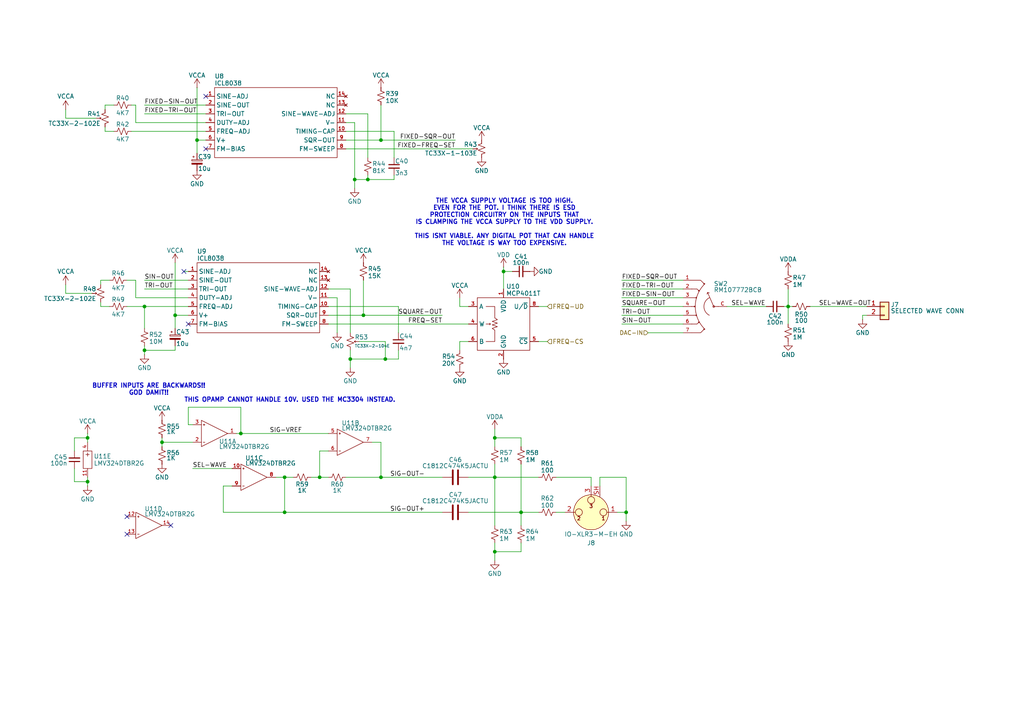
<source format=kicad_sch>
(kicad_sch
	(version 20231120)
	(generator "eeschema")
	(generator_version "8.0")
	(uuid "3b69bfd6-6e16-4a7a-917c-a065293efa46")
	(paper "A4")
	(title_block
		(title "Benchy 2 Signal Generator - ICL8038")
		(rev "REV2")
		(company "Daxxn Industries")
	)
	(lib_symbols
		(symbol "DX_Capacitor_Ceramic:C1812C474K5JACTU"
			(exclude_from_sim no)
			(in_bom yes)
			(on_board yes)
			(property "Reference" "C"
				(at 2.54 0.762 0)
				(effects
					(font
						(size 1.27 1.27)
					)
					(justify left)
				)
			)
			(property "Value" "C1812C474K5JACTU"
				(at 2.54 -1.016 0)
				(effects
					(font
						(size 1.27 1.27)
					)
					(justify left)
				)
			)
			(property "Footprint" "Daxxn_Standard_Capacitors:CAP_1812"
				(at 1.016 8.128 0)
				(effects
					(font
						(size 1.27 1.27)
					)
					(hide yes)
				)
			)
			(property "Datasheet" "F:\\Electrical\\Datasheets\\C1812X334J5JACAUTO.pdf"
				(at 1.016 9.906 0)
				(effects
					(font
						(size 1.27 1.27)
					)
					(hide yes)
				)
			)
			(property "Description" "0.47 µF ±10% 50V Ceramic Capacitor U2J 1812 (4532 Metric)"
				(at 6.604 11.684 0)
				(effects
					(font
						(size 1.27 1.27)
					)
					(hide yes)
				)
			)
			(symbol "C1812C474K5JACTU_0_1"
				(polyline
					(pts
						(xy -2.032 -0.762) (xy 2.032 -0.762)
					)
					(stroke
						(width 0.508)
						(type default)
					)
					(fill
						(type none)
					)
				)
				(polyline
					(pts
						(xy -2.032 0.762) (xy 2.032 0.762)
					)
					(stroke
						(width 0.508)
						(type default)
					)
					(fill
						(type none)
					)
				)
			)
			(symbol "C1812C474K5JACTU_1_1"
				(pin passive line
					(at 0 3.81 270)
					(length 2.794)
					(name "~"
						(effects
							(font
								(size 0 0)
							)
						)
					)
					(number "1"
						(effects
							(font
								(size 0 0)
							)
						)
					)
				)
				(pin passive line
					(at 0 -3.81 90)
					(length 2.794)
					(name "~"
						(effects
							(font
								(size 0 0)
							)
						)
					)
					(number "2"
						(effects
							(font
								(size 0 0)
							)
						)
					)
				)
			)
		)
		(symbol "DX_Connector_JST:S2B-XH-A"
			(pin_names
				(offset 1.016) hide)
			(exclude_from_sim no)
			(in_bom yes)
			(on_board yes)
			(property "Reference" "J"
				(at 1.778 0.508 0)
				(effects
					(font
						(size 1.27 1.27)
					)
					(justify left)
				)
			)
			(property "Value" "S2B-XH-A"
				(at 1.778 -1.27 0)
				(effects
					(font
						(size 1.27 1.27)
					)
					(justify left)
				)
			)
			(property "Footprint" "Daxxn_Connectors_JST:S2B-XH-A"
				(at 0 5.588 0)
				(effects
					(font
						(size 1.27 1.27)
					)
					(hide yes)
				)
			)
			(property "Datasheet" "F:\\Electrical\\Datasheets\\eXH.pdf"
				(at 0 2.54 0)
				(effects
					(font
						(size 1.27 1.27)
					)
					(hide yes)
				)
			)
			(property "Description" "Connector Header Through Hole 2 position 0.098\" (2.50mm)"
				(at 0 4.064 0)
				(effects
					(font
						(size 1.27 1.27)
					)
					(hide yes)
				)
			)
			(property "Part Number" "0311-0000-00001"
				(at 0 6.858 0)
				(effects
					(font
						(size 1.27 1.27)
					)
					(hide yes)
				)
			)
			(property "ki_keywords" "connector jst xh 2pin r/a"
				(at 0 0 0)
				(effects
					(font
						(size 1.27 1.27)
					)
					(hide yes)
				)
			)
			(property "ki_fp_filters" "Connector*:*_1x??_*"
				(at 0 0 0)
				(effects
					(font
						(size 1.27 1.27)
					)
					(hide yes)
				)
			)
			(symbol "S2B-XH-A_1_1"
				(rectangle
					(start -1.27 -2.413)
					(end 0 -2.667)
					(stroke
						(width 0.1524)
						(type default)
					)
					(fill
						(type none)
					)
				)
				(rectangle
					(start -1.27 0.127)
					(end 0 -0.127)
					(stroke
						(width 0.1524)
						(type default)
					)
					(fill
						(type none)
					)
				)
				(rectangle
					(start -1.27 1.27)
					(end 1.27 -3.81)
					(stroke
						(width 0.254)
						(type default)
					)
					(fill
						(type background)
					)
				)
				(pin passive line
					(at -5.08 0 0)
					(length 3.81)
					(name "Pin_1"
						(effects
							(font
								(size 1.27 1.27)
							)
						)
					)
					(number "1"
						(effects
							(font
								(size 1.27 1.27)
							)
						)
					)
				)
				(pin passive line
					(at -5.08 -2.54 0)
					(length 3.81)
					(name "Pin_2"
						(effects
							(font
								(size 1.27 1.27)
							)
						)
					)
					(number "2"
						(effects
							(font
								(size 1.27 1.27)
							)
						)
					)
				)
			)
		)
		(symbol "DX_Connector_Jack:IO-XLR3-M-EH"
			(pin_names hide)
			(exclude_from_sim no)
			(in_bom yes)
			(on_board yes)
			(property "Reference" "J"
				(at 0 8.89 0)
				(effects
					(font
						(size 1.27 1.27)
					)
				)
			)
			(property "Value" "IO-XLR3-M-EH"
				(at 0 6.35 0)
				(effects
					(font
						(size 1.27 1.27)
					)
				)
			)
			(property "Footprint" "Daxxn_Connectors:IO-XLR3-M-EH"
				(at -0.508 14.732 0)
				(effects
					(font
						(size 1.27 1.27)
					)
					(hide yes)
				)
			)
			(property "Datasheet" "F:\\Electrical\\Drawings\\Connectors\\IO-XLR3-X-EH.pdf"
				(at 0 10.922 0)
				(effects
					(font
						(size 1.27 1.27)
					)
					(hide yes)
				)
			)
			(property "Description" "XLR Connector, Male or Female, 3 Pins, Discrete Ground Pin"
				(at -1.016 13.208 0)
				(effects
					(font
						(size 1.27 1.27)
					)
					(hide yes)
				)
			)
			(property "ki_keywords" "xlr connector male 3pin"
				(at 0 0 0)
				(effects
					(font
						(size 1.27 1.27)
					)
					(hide yes)
				)
			)
			(property "ki_fp_filters" "Jack*XLR*"
				(at 0 0 0)
				(effects
					(font
						(size 1.27 1.27)
					)
					(hide yes)
				)
			)
			(symbol "IO-XLR3-M-EH_0_1"
				(circle
					(center -3.556 0)
					(radius 1.016)
					(stroke
						(width 0)
						(type default)
					)
					(fill
						(type none)
					)
				)
				(circle
					(center 0 -3.556)
					(radius 1.016)
					(stroke
						(width 0)
						(type default)
					)
					(fill
						(type none)
					)
				)
				(polyline
					(pts
						(xy -5.08 0) (xy -4.572 0)
					)
					(stroke
						(width 0)
						(type default)
					)
					(fill
						(type none)
					)
				)
				(polyline
					(pts
						(xy -2.54 -5.08) (xy -2.54 -4.445)
					)
					(stroke
						(width 0)
						(type default)
					)
					(fill
						(type none)
					)
				)
				(polyline
					(pts
						(xy 0 -5.08) (xy 0 -4.572)
					)
					(stroke
						(width 0)
						(type default)
					)
					(fill
						(type none)
					)
				)
				(polyline
					(pts
						(xy 5.08 0) (xy 4.572 0)
					)
					(stroke
						(width 0)
						(type default)
					)
					(fill
						(type none)
					)
				)
				(circle
					(center 0 0)
					(radius 5.08)
					(stroke
						(width 0)
						(type default)
					)
					(fill
						(type background)
					)
				)
				(circle
					(center 3.556 0)
					(radius 1.016)
					(stroke
						(width 0)
						(type default)
					)
					(fill
						(type none)
					)
				)
				(text "1"
					(at -3.556 1.778 0)
					(effects
						(font
							(size 1.016 1.016)
							(bold yes)
						)
					)
				)
				(text "2"
					(at 3.556 1.778 0)
					(effects
						(font
							(size 1.016 1.016)
							(bold yes)
						)
					)
				)
				(text "3"
					(at 0 -1.778 0)
					(effects
						(font
							(size 1.016 1.016)
							(bold yes)
						)
					)
				)
				(pin passive line
					(at -7.62 0 0)
					(length 2.54)
					(name "~"
						(effects
							(font
								(size 1.27 1.27)
							)
						)
					)
					(number "1"
						(effects
							(font
								(size 1.27 1.27)
							)
						)
					)
				)
				(pin passive line
					(at 7.62 0 180)
					(length 2.54)
					(name "~"
						(effects
							(font
								(size 1.27 1.27)
							)
						)
					)
					(number "2"
						(effects
							(font
								(size 1.27 1.27)
							)
						)
					)
				)
				(pin passive line
					(at 0 -7.62 90)
					(length 2.54)
					(name "~"
						(effects
							(font
								(size 1.27 1.27)
							)
						)
					)
					(number "3"
						(effects
							(font
								(size 1.27 1.27)
							)
						)
					)
				)
			)
			(symbol "IO-XLR3-M-EH_1_1"
				(pin passive line
					(at -2.54 -7.62 90)
					(length 2.54)
					(name "~"
						(effects
							(font
								(size 1.27 1.27)
							)
						)
					)
					(number "SH"
						(effects
							(font
								(size 1.27 1.27)
							)
						)
					)
				)
			)
		)
		(symbol "DX_Control_POT:TC33X-1-103E"
			(pin_numbers hide)
			(pin_names
				(offset 0.254) hide)
			(exclude_from_sim no)
			(in_bom yes)
			(on_board yes)
			(property "Reference" "R"
				(at 1.27 1.27 0)
				(effects
					(font
						(size 1.27 1.27)
					)
					(justify left)
				)
			)
			(property "Value" "TC33X-1-103E"
				(at 1.27 -1.27 0)
				(effects
					(font
						(size 1.27 1.27)
					)
					(justify left)
				)
			)
			(property "Footprint" "Daxxn_Switches:Bourns_TC33X"
				(at 0 8.382 0)
				(effects
					(font
						(size 1.27 1.27)
					)
					(hide yes)
				)
			)
			(property "Datasheet" "F:\\Electrical\\Datasheets\\TC33.pdf"
				(at 0 5.08 0)
				(effects
					(font
						(size 1.27 1.27)
					)
					(hide yes)
				)
			)
			(property "Description" "10 kOhms 0.15W J Lead Surface Mount Trimmer Potentiometer Cermet 1.0 Turn Top Adjustment"
				(at 0 6.858 0)
				(effects
					(font
						(size 1.27 1.27)
					)
					(hide yes)
				)
			)
			(property "ki_keywords" "r resistor potentiometer smd"
				(at 0 0 0)
				(effects
					(font
						(size 1.27 1.27)
					)
					(hide yes)
				)
			)
			(property "ki_fp_filters" "R_*"
				(at 0 0 0)
				(effects
					(font
						(size 1.27 1.27)
					)
					(hide yes)
				)
			)
			(symbol "TC33X-1-103E_0_1"
				(polyline
					(pts
						(xy 1.143 0) (xy 1.524 -0.254)
					)
					(stroke
						(width 0)
						(type default)
					)
					(fill
						(type none)
					)
				)
				(polyline
					(pts
						(xy 1.143 0) (xy 1.524 0.254)
					)
					(stroke
						(width 0)
						(type default)
					)
					(fill
						(type none)
					)
				)
				(polyline
					(pts
						(xy 1.143 0) (xy 1.778 0)
					)
					(stroke
						(width 0)
						(type default)
					)
					(fill
						(type none)
					)
				)
			)
			(symbol "TC33X-1-103E_1_1"
				(polyline
					(pts
						(xy 0 0) (xy 1.016 -0.381) (xy 0 -0.762) (xy -1.016 -1.143) (xy 0 -1.524)
					)
					(stroke
						(width 0)
						(type default)
					)
					(fill
						(type none)
					)
				)
				(polyline
					(pts
						(xy 0 1.524) (xy 1.016 1.143) (xy 0 0.762) (xy -1.016 0.381) (xy 0 0)
					)
					(stroke
						(width 0)
						(type default)
					)
					(fill
						(type none)
					)
				)
				(pin passive line
					(at 0 2.54 270)
					(length 1.016)
					(name "~"
						(effects
							(font
								(size 1.27 1.27)
							)
						)
					)
					(number "1"
						(effects
							(font
								(size 1.27 1.27)
							)
						)
					)
				)
				(pin passive line
					(at 2.54 0 180)
					(length 0.75)
					(name "~"
						(effects
							(font
								(size 1.27 1.27)
							)
						)
					)
					(number "2"
						(effects
							(font
								(size 1.27 1.27)
							)
						)
					)
				)
				(pin passive line
					(at 0 -2.54 90)
					(length 1.016)
					(name "~"
						(effects
							(font
								(size 1.27 1.27)
							)
						)
					)
					(number "3"
						(effects
							(font
								(size 1.27 1.27)
							)
						)
					)
				)
			)
		)
		(symbol "DX_Control_POT:TC33X-2-102E"
			(pin_numbers hide)
			(pin_names
				(offset 0.254) hide)
			(exclude_from_sim no)
			(in_bom yes)
			(on_board yes)
			(property "Reference" "R"
				(at 1.27 1.27 0)
				(effects
					(font
						(size 1.27 1.27)
					)
					(justify left)
				)
			)
			(property "Value" "TC33X-2-102E"
				(at 1.27 -1.27 0)
				(effects
					(font
						(size 1.27 1.27)
					)
					(justify left)
				)
			)
			(property "Footprint" "Daxxn_Switches:Bourns_TC33X"
				(at 0 8.382 0)
				(effects
					(font
						(size 1.27 1.27)
					)
					(hide yes)
				)
			)
			(property "Datasheet" "F:\\Electrical\\Datasheets\\TC33.pdf"
				(at 0 5.08 0)
				(effects
					(font
						(size 1.27 1.27)
					)
					(hide yes)
				)
			)
			(property "Description" "1 kOhms 0.15W J Lead Surface Mount Trimmer Potentiometer Cermet 1.0 Turn Top Adjustment"
				(at 0 6.858 0)
				(effects
					(font
						(size 1.27 1.27)
					)
					(hide yes)
				)
			)
			(property "ki_keywords" "r resistor potentiometer smd"
				(at 0 0 0)
				(effects
					(font
						(size 1.27 1.27)
					)
					(hide yes)
				)
			)
			(property "ki_fp_filters" "R_*"
				(at 0 0 0)
				(effects
					(font
						(size 1.27 1.27)
					)
					(hide yes)
				)
			)
			(symbol "TC33X-2-102E_0_1"
				(polyline
					(pts
						(xy 1.143 0) (xy 1.524 -0.254)
					)
					(stroke
						(width 0)
						(type default)
					)
					(fill
						(type none)
					)
				)
				(polyline
					(pts
						(xy 1.143 0) (xy 1.524 0.254)
					)
					(stroke
						(width 0)
						(type default)
					)
					(fill
						(type none)
					)
				)
				(polyline
					(pts
						(xy 1.143 0) (xy 1.778 0)
					)
					(stroke
						(width 0)
						(type default)
					)
					(fill
						(type none)
					)
				)
			)
			(symbol "TC33X-2-102E_1_1"
				(polyline
					(pts
						(xy 0 0) (xy 1.016 -0.381) (xy 0 -0.762) (xy -1.016 -1.143) (xy 0 -1.524)
					)
					(stroke
						(width 0)
						(type default)
					)
					(fill
						(type none)
					)
				)
				(polyline
					(pts
						(xy 0 1.524) (xy 1.016 1.143) (xy 0 0.762) (xy -1.016 0.381) (xy 0 0)
					)
					(stroke
						(width 0)
						(type default)
					)
					(fill
						(type none)
					)
				)
				(pin passive line
					(at 0 2.54 270)
					(length 1.016)
					(name "~"
						(effects
							(font
								(size 1.27 1.27)
							)
						)
					)
					(number "1"
						(effects
							(font
								(size 1.27 1.27)
							)
						)
					)
				)
				(pin passive line
					(at 2.54 0 180)
					(length 0.75)
					(name "~"
						(effects
							(font
								(size 1.27 1.27)
							)
						)
					)
					(number "2"
						(effects
							(font
								(size 1.27 1.27)
							)
						)
					)
				)
				(pin passive line
					(at 0 -2.54 90)
					(length 1.016)
					(name "~"
						(effects
							(font
								(size 1.27 1.27)
							)
						)
					)
					(number "3"
						(effects
							(font
								(size 1.27 1.27)
							)
						)
					)
				)
			)
		)
		(symbol "DX_Control_POT:TC33X-2-104E"
			(pin_numbers hide)
			(pin_names
				(offset 0.254) hide)
			(exclude_from_sim no)
			(in_bom yes)
			(on_board yes)
			(property "Reference" "R"
				(at 1.27 1.27 0)
				(effects
					(font
						(size 1.27 1.27)
					)
					(justify left)
				)
			)
			(property "Value" "TC33X-2-104E"
				(at 1.27 -1.27 0)
				(effects
					(font
						(size 1.27 1.27)
					)
					(justify left)
				)
			)
			(property "Footprint" "Daxxn_Switches:Bourns_TC33X"
				(at 0 8.382 0)
				(effects
					(font
						(size 1.27 1.27)
					)
					(hide yes)
				)
			)
			(property "Datasheet" "F:\\Electrical\\Datasheets\\TC33.pdf"
				(at 0 5.08 0)
				(effects
					(font
						(size 1.27 1.27)
					)
					(hide yes)
				)
			)
			(property "Description" "100 kOhms 0.15W J Lead Surface Mount Trimmer Potentiometer Cermet 1.0 Turn Top Adjustment"
				(at 0 6.858 0)
				(effects
					(font
						(size 1.27 1.27)
					)
					(hide yes)
				)
			)
			(property "ki_keywords" "r resistor potentiometer smd"
				(at 0 0 0)
				(effects
					(font
						(size 1.27 1.27)
					)
					(hide yes)
				)
			)
			(property "ki_fp_filters" "R_*"
				(at 0 0 0)
				(effects
					(font
						(size 1.27 1.27)
					)
					(hide yes)
				)
			)
			(symbol "TC33X-2-104E_0_1"
				(polyline
					(pts
						(xy 1.143 0) (xy 1.524 -0.254)
					)
					(stroke
						(width 0)
						(type default)
					)
					(fill
						(type none)
					)
				)
				(polyline
					(pts
						(xy 1.143 0) (xy 1.524 0.254)
					)
					(stroke
						(width 0)
						(type default)
					)
					(fill
						(type none)
					)
				)
				(polyline
					(pts
						(xy 1.143 0) (xy 1.778 0)
					)
					(stroke
						(width 0)
						(type default)
					)
					(fill
						(type none)
					)
				)
			)
			(symbol "TC33X-2-104E_1_1"
				(polyline
					(pts
						(xy 0 0) (xy 1.016 -0.381) (xy 0 -0.762) (xy -1.016 -1.143) (xy 0 -1.524)
					)
					(stroke
						(width 0)
						(type default)
					)
					(fill
						(type none)
					)
				)
				(polyline
					(pts
						(xy 0 1.524) (xy 1.016 1.143) (xy 0 0.762) (xy -1.016 0.381) (xy 0 0)
					)
					(stroke
						(width 0)
						(type default)
					)
					(fill
						(type none)
					)
				)
				(pin passive line
					(at 0 2.54 270)
					(length 1.016)
					(name "~"
						(effects
							(font
								(size 1.27 1.27)
							)
						)
					)
					(number "1"
						(effects
							(font
								(size 1.27 1.27)
							)
						)
					)
				)
				(pin passive line
					(at 2.54 0 180)
					(length 0.75)
					(name "~"
						(effects
							(font
								(size 1.27 1.27)
							)
						)
					)
					(number "2"
						(effects
							(font
								(size 1.27 1.27)
							)
						)
					)
				)
				(pin passive line
					(at 0 -2.54 90)
					(length 1.016)
					(name "~"
						(effects
							(font
								(size 1.27 1.27)
							)
						)
					)
					(number "3"
						(effects
							(font
								(size 1.27 1.27)
							)
						)
					)
				)
			)
		)
		(symbol "DX_Control_Rotary:RM107772BCB"
			(pin_names hide)
			(exclude_from_sim no)
			(in_bom yes)
			(on_board yes)
			(property "Reference" "SW"
				(at 0 11.684 0)
				(effects
					(font
						(size 1.27 1.27)
					)
				)
			)
			(property "Value" "RM107772BCB"
				(at 0 10.16 0)
				(effects
					(font
						(size 1.27 1.27)
					)
				)
			)
			(property "Footprint" "Daxxn_Switches:RM104772BCB"
				(at 0 16.256 0)
				(effects
					(font
						(size 1.27 1.27)
					)
					(hide yes)
				)
			)
			(property "Datasheet" "%LOCAL_DATASHEETS%\\RM-series.pdf"
				(at 0 14.732 0)
				(effects
					(font
						(size 1.27 1.27)
					)
					(hide yes)
				)
			)
			(property "Description" "Rotary Switch 7 Position SP7T 500mA (DC) AC Through Hole"
				(at 0 13.208 0)
				(effects
					(font
						(size 1.27 1.27)
					)
					(hide yes)
				)
			)
			(property "ki_keywords" "switch rotary 7pos sp7t pth"
				(at 0 0 0)
				(effects
					(font
						(size 1.27 1.27)
					)
					(hide yes)
				)
			)
			(symbol "RM107772BCB_0_0"
				(pin passive line
					(at 10.16 7.62 180)
					(length 2.54)
					(name "1"
						(effects
							(font
								(size 1.27 1.27)
							)
						)
					)
					(number "1"
						(effects
							(font
								(size 0.9906 0.9906)
							)
						)
					)
				)
				(pin passive line
					(at 10.16 5.08 180)
					(length 2.54)
					(name "2"
						(effects
							(font
								(size 1.27 1.27)
							)
						)
					)
					(number "2"
						(effects
							(font
								(size 0.9906 0.9906)
							)
						)
					)
				)
				(pin passive line
					(at 10.16 2.54 180)
					(length 2.54)
					(name "3"
						(effects
							(font
								(size 1.27 1.27)
							)
						)
					)
					(number "3"
						(effects
							(font
								(size 0.9906 0.9906)
							)
						)
					)
				)
				(pin passive line
					(at 10.16 0 180)
					(length 2.54)
					(name "4"
						(effects
							(font
								(size 1.27 1.27)
							)
						)
					)
					(number "4"
						(effects
							(font
								(size 0.9906 0.9906)
							)
						)
					)
				)
				(pin passive line
					(at 10.16 -2.54 180)
					(length 2.54)
					(name "5"
						(effects
							(font
								(size 1.27 1.27)
							)
						)
					)
					(number "5"
						(effects
							(font
								(size 0.9906 0.9906)
							)
						)
					)
				)
				(pin passive line
					(at 10.16 -5.08 180)
					(length 2.54)
					(name "6"
						(effects
							(font
								(size 1.27 1.27)
							)
						)
					)
					(number "6"
						(effects
							(font
								(size 0.9906 0.9906)
							)
						)
					)
				)
				(pin passive line
					(at 10.16 -7.62 180)
					(length 2.54)
					(name "7"
						(effects
							(font
								(size 1.27 1.27)
							)
						)
					)
					(number "7"
						(effects
							(font
								(size 0.9906 0.9906)
							)
						)
					)
				)
			)
			(symbol "RM107772BCB_0_1"
				(polyline
					(pts
						(xy 3.048 4.064) (xy 2.54 3.937)
					)
					(stroke
						(width 0)
						(type default)
					)
					(fill
						(type none)
					)
				)
				(polyline
					(pts
						(xy 3.048 4.064) (xy 3.2289 3.5977)
					)
					(stroke
						(width 0)
						(type default)
					)
					(fill
						(type none)
					)
				)
				(polyline
					(pts
						(xy 7.62 -2.54) (xy 6.35 -2.54)
					)
					(stroke
						(width 0)
						(type default)
					)
					(fill
						(type none)
					)
				)
				(polyline
					(pts
						(xy 7.62 0) (xy 6.858 0)
					)
					(stroke
						(width 0)
						(type default)
					)
					(fill
						(type none)
					)
				)
				(polyline
					(pts
						(xy 7.62 2.54) (xy 6.35 2.54)
					)
					(stroke
						(width 0)
						(type default)
					)
					(fill
						(type none)
					)
				)
				(polyline
					(pts
						(xy 0 0) (xy 1.27 0) (xy 3.048 4.064)
					)
					(stroke
						(width 0)
						(type default)
					)
					(fill
						(type none)
					)
				)
				(polyline
					(pts
						(xy 4.064 -6.604) (xy 5.08 -7.62) (xy 7.62 -7.62)
					)
					(stroke
						(width 0)
						(type default)
					)
					(fill
						(type none)
					)
				)
				(polyline
					(pts
						(xy 4.064 6.604) (xy 5.08 7.62) (xy 7.62 7.62)
					)
					(stroke
						(width 0)
						(type default)
					)
					(fill
						(type none)
					)
				)
				(polyline
					(pts
						(xy 5.588 -4.572) (xy 6.096 -5.08) (xy 7.62 -5.08)
					)
					(stroke
						(width 0)
						(type default)
					)
					(fill
						(type none)
					)
				)
				(polyline
					(pts
						(xy 5.588 4.572) (xy 6.096 5.08) (xy 7.62 5.08)
					)
					(stroke
						(width 0)
						(type default)
					)
					(fill
						(type none)
					)
				)
				(circle
					(center 1.27 0)
					(radius 0.254)
					(stroke
						(width 0)
						(type default)
					)
					(fill
						(type none)
					)
				)
				(arc
					(start 2.54 -2.54)
					(mid 4.1098 0)
					(end 2.54 2.54)
					(stroke
						(width 0)
						(type default)
					)
					(fill
						(type none)
					)
				)
				(arc
					(start 3.81 -6.604)
					(mid 6.6216 0)
					(end 3.81 6.604)
					(stroke
						(width 0)
						(type default)
					)
					(fill
						(type none)
					)
				)
				(circle
					(center 4.064 -6.604)
					(radius 0.127)
					(stroke
						(width 0)
						(type default)
					)
					(fill
						(type none)
					)
				)
				(circle
					(center 4.064 6.604)
					(radius 0.127)
					(stroke
						(width 0)
						(type default)
					)
					(fill
						(type none)
					)
				)
				(circle
					(center 5.588 -4.572)
					(radius 0.127)
					(stroke
						(width 0)
						(type default)
					)
					(fill
						(type none)
					)
				)
				(circle
					(center 5.588 4.572)
					(radius 0.127)
					(stroke
						(width 0)
						(type default)
					)
					(fill
						(type none)
					)
				)
				(circle
					(center 6.35 -2.54)
					(radius 0.127)
					(stroke
						(width 0)
						(type default)
					)
					(fill
						(type none)
					)
				)
				(circle
					(center 6.35 2.54)
					(radius 0.127)
					(stroke
						(width 0)
						(type default)
					)
					(fill
						(type none)
					)
				)
				(circle
					(center 6.858 0)
					(radius 0.127)
					(stroke
						(width 0)
						(type default)
					)
					(fill
						(type none)
					)
				)
			)
			(symbol "RM107772BCB_1_0"
				(pin passive line
					(at -2.54 0 0)
					(length 2.54)
					(name "C"
						(effects
							(font
								(size 1.27 1.27)
							)
						)
					)
					(number "C"
						(effects
							(font
								(size 0.9906 0.9906)
							)
						)
					)
				)
			)
		)
		(symbol "DX_Device:C"
			(pin_numbers hide)
			(pin_names
				(offset 0.254) hide)
			(exclude_from_sim no)
			(in_bom yes)
			(on_board yes)
			(property "Reference" "C"
				(at 0.254 1.524 0)
				(effects
					(font
						(size 1.27 1.27)
					)
					(justify left)
				)
			)
			(property "Value" "C"
				(at 0.254 -1.905 0)
				(effects
					(font
						(size 1.27 1.27)
					)
					(justify left)
				)
			)
			(property "Footprint" "Daxxn_Standard_Capacitors:CAP_0402"
				(at 0 5.842 0)
				(effects
					(font
						(size 1.27 1.27)
					)
					(hide yes)
				)
			)
			(property "Datasheet" "~"
				(at 0 6.858 0)
				(effects
					(font
						(size 1.27 1.27)
					)
					(hide yes)
				)
			)
			(property "Description" "Unpolarized Capacitor"
				(at 0 4.318 0)
				(effects
					(font
						(size 1.27 1.27)
					)
					(hide yes)
				)
			)
			(property "ki_keywords" "capacitor cap daxxn"
				(at 0 0 0)
				(effects
					(font
						(size 1.27 1.27)
					)
					(hide yes)
				)
			)
			(property "ki_fp_filters" "C_*"
				(at 0 0 0)
				(effects
					(font
						(size 1.27 1.27)
					)
					(hide yes)
				)
			)
			(symbol "C_0_1"
				(polyline
					(pts
						(xy -1.524 -0.508) (xy 1.524 -0.508)
					)
					(stroke
						(width 0.3302)
						(type default)
					)
					(fill
						(type none)
					)
				)
				(polyline
					(pts
						(xy -1.524 0.508) (xy 1.524 0.508)
					)
					(stroke
						(width 0.3048)
						(type default)
					)
					(fill
						(type none)
					)
				)
			)
			(symbol "C_1_1"
				(pin passive line
					(at 0 2.54 270)
					(length 2.032)
					(name "~"
						(effects
							(font
								(size 1.27 1.27)
							)
						)
					)
					(number "1"
						(effects
							(font
								(size 1.27 1.27)
							)
						)
					)
				)
				(pin passive line
					(at 0 -2.54 90)
					(length 2.032)
					(name "~"
						(effects
							(font
								(size 1.27 1.27)
							)
						)
					)
					(number "2"
						(effects
							(font
								(size 1.27 1.27)
							)
						)
					)
				)
			)
		)
		(symbol "DX_Device:C_Pol"
			(pin_numbers hide)
			(pin_names
				(offset 0.254) hide)
			(exclude_from_sim no)
			(in_bom yes)
			(on_board yes)
			(property "Reference" "C"
				(at 0.254 1.524 0)
				(effects
					(font
						(size 1.27 1.27)
					)
					(justify left)
				)
			)
			(property "Value" "C_Polar"
				(at 0.254 -1.905 0)
				(effects
					(font
						(size 1.27 1.27)
					)
					(justify left)
				)
			)
			(property "Footprint" ""
				(at 0 0 0)
				(effects
					(font
						(size 1.27 1.27)
					)
					(hide yes)
				)
			)
			(property "Datasheet" "~"
				(at 0 0 0)
				(effects
					(font
						(size 1.27 1.27)
					)
					(hide yes)
				)
			)
			(property "Description" "Polarized Capacitor"
				(at 0 0 0)
				(effects
					(font
						(size 1.27 1.27)
					)
					(hide yes)
				)
			)
			(property "ki_keywords" "cap capacitor polar daxxn"
				(at 0 0 0)
				(effects
					(font
						(size 1.27 1.27)
					)
					(hide yes)
				)
			)
			(property "ki_fp_filters" "CP_*"
				(at 0 0 0)
				(effects
					(font
						(size 1.27 1.27)
					)
					(hide yes)
				)
			)
			(symbol "C_Pol_0_1"
				(rectangle
					(start -1.524 -0.3048)
					(end 1.524 -0.6858)
					(stroke
						(width 0)
						(type default)
					)
					(fill
						(type outline)
					)
				)
				(rectangle
					(start -1.524 0.6858)
					(end 1.524 0.3048)
					(stroke
						(width 0)
						(type default)
					)
					(fill
						(type none)
					)
				)
				(polyline
					(pts
						(xy -1.27 1.524) (xy -0.762 1.524)
					)
					(stroke
						(width 0)
						(type default)
					)
					(fill
						(type none)
					)
				)
				(polyline
					(pts
						(xy -1.016 1.27) (xy -1.016 1.778)
					)
					(stroke
						(width 0)
						(type default)
					)
					(fill
						(type none)
					)
				)
			)
			(symbol "C_Pol_1_1"
				(pin passive line
					(at 0 2.54 270)
					(length 1.8542)
					(name "~"
						(effects
							(font
								(size 1.27 1.27)
							)
						)
					)
					(number "1"
						(effects
							(font
								(size 1.27 1.27)
							)
						)
					)
				)
				(pin passive line
					(at 0 -2.54 90)
					(length 1.8542)
					(name "~"
						(effects
							(font
								(size 1.27 1.27)
							)
						)
					)
					(number "2"
						(effects
							(font
								(size 1.27 1.27)
							)
						)
					)
				)
			)
		)
		(symbol "DX_Device:R"
			(pin_numbers hide)
			(pin_names
				(offset 0.254) hide)
			(exclude_from_sim no)
			(in_bom yes)
			(on_board yes)
			(property "Reference" "R"
				(at 1.016 0.635 0)
				(effects
					(font
						(size 1.27 1.27)
					)
					(justify left)
				)
			)
			(property "Value" "R"
				(at 1.016 -1.016 0)
				(effects
					(font
						(size 1.27 1.27)
					)
					(justify left)
				)
			)
			(property "Footprint" "Daxxn_Standard_Resistors:RES_0402"
				(at 0 5.334 0)
				(effects
					(font
						(size 1.27 1.27)
					)
					(hide yes)
				)
			)
			(property "Datasheet" "~"
				(at 0 6.35 0)
				(effects
					(font
						(size 1.27 1.27)
					)
					(hide yes)
				)
			)
			(property "Description" "Resistor"
				(at 0 3.81 0)
				(effects
					(font
						(size 1.27 1.27)
					)
					(hide yes)
				)
			)
			(property "ki_keywords" "r resistor daxxn"
				(at 0 0 0)
				(effects
					(font
						(size 1.27 1.27)
					)
					(hide yes)
				)
			)
			(property "ki_fp_filters" "R_*"
				(at 0 0 0)
				(effects
					(font
						(size 1.27 1.27)
					)
					(hide yes)
				)
			)
			(symbol "R_1_1"
				(polyline
					(pts
						(xy 0 0) (xy 1.016 -0.381) (xy 0 -0.762) (xy -1.016 -1.143) (xy 0 -1.524)
					)
					(stroke
						(width 0)
						(type default)
					)
					(fill
						(type none)
					)
				)
				(polyline
					(pts
						(xy 0 1.524) (xy 1.016 1.143) (xy 0 0.762) (xy -1.016 0.381) (xy 0 0)
					)
					(stroke
						(width 0)
						(type default)
					)
					(fill
						(type none)
					)
				)
				(pin passive line
					(at 0 2.54 270)
					(length 1.016)
					(name "~"
						(effects
							(font
								(size 1.27 1.27)
							)
						)
					)
					(number "1"
						(effects
							(font
								(size 1.27 1.27)
							)
						)
					)
				)
				(pin passive line
					(at 0 -2.54 90)
					(length 1.016)
					(name "~"
						(effects
							(font
								(size 1.27 1.27)
							)
						)
					)
					(number "2"
						(effects
							(font
								(size 1.27 1.27)
							)
						)
					)
				)
			)
		)
		(symbol "DX_IC_Amplifier_OPAMP:LMV324DTBR2G"
			(exclude_from_sim no)
			(in_bom yes)
			(on_board yes)
			(property "Reference" "U"
				(at 2.54 4.826 0)
				(effects
					(font
						(size 1.27 1.27)
					)
					(justify left)
				)
			)
			(property "Value" "LMV324DTBR2G"
				(at 2.54 3.302 0)
				(effects
					(font
						(size 1.27 1.27)
					)
					(justify left)
				)
			)
			(property "Footprint" "Daxxn_Packages:TSSOP-14_4.4x5mm_P0.65mm"
				(at 0 12.446 0)
				(effects
					(font
						(size 1.27 1.27)
					)
					(hide yes)
				)
			)
			(property "Datasheet" "https://www.onsemi.com/pdf/datasheet/lmv321-d.pdf"
				(at 0 10.922 0)
				(effects
					(font
						(size 1.27 1.27)
					)
					(hide yes)
				)
			)
			(property "Description" "Voltage Feedback Amplifier 4 Circuit Rail-to-Rail 14-TSSOP"
				(at 0 9.398 0)
				(effects
					(font
						(size 1.27 1.27)
					)
					(hide yes)
				)
			)
			(property "ki_keywords" "opamp 4ch rail-to-rail voltage-feedback"
				(at 0 0 0)
				(effects
					(font
						(size 1.27 1.27)
					)
					(hide yes)
				)
			)
			(symbol "LMV324DTBR2G_1_0"
				(polyline
					(pts
						(xy 0.508 -2.54) (xy 1.016 -2.54)
					)
					(stroke
						(width 0)
						(type default)
					)
					(fill
						(type none)
					)
				)
				(polyline
					(pts
						(xy 0.508 2.54) (xy 1.016 2.54)
					)
					(stroke
						(width 0)
						(type default)
					)
					(fill
						(type none)
					)
				)
				(polyline
					(pts
						(xy 0.762 2.794) (xy 0.762 2.286)
					)
					(stroke
						(width 0)
						(type default)
					)
					(fill
						(type none)
					)
				)
				(polyline
					(pts
						(xy 0 3.81) (xy 0 -3.81) (xy 7.62 0) (xy 0 3.81)
					)
					(stroke
						(width 0)
						(type default)
					)
					(fill
						(type none)
					)
				)
				(pin output line
					(at 10.16 0 180)
					(length 2.54)
					(name "OUT1"
						(effects
							(font
								(size 0 0)
							)
						)
					)
					(number "1"
						(effects
							(font
								(size 0.9906 0.9906)
							)
						)
					)
				)
				(pin input line
					(at -2.54 -2.54 0)
					(length 2.54)
					(name "IN1-"
						(effects
							(font
								(size 0 0)
							)
						)
					)
					(number "2"
						(effects
							(font
								(size 0.9906 0.9906)
							)
						)
					)
				)
				(pin input line
					(at -2.54 2.54 0)
					(length 2.54)
					(name "IN1+"
						(effects
							(font
								(size 0 0)
							)
						)
					)
					(number "3"
						(effects
							(font
								(size 0.9906 0.9906)
							)
						)
					)
				)
			)
			(symbol "LMV324DTBR2G_2_0"
				(polyline
					(pts
						(xy 0.508 -2.54) (xy 1.016 -2.54)
					)
					(stroke
						(width 0)
						(type default)
					)
					(fill
						(type none)
					)
				)
				(polyline
					(pts
						(xy 0.508 2.54) (xy 1.016 2.54)
					)
					(stroke
						(width 0)
						(type default)
					)
					(fill
						(type none)
					)
				)
				(polyline
					(pts
						(xy 0.762 2.794) (xy 0.762 2.286)
					)
					(stroke
						(width 0)
						(type default)
					)
					(fill
						(type none)
					)
				)
				(polyline
					(pts
						(xy 0 3.81) (xy 0 -3.81) (xy 7.62 0) (xy 0 3.81)
					)
					(stroke
						(width 0)
						(type default)
					)
					(fill
						(type none)
					)
				)
				(pin input line
					(at -2.54 2.54 0)
					(length 2.54)
					(name "IN2+"
						(effects
							(font
								(size 0 0)
							)
						)
					)
					(number "5"
						(effects
							(font
								(size 0.9906 0.9906)
							)
						)
					)
				)
				(pin input line
					(at -2.54 -2.54 0)
					(length 2.54)
					(name "IN2-"
						(effects
							(font
								(size 0 0)
							)
						)
					)
					(number "6"
						(effects
							(font
								(size 0.9906 0.9906)
							)
						)
					)
				)
				(pin output line
					(at 10.16 0 180)
					(length 2.54)
					(name "OUT2"
						(effects
							(font
								(size 0 0)
							)
						)
					)
					(number "7"
						(effects
							(font
								(size 0.9906 0.9906)
							)
						)
					)
				)
			)
			(symbol "LMV324DTBR2G_3_0"
				(polyline
					(pts
						(xy 0.508 -2.54) (xy 1.016 -2.54)
					)
					(stroke
						(width 0)
						(type default)
					)
					(fill
						(type none)
					)
				)
				(polyline
					(pts
						(xy 0.508 2.54) (xy 1.016 2.54)
					)
					(stroke
						(width 0)
						(type default)
					)
					(fill
						(type none)
					)
				)
				(polyline
					(pts
						(xy 0.762 2.794) (xy 0.762 2.286)
					)
					(stroke
						(width 0)
						(type default)
					)
					(fill
						(type none)
					)
				)
				(polyline
					(pts
						(xy 0 3.81) (xy 0 -3.81) (xy 7.62 0) (xy 0 3.81)
					)
					(stroke
						(width 0)
						(type default)
					)
					(fill
						(type none)
					)
				)
				(pin input line
					(at -2.54 2.54 0)
					(length 2.54)
					(name "IN3+"
						(effects
							(font
								(size 0 0)
							)
						)
					)
					(number "10"
						(effects
							(font
								(size 0.9906 0.9906)
							)
						)
					)
				)
				(pin output line
					(at 10.16 0 180)
					(length 2.54)
					(name "OUT3"
						(effects
							(font
								(size 0 0)
							)
						)
					)
					(number "8"
						(effects
							(font
								(size 0.9906 0.9906)
							)
						)
					)
				)
				(pin input line
					(at -2.54 -2.54 0)
					(length 2.54)
					(name "IN3-"
						(effects
							(font
								(size 0 0)
							)
						)
					)
					(number "9"
						(effects
							(font
								(size 0.9906 0.9906)
							)
						)
					)
				)
			)
			(symbol "LMV324DTBR2G_4_0"
				(polyline
					(pts
						(xy 0.508 -2.54) (xy 1.016 -2.54)
					)
					(stroke
						(width 0)
						(type default)
					)
					(fill
						(type none)
					)
				)
				(polyline
					(pts
						(xy 0.508 2.54) (xy 1.016 2.54)
					)
					(stroke
						(width 0)
						(type default)
					)
					(fill
						(type none)
					)
				)
				(polyline
					(pts
						(xy 0.762 2.794) (xy 0.762 2.286)
					)
					(stroke
						(width 0)
						(type default)
					)
					(fill
						(type none)
					)
				)
				(polyline
					(pts
						(xy 0 3.81) (xy 0 -3.81) (xy 7.62 0) (xy 0 3.81)
					)
					(stroke
						(width 0)
						(type default)
					)
					(fill
						(type none)
					)
				)
				(pin input line
					(at -2.54 2.54 0)
					(length 2.54)
					(name "IN4+"
						(effects
							(font
								(size 0 0)
							)
						)
					)
					(number "12"
						(effects
							(font
								(size 0.9906 0.9906)
							)
						)
					)
				)
				(pin input line
					(at -2.54 -2.54 0)
					(length 2.54)
					(name "IN4-"
						(effects
							(font
								(size 0 0)
							)
						)
					)
					(number "13"
						(effects
							(font
								(size 0.9906 0.9906)
							)
						)
					)
				)
				(pin output line
					(at 10.16 0 180)
					(length 2.54)
					(name "OUT4"
						(effects
							(font
								(size 0 0)
							)
						)
					)
					(number "14"
						(effects
							(font
								(size 0.9906 0.9906)
							)
						)
					)
				)
			)
			(symbol "LMV324DTBR2G_5_0"
				(rectangle
					(start -1.27 2.54)
					(end 1.27 -2.54)
					(stroke
						(width 0)
						(type default)
					)
					(fill
						(type none)
					)
				)
				(polyline
					(pts
						(xy 0 2.032) (xy 0 1.016)
					)
					(stroke
						(width 0)
						(type default)
					)
					(fill
						(type none)
					)
				)
				(polyline
					(pts
						(xy 0.508 1.524) (xy -0.508 1.524)
					)
					(stroke
						(width 0)
						(type default)
					)
					(fill
						(type none)
					)
				)
				(pin power_in line
					(at 0 -5.08 90)
					(length 2.54)
					(name "V-"
						(effects
							(font
								(size 0 0)
							)
						)
					)
					(number "11"
						(effects
							(font
								(size 0.9906 0.9906)
							)
						)
					)
				)
				(pin power_in line
					(at 0 5.08 270)
					(length 2.54)
					(name "V+"
						(effects
							(font
								(size 0 0)
							)
						)
					)
					(number "4"
						(effects
							(font
								(size 0.9906 0.9906)
							)
						)
					)
				)
			)
		)
		(symbol "DX_IC_Analog_Digital_Pot:MCP4011T"
			(exclude_from_sim no)
			(in_bom yes)
			(on_board yes)
			(property "Reference" "U"
				(at 8.382 3.302 0)
				(effects
					(font
						(size 1.27 1.27)
					)
					(justify left)
				)
			)
			(property "Value" "MCP4011T"
				(at 8.382 1.27 0)
				(effects
					(font
						(size 1.27 1.27)
					)
					(justify left)
				)
			)
			(property "Footprint" "Daxxn_Packages:SOIC-8_3.9x4.9mm_P1.27mm"
				(at 7.62 6.604 0)
				(effects
					(font
						(size 1.27 1.27)
					)
					(hide yes)
				)
			)
			(property "Datasheet" "F:\\Electrical\\Datasheets\\MCP4011.pdf"
				(at 7.62 8.128 0)
				(effects
					(font
						(size 1.27 1.27)
					)
					(hide yes)
				)
			)
			(property "Description" "Digital Potentiometer 1 Circuit 64 Taps Up/Down (U/D, CS) Interface SOIC-8"
				(at 7.62 5.08 0)
				(effects
					(font
						(size 1.27 1.27)
					)
					(hide yes)
				)
			)
			(property "ki_keywords" "ic digital potentiometer 1ch"
				(at 0 0 0)
				(effects
					(font
						(size 1.27 1.27)
					)
					(hide yes)
				)
			)
			(symbol "MCP4011T_0_0"
				(pin power_in line
					(at 7.62 2.54 270)
					(length 2.54)
					(name "VDD"
						(effects
							(font
								(size 1.27 1.27)
							)
						)
					)
					(number "1"
						(effects
							(font
								(size 0.9906 0.9906)
							)
						)
					)
				)
				(pin power_in line
					(at 7.62 -17.78 90)
					(length 2.54)
					(name "GND"
						(effects
							(font
								(size 1.27 1.27)
							)
						)
					)
					(number "2"
						(effects
							(font
								(size 0.9906 0.9906)
							)
						)
					)
				)
				(pin passive line
					(at 17.78 -2.54 180)
					(length 2.54)
					(name "A"
						(effects
							(font
								(size 1.27 1.27)
							)
						)
					)
					(number "3"
						(effects
							(font
								(size 0.9906 0.9906)
							)
						)
					)
				)
				(pin passive line
					(at 17.78 -7.62 180)
					(length 2.54)
					(name "W"
						(effects
							(font
								(size 1.27 1.27)
							)
						)
					)
					(number "4"
						(effects
							(font
								(size 0.9906 0.9906)
							)
						)
					)
				)
				(pin input line
					(at -2.54 -12.7 0)
					(length 2.54)
					(name "~{CS}"
						(effects
							(font
								(size 1.27 1.27)
							)
						)
					)
					(number "5"
						(effects
							(font
								(size 0.9906 0.9906)
							)
						)
					)
				)
				(pin passive line
					(at 17.78 -12.7 180)
					(length 2.54)
					(name "B"
						(effects
							(font
								(size 1.27 1.27)
							)
						)
					)
					(number "6"
						(effects
							(font
								(size 0.9906 0.9906)
							)
						)
					)
				)
				(pin no_connect line
					(at -2.54 -7.62 0)
					(length 2.54) hide
					(name "NC"
						(effects
							(font
								(size 1.27 1.27)
							)
						)
					)
					(number "7"
						(effects
							(font
								(size 0.9906 0.9906)
							)
						)
					)
				)
				(pin input line
					(at -2.54 -2.54 0)
					(length 2.54)
					(name "U/~{D}"
						(effects
							(font
								(size 1.27 1.27)
							)
						)
					)
					(number "8"
						(effects
							(font
								(size 0.9906 0.9906)
							)
						)
					)
				)
			)
			(symbol "MCP4011T_0_1"
				(polyline
					(pts
						(xy 11.43 -7.62) (xy 11.684 -7.874)
					)
					(stroke
						(width 0)
						(type default)
					)
					(fill
						(type none)
					)
				)
				(polyline
					(pts
						(xy 11.43 -7.62) (xy 11.684 -7.366)
					)
					(stroke
						(width 0)
						(type default)
					)
					(fill
						(type none)
					)
				)
				(polyline
					(pts
						(xy 11.43 -7.62) (xy 12.7 -7.62)
					)
					(stroke
						(width 0)
						(type default)
					)
					(fill
						(type none)
					)
				)
				(polyline
					(pts
						(xy 10.16 -9.398) (xy 10.16 -12.7) (xy 12.7 -12.7)
					)
					(stroke
						(width 0)
						(type default)
					)
					(fill
						(type none)
					)
				)
				(polyline
					(pts
						(xy 10.16 -5.842) (xy 10.16 -2.54) (xy 12.7 -2.54)
					)
					(stroke
						(width 0)
						(type default)
					)
					(fill
						(type none)
					)
				)
				(polyline
					(pts
						(xy 10.16 -5.842) (xy 9.398 -6.35) (xy 10.922 -6.858) (xy 9.398 -7.366) (xy 10.922 -7.874) (xy 9.398 -8.382)
						(xy 10.922 -8.89) (xy 10.16 -9.398)
					)
					(stroke
						(width 0)
						(type default)
					)
					(fill
						(type none)
					)
				)
				(rectangle
					(start 0 0)
					(end 15.24 -15.24)
					(stroke
						(width 0)
						(type default)
					)
					(fill
						(type none)
					)
				)
			)
		)
		(symbol "DX_IC_Clock:ICL8038"
			(exclude_from_sim no)
			(in_bom yes)
			(on_board yes)
			(property "Reference" "U"
				(at 0 3.302 0)
				(effects
					(font
						(size 1.27 1.27)
					)
					(justify left)
				)
			)
			(property "Value" "ICL8038"
				(at 0 1.27 0)
				(effects
					(font
						(size 1.27 1.27)
					)
					(justify left)
				)
			)
			(property "Footprint" "Daxxn_Packages:DIP-14_W7.62mm"
				(at -4.064 17.526 0)
				(effects
					(font
						(size 1.27 1.27)
					)
					(hide yes)
				)
			)
			(property "Datasheet" "F:/Electrical/Datasheets/ICL8038.pdf"
				(at 17.78 6.858 0)
				(effects
					(font
						(size 1.27 1.27)
					)
					(hide yes)
				)
			)
			(property "Description" "Signal Generator Square Triangle Sine DIP-14"
				(at 17.78 5.08 0)
				(effects
					(font
						(size 1.27 1.27)
					)
					(hide yes)
				)
			)
			(property "ki_keywords" "ic clock generator signal"
				(at 0 0 0)
				(effects
					(font
						(size 1.27 1.27)
					)
					(hide yes)
				)
			)
			(symbol "ICL8038_0_0"
				(pin input line
					(at -2.54 -2.54 0)
					(length 2.54)
					(name "SINE-ADJ"
						(effects
							(font
								(size 1.27 1.27)
							)
						)
					)
					(number "1"
						(effects
							(font
								(size 0.9906 0.9906)
							)
						)
					)
				)
				(pin input line
					(at 38.1 -12.7 180)
					(length 2.54)
					(name "TIMING-CAP"
						(effects
							(font
								(size 1.27 1.27)
							)
						)
					)
					(number "10"
						(effects
							(font
								(size 0.9906 0.9906)
							)
						)
					)
				)
				(pin power_in line
					(at 38.1 -10.16 180)
					(length 2.54)
					(name "V-"
						(effects
							(font
								(size 1.27 1.27)
							)
						)
					)
					(number "11"
						(effects
							(font
								(size 0.9906 0.9906)
							)
						)
					)
				)
				(pin input line
					(at 38.1 -7.62 180)
					(length 2.54)
					(name "SINE-WAVE-ADJ"
						(effects
							(font
								(size 1.27 1.27)
							)
						)
					)
					(number "12"
						(effects
							(font
								(size 0.9906 0.9906)
							)
						)
					)
				)
				(pin no_connect line
					(at 38.1 -5.08 180)
					(length 2.54)
					(name "NC"
						(effects
							(font
								(size 1.27 1.27)
							)
						)
					)
					(number "13"
						(effects
							(font
								(size 0.9906 0.9906)
							)
						)
					)
				)
				(pin no_connect line
					(at 38.1 -2.54 180)
					(length 2.54)
					(name "NC"
						(effects
							(font
								(size 1.27 1.27)
							)
						)
					)
					(number "14"
						(effects
							(font
								(size 0.9906 0.9906)
							)
						)
					)
				)
				(pin output line
					(at -2.54 -5.08 0)
					(length 2.54)
					(name "SINE-OUT"
						(effects
							(font
								(size 1.27 1.27)
							)
						)
					)
					(number "2"
						(effects
							(font
								(size 0.9906 0.9906)
							)
						)
					)
				)
				(pin output line
					(at -2.54 -7.62 0)
					(length 2.54)
					(name "TRI-OUT"
						(effects
							(font
								(size 1.27 1.27)
							)
						)
					)
					(number "3"
						(effects
							(font
								(size 0.9906 0.9906)
							)
						)
					)
				)
				(pin input line
					(at -2.54 -10.16 0)
					(length 2.54)
					(name "DUTY-ADJ"
						(effects
							(font
								(size 1.27 1.27)
							)
						)
					)
					(number "4"
						(effects
							(font
								(size 0.9906 0.9906)
							)
						)
					)
				)
				(pin input line
					(at -2.54 -12.7 0)
					(length 2.54)
					(name "FREQ-ADJ"
						(effects
							(font
								(size 1.27 1.27)
							)
						)
					)
					(number "5"
						(effects
							(font
								(size 0.9906 0.9906)
							)
						)
					)
				)
				(pin power_in line
					(at -2.54 -15.24 0)
					(length 2.54)
					(name "V+"
						(effects
							(font
								(size 1.27 1.27)
							)
						)
					)
					(number "6"
						(effects
							(font
								(size 0.9906 0.9906)
							)
						)
					)
				)
				(pin input line
					(at -2.54 -17.78 0)
					(length 2.54)
					(name "FM-BIAS"
						(effects
							(font
								(size 1.27 1.27)
							)
						)
					)
					(number "7"
						(effects
							(font
								(size 0.9906 0.9906)
							)
						)
					)
				)
				(pin input line
					(at 38.1 -17.78 180)
					(length 2.54)
					(name "FM-SWEEP"
						(effects
							(font
								(size 1.27 1.27)
							)
						)
					)
					(number "8"
						(effects
							(font
								(size 0.9906 0.9906)
							)
						)
					)
				)
				(pin output line
					(at 38.1 -15.24 180)
					(length 2.54)
					(name "SQR-OUT"
						(effects
							(font
								(size 1.27 1.27)
							)
						)
					)
					(number "9"
						(effects
							(font
								(size 0.9906 0.9906)
							)
						)
					)
				)
			)
			(symbol "ICL8038_0_1"
				(rectangle
					(start 0 0)
					(end 35.56 -20.32)
					(stroke
						(width 0)
						(type default)
					)
					(fill
						(type none)
					)
				)
			)
		)
		(symbol "power:GND"
			(power)
			(pin_numbers hide)
			(pin_names
				(offset 0) hide)
			(exclude_from_sim no)
			(in_bom yes)
			(on_board yes)
			(property "Reference" "#PWR"
				(at 0 -6.35 0)
				(effects
					(font
						(size 1.27 1.27)
					)
					(hide yes)
				)
			)
			(property "Value" "GND"
				(at 0 -3.81 0)
				(effects
					(font
						(size 1.27 1.27)
					)
				)
			)
			(property "Footprint" ""
				(at 0 0 0)
				(effects
					(font
						(size 1.27 1.27)
					)
					(hide yes)
				)
			)
			(property "Datasheet" ""
				(at 0 0 0)
				(effects
					(font
						(size 1.27 1.27)
					)
					(hide yes)
				)
			)
			(property "Description" "Power symbol creates a global label with name \"GND\" , ground"
				(at 0 0 0)
				(effects
					(font
						(size 1.27 1.27)
					)
					(hide yes)
				)
			)
			(property "ki_keywords" "global power"
				(at 0 0 0)
				(effects
					(font
						(size 1.27 1.27)
					)
					(hide yes)
				)
			)
			(symbol "GND_0_1"
				(polyline
					(pts
						(xy 0 0) (xy 0 -1.27) (xy 1.27 -1.27) (xy 0 -2.54) (xy -1.27 -1.27) (xy 0 -1.27)
					)
					(stroke
						(width 0)
						(type default)
					)
					(fill
						(type none)
					)
				)
			)
			(symbol "GND_1_1"
				(pin power_in line
					(at 0 0 270)
					(length 0)
					(name "~"
						(effects
							(font
								(size 1.27 1.27)
							)
						)
					)
					(number "1"
						(effects
							(font
								(size 1.27 1.27)
							)
						)
					)
				)
			)
		)
		(symbol "power:VCC"
			(power)
			(pin_numbers hide)
			(pin_names
				(offset 0) hide)
			(exclude_from_sim no)
			(in_bom yes)
			(on_board yes)
			(property "Reference" "#PWR"
				(at 0 -3.81 0)
				(effects
					(font
						(size 1.27 1.27)
					)
					(hide yes)
				)
			)
			(property "Value" "VCC"
				(at 0 3.556 0)
				(effects
					(font
						(size 1.27 1.27)
					)
				)
			)
			(property "Footprint" ""
				(at 0 0 0)
				(effects
					(font
						(size 1.27 1.27)
					)
					(hide yes)
				)
			)
			(property "Datasheet" ""
				(at 0 0 0)
				(effects
					(font
						(size 1.27 1.27)
					)
					(hide yes)
				)
			)
			(property "Description" "Power symbol creates a global label with name \"VCC\""
				(at 0 0 0)
				(effects
					(font
						(size 1.27 1.27)
					)
					(hide yes)
				)
			)
			(property "ki_keywords" "global power"
				(at 0 0 0)
				(effects
					(font
						(size 1.27 1.27)
					)
					(hide yes)
				)
			)
			(symbol "VCC_0_1"
				(polyline
					(pts
						(xy -0.762 1.27) (xy 0 2.54)
					)
					(stroke
						(width 0)
						(type default)
					)
					(fill
						(type none)
					)
				)
				(polyline
					(pts
						(xy 0 0) (xy 0 2.54)
					)
					(stroke
						(width 0)
						(type default)
					)
					(fill
						(type none)
					)
				)
				(polyline
					(pts
						(xy 0 2.54) (xy 0.762 1.27)
					)
					(stroke
						(width 0)
						(type default)
					)
					(fill
						(type none)
					)
				)
			)
			(symbol "VCC_1_1"
				(pin power_in line
					(at 0 0 90)
					(length 0)
					(name "~"
						(effects
							(font
								(size 1.27 1.27)
							)
						)
					)
					(number "1"
						(effects
							(font
								(size 1.27 1.27)
							)
						)
					)
				)
			)
		)
		(symbol "power:VDD"
			(power)
			(pin_numbers hide)
			(pin_names
				(offset 0) hide)
			(exclude_from_sim no)
			(in_bom yes)
			(on_board yes)
			(property "Reference" "#PWR"
				(at 0 -3.81 0)
				(effects
					(font
						(size 1.27 1.27)
					)
					(hide yes)
				)
			)
			(property "Value" "VDD"
				(at 0 3.556 0)
				(effects
					(font
						(size 1.27 1.27)
					)
				)
			)
			(property "Footprint" ""
				(at 0 0 0)
				(effects
					(font
						(size 1.27 1.27)
					)
					(hide yes)
				)
			)
			(property "Datasheet" ""
				(at 0 0 0)
				(effects
					(font
						(size 1.27 1.27)
					)
					(hide yes)
				)
			)
			(property "Description" "Power symbol creates a global label with name \"VDD\""
				(at 0 0 0)
				(effects
					(font
						(size 1.27 1.27)
					)
					(hide yes)
				)
			)
			(property "ki_keywords" "global power"
				(at 0 0 0)
				(effects
					(font
						(size 1.27 1.27)
					)
					(hide yes)
				)
			)
			(symbol "VDD_0_1"
				(polyline
					(pts
						(xy -0.762 1.27) (xy 0 2.54)
					)
					(stroke
						(width 0)
						(type default)
					)
					(fill
						(type none)
					)
				)
				(polyline
					(pts
						(xy 0 0) (xy 0 2.54)
					)
					(stroke
						(width 0)
						(type default)
					)
					(fill
						(type none)
					)
				)
				(polyline
					(pts
						(xy 0 2.54) (xy 0.762 1.27)
					)
					(stroke
						(width 0)
						(type default)
					)
					(fill
						(type none)
					)
				)
			)
			(symbol "VDD_1_1"
				(pin power_in line
					(at 0 0 90)
					(length 0)
					(name "~"
						(effects
							(font
								(size 1.27 1.27)
							)
						)
					)
					(number "1"
						(effects
							(font
								(size 1.27 1.27)
							)
						)
					)
				)
			)
		)
		(symbol "power:VDDA"
			(power)
			(pin_numbers hide)
			(pin_names
				(offset 0) hide)
			(exclude_from_sim no)
			(in_bom yes)
			(on_board yes)
			(property "Reference" "#PWR"
				(at 0 -3.81 0)
				(effects
					(font
						(size 1.27 1.27)
					)
					(hide yes)
				)
			)
			(property "Value" "VDDA"
				(at 0 3.556 0)
				(effects
					(font
						(size 1.27 1.27)
					)
				)
			)
			(property "Footprint" ""
				(at 0 0 0)
				(effects
					(font
						(size 1.27 1.27)
					)
					(hide yes)
				)
			)
			(property "Datasheet" ""
				(at 0 0 0)
				(effects
					(font
						(size 1.27 1.27)
					)
					(hide yes)
				)
			)
			(property "Description" "Power symbol creates a global label with name \"VDDA\""
				(at 0 0 0)
				(effects
					(font
						(size 1.27 1.27)
					)
					(hide yes)
				)
			)
			(property "ki_keywords" "global power"
				(at 0 0 0)
				(effects
					(font
						(size 1.27 1.27)
					)
					(hide yes)
				)
			)
			(symbol "VDDA_0_1"
				(polyline
					(pts
						(xy -0.762 1.27) (xy 0 2.54)
					)
					(stroke
						(width 0)
						(type default)
					)
					(fill
						(type none)
					)
				)
				(polyline
					(pts
						(xy 0 0) (xy 0 2.54)
					)
					(stroke
						(width 0)
						(type default)
					)
					(fill
						(type none)
					)
				)
				(polyline
					(pts
						(xy 0 2.54) (xy 0.762 1.27)
					)
					(stroke
						(width 0)
						(type default)
					)
					(fill
						(type none)
					)
				)
			)
			(symbol "VDDA_1_1"
				(pin power_in line
					(at 0 0 90)
					(length 0)
					(name "~"
						(effects
							(font
								(size 1.27 1.27)
							)
						)
					)
					(number "1"
						(effects
							(font
								(size 1.27 1.27)
							)
						)
					)
				)
			)
		)
	)
	(junction
		(at 181.61 148.59)
		(diameter 0)
		(color 0 0 0 0)
		(uuid "132de79f-607d-4259-9a69-30452f72d68b")
	)
	(junction
		(at 82.55 148.59)
		(diameter 0)
		(color 0 0 0 0)
		(uuid "2d38732e-16c0-43ed-9b22-416af0365162")
	)
	(junction
		(at 143.51 160.02)
		(diameter 0)
		(color 0 0 0 0)
		(uuid "3fe08487-bfbe-4500-b19b-af72861fe05a")
	)
	(junction
		(at 41.91 101.6)
		(diameter 0)
		(color 0 0 0 0)
		(uuid "433a3a8c-7840-4bcd-8712-ad7287c5dc69")
	)
	(junction
		(at 106.68 52.07)
		(diameter 0)
		(color 0 0 0 0)
		(uuid "4a165f86-54c9-4587-8473-cbaa567ff7aa")
	)
	(junction
		(at 146.05 78.74)
		(diameter 0)
		(color 0 0 0 0)
		(uuid "5644927b-8549-47f0-8337-62b207908179")
	)
	(junction
		(at 41.91 88.9)
		(diameter 0)
		(color 0 0 0 0)
		(uuid "58783d00-2787-4df6-85d1-4746aee7659d")
	)
	(junction
		(at 46.99 128.27)
		(diameter 0)
		(color 0 0 0 0)
		(uuid "5ac44804-5d2c-427f-ba95-6e652414e9a8")
	)
	(junction
		(at 82.55 138.43)
		(diameter 0)
		(color 0 0 0 0)
		(uuid "5da49853-ab29-4f8d-a4b8-96f45f2314a8")
	)
	(junction
		(at 102.87 52.07)
		(diameter 0)
		(color 0 0 0 0)
		(uuid "5e106cb8-0f23-48f5-a88b-efcd81004e1d")
	)
	(junction
		(at 110.49 138.43)
		(diameter 0)
		(color 0 0 0 0)
		(uuid "61defbf5-3687-4464-8ab4-cb3d4ce9b97c")
	)
	(junction
		(at 69.85 125.73)
		(diameter 0)
		(color 0 0 0 0)
		(uuid "6359070f-c528-472d-97b3-378e8c1579e6")
	)
	(junction
		(at 111.76 104.14)
		(diameter 0)
		(color 0 0 0 0)
		(uuid "69d9b2c8-0a9b-4047-9f0c-34e9e7dbb9ab")
	)
	(junction
		(at 92.71 138.43)
		(diameter 0)
		(color 0 0 0 0)
		(uuid "73e0f2fa-7ac9-42b1-8e4d-03b9aaa9e257")
	)
	(junction
		(at 25.4 127)
		(diameter 0)
		(color 0 0 0 0)
		(uuid "8594ab66-b2cc-43dc-91e1-2d35bf622968")
	)
	(junction
		(at 25.4 139.7)
		(diameter 0)
		(color 0 0 0 0)
		(uuid "8d5ec5b8-7c6e-4dbb-90c0-1de1dc95afa6")
	)
	(junction
		(at 151.13 148.59)
		(diameter 0)
		(color 0 0 0 0)
		(uuid "9952ed4a-2e9e-46e0-822a-aa4c9d4511c1")
	)
	(junction
		(at 143.51 138.43)
		(diameter 0)
		(color 0 0 0 0)
		(uuid "99cce78f-f82f-4c72-a755-dca9586cd3b5")
	)
	(junction
		(at 57.15 40.64)
		(diameter 0)
		(color 0 0 0 0)
		(uuid "aefedfd5-c844-409e-8cd7-df5b86b96b65")
	)
	(junction
		(at 101.6 104.14)
		(diameter 0)
		(color 0 0 0 0)
		(uuid "b5342ffe-7377-4a74-8eaa-64aeb2b96de3")
	)
	(junction
		(at 50.8 91.44)
		(diameter 0)
		(color 0 0 0 0)
		(uuid "cf51ddbf-2df4-4d55-8381-f7a23ec5d324")
	)
	(junction
		(at 105.41 91.44)
		(diameter 0)
		(color 0 0 0 0)
		(uuid "d3ae08c7-0386-419e-96a0-4a8755127ef7")
	)
	(junction
		(at 228.6 88.9)
		(diameter 0)
		(color 0 0 0 0)
		(uuid "df7a5481-cff7-465a-842d-acbcbc830213")
	)
	(junction
		(at 110.49 40.64)
		(diameter 0)
		(color 0 0 0 0)
		(uuid "f3b1a5d8-2ee5-4919-ba12-787ab3cb3b1c")
	)
	(junction
		(at 143.51 127)
		(diameter 0)
		(color 0 0 0 0)
		(uuid "fb531d8b-7ce1-401b-a67f-dfdc397af878")
	)
	(no_connect
		(at 36.83 149.86)
		(uuid "6d3f0c1f-84dc-4bc3-8a77-1867972db187")
	)
	(no_connect
		(at 59.69 27.94)
		(uuid "82f16cd0-f827-4a9e-94cd-c39bf89878ad")
	)
	(no_connect
		(at 59.69 43.18)
		(uuid "88520959-3c88-49ca-9459-e8f1d099b26c")
	)
	(no_connect
		(at 53.34 78.74)
		(uuid "9cc3e91c-a633-43aa-ab96-b617da2bbb20")
	)
	(no_connect
		(at 49.53 152.4)
		(uuid "adfa3c0b-6002-4d29-92b7-7033055649a4")
	)
	(no_connect
		(at 36.83 154.94)
		(uuid "f00ea064-dcbb-4a79-8904-bffed7c994e8")
	)
	(no_connect
		(at 54.61 93.98)
		(uuid "f3b6cd95-a4fc-4214-ab80-1dcb73364529")
	)
	(wire
		(pts
			(xy 100.33 40.64) (xy 110.49 40.64)
		)
		(stroke
			(width 0)
			(type default)
		)
		(uuid "01985c9d-e0d4-4dbd-8e5e-235b2ec13d7e")
	)
	(wire
		(pts
			(xy 143.51 134.62) (xy 143.51 138.43)
		)
		(stroke
			(width 0)
			(type default)
		)
		(uuid "0413a636-ddb2-4182-8693-3902ea3e3b49")
	)
	(wire
		(pts
			(xy 21.59 127) (xy 25.4 127)
		)
		(stroke
			(width 0)
			(type default)
		)
		(uuid "074e00b7-cc27-484d-b4ea-07b66c3df804")
	)
	(wire
		(pts
			(xy 95.25 91.44) (xy 105.41 91.44)
		)
		(stroke
			(width 0)
			(type default)
		)
		(uuid "07efd4b1-318e-4492-a57f-81e87226618e")
	)
	(wire
		(pts
			(xy 21.59 139.7) (xy 25.4 139.7)
		)
		(stroke
			(width 0)
			(type default)
		)
		(uuid "091c19e3-8adc-4d21-9cc6-722e08190f2e")
	)
	(wire
		(pts
			(xy 156.21 99.06) (xy 158.75 99.06)
		)
		(stroke
			(width 0)
			(type default)
		)
		(uuid "09e11aa0-84d8-4069-be36-ec9ac6b71919")
	)
	(wire
		(pts
			(xy 151.13 148.59) (xy 156.21 148.59)
		)
		(stroke
			(width 0)
			(type default)
		)
		(uuid "0f8f6927-50fb-44fe-8b3c-b91a32d131c3")
	)
	(wire
		(pts
			(xy 29.21 87.63) (xy 29.21 88.9)
		)
		(stroke
			(width 0)
			(type default)
		)
		(uuid "1031f9a7-be59-47b9-9edf-fb5cb7c91d8d")
	)
	(wire
		(pts
			(xy 27.94 34.29) (xy 19.05 34.29)
		)
		(stroke
			(width 0)
			(type default)
		)
		(uuid "13d2a38a-654e-4359-bc6e-1f1a42bb526e")
	)
	(wire
		(pts
			(xy 133.35 99.06) (xy 135.89 99.06)
		)
		(stroke
			(width 0)
			(type default)
		)
		(uuid "16e42519-f966-442b-81ed-4675313b0eed")
	)
	(wire
		(pts
			(xy 110.49 40.64) (xy 132.08 40.64)
		)
		(stroke
			(width 0)
			(type default)
		)
		(uuid "172fce34-2ffd-4975-ac9f-53141a06652b")
	)
	(wire
		(pts
			(xy 102.87 52.07) (xy 106.68 52.07)
		)
		(stroke
			(width 0)
			(type default)
		)
		(uuid "2612cfb3-f603-4b07-8675-e4420250d983")
	)
	(wire
		(pts
			(xy 50.8 76.2) (xy 50.8 91.44)
		)
		(stroke
			(width 0)
			(type default)
		)
		(uuid "276a275f-14a8-4643-aabe-d81d9ab85656")
	)
	(wire
		(pts
			(xy 25.4 139.7) (xy 25.4 138.43)
		)
		(stroke
			(width 0)
			(type default)
		)
		(uuid "2a09dc28-ea24-4744-b1be-7182fbfad585")
	)
	(wire
		(pts
			(xy 41.91 83.82) (xy 54.61 83.82)
		)
		(stroke
			(width 0)
			(type default)
		)
		(uuid "2b63aa1b-4dd0-452f-b23f-09de9e085357")
	)
	(wire
		(pts
			(xy 171.45 138.43) (xy 171.45 140.97)
		)
		(stroke
			(width 0)
			(type default)
		)
		(uuid "2d58ed6c-0c40-4b61-abb4-b325fb394016")
	)
	(wire
		(pts
			(xy 41.91 102.87) (xy 41.91 101.6)
		)
		(stroke
			(width 0)
			(type default)
		)
		(uuid "2d7eee7d-d448-4f2b-9ac6-e8845b1f36be")
	)
	(wire
		(pts
			(xy 107.95 128.27) (xy 110.49 128.27)
		)
		(stroke
			(width 0)
			(type default)
		)
		(uuid "30de5087-2787-47fc-b543-c260498913c8")
	)
	(wire
		(pts
			(xy 30.48 30.48) (xy 33.02 30.48)
		)
		(stroke
			(width 0)
			(type default)
		)
		(uuid "30dfe2c7-8440-4305-a07b-e6a6b5297421")
	)
	(wire
		(pts
			(xy 101.6 83.82) (xy 95.25 83.82)
		)
		(stroke
			(width 0)
			(type default)
		)
		(uuid "323c858e-a0d5-4bba-930a-fd80260beb2a")
	)
	(wire
		(pts
			(xy 55.88 123.19) (xy 54.61 123.19)
		)
		(stroke
			(width 0)
			(type default)
		)
		(uuid "334c3a0b-91b2-4dc8-8452-bbf350f1d0a4")
	)
	(wire
		(pts
			(xy 115.57 96.52) (xy 115.57 88.9)
		)
		(stroke
			(width 0)
			(type default)
		)
		(uuid "3438041d-38cb-48bd-84a3-8ab4189f1c66")
	)
	(wire
		(pts
			(xy 39.37 35.56) (xy 59.69 35.56)
		)
		(stroke
			(width 0)
			(type default)
		)
		(uuid "35b758ae-2970-4ccc-a33a-bcfe10571637")
	)
	(wire
		(pts
			(xy 95.25 130.81) (xy 92.71 130.81)
		)
		(stroke
			(width 0)
			(type default)
		)
		(uuid "3657867c-eaf1-41d0-af88-6c37a63b4281")
	)
	(wire
		(pts
			(xy 39.37 86.36) (xy 54.61 86.36)
		)
		(stroke
			(width 0)
			(type default)
		)
		(uuid "37084d0d-28b5-42d6-b11c-3e1c88067d4d")
	)
	(wire
		(pts
			(xy 156.21 88.9) (xy 158.75 88.9)
		)
		(stroke
			(width 0)
			(type default)
		)
		(uuid "3843cbda-2436-492a-8625-912812160e88")
	)
	(wire
		(pts
			(xy 36.83 88.9) (xy 41.91 88.9)
		)
		(stroke
			(width 0)
			(type default)
		)
		(uuid "38f07c5e-6d23-4604-a303-2b7c1449d0af")
	)
	(wire
		(pts
			(xy 50.8 100.33) (xy 50.8 101.6)
		)
		(stroke
			(width 0)
			(type default)
		)
		(uuid "3b0d4d31-d419-4bd0-a02c-9a58e0d35cdc")
	)
	(wire
		(pts
			(xy 250.19 91.44) (xy 251.46 91.44)
		)
		(stroke
			(width 0)
			(type default)
		)
		(uuid "41945283-4bb8-46a9-9b5b-1a390d5fdd90")
	)
	(wire
		(pts
			(xy 181.61 148.59) (xy 181.61 151.13)
		)
		(stroke
			(width 0)
			(type default)
		)
		(uuid "42569470-d5af-4df5-86f0-98946e159023")
	)
	(wire
		(pts
			(xy 173.99 138.43) (xy 173.99 140.97)
		)
		(stroke
			(width 0)
			(type default)
		)
		(uuid "43b3de41-fee9-4c1b-8eae-c2dae2d037ad")
	)
	(wire
		(pts
			(xy 161.29 138.43) (xy 171.45 138.43)
		)
		(stroke
			(width 0)
			(type default)
		)
		(uuid "45ac8476-f796-49c7-84b3-645cf7c6af87")
	)
	(wire
		(pts
			(xy 82.55 148.59) (xy 128.27 148.59)
		)
		(stroke
			(width 0)
			(type default)
		)
		(uuid "45b07665-8047-4c38-9dc8-8e1bf8f3a4a1")
	)
	(wire
		(pts
			(xy 19.05 82.55) (xy 19.05 85.09)
		)
		(stroke
			(width 0)
			(type default)
		)
		(uuid "4733235c-a824-4018-b373-9e24afbcc49c")
	)
	(wire
		(pts
			(xy 114.3 52.07) (xy 106.68 52.07)
		)
		(stroke
			(width 0)
			(type default)
		)
		(uuid "47af7f1f-0fbb-4155-a299-ce83e086e163")
	)
	(wire
		(pts
			(xy 146.05 78.74) (xy 146.05 83.82)
		)
		(stroke
			(width 0)
			(type default)
		)
		(uuid "49f23c6a-14f8-42bd-88ca-3dde931f023d")
	)
	(wire
		(pts
			(xy 25.4 140.97) (xy 25.4 139.7)
		)
		(stroke
			(width 0)
			(type default)
		)
		(uuid "4c98e319-7987-4299-84a3-58dae03b7590")
	)
	(wire
		(pts
			(xy 180.34 91.44) (xy 198.12 91.44)
		)
		(stroke
			(width 0)
			(type default)
		)
		(uuid "4ea21d5e-887f-4fe6-a390-c69e710c843a")
	)
	(wire
		(pts
			(xy 80.01 138.43) (xy 82.55 138.43)
		)
		(stroke
			(width 0)
			(type default)
		)
		(uuid "4f95175b-846f-4e2b-abd6-61130e61a1b8")
	)
	(wire
		(pts
			(xy 41.91 30.48) (xy 59.69 30.48)
		)
		(stroke
			(width 0)
			(type default)
		)
		(uuid "5619dc69-d908-446b-afa0-0ed861423781")
	)
	(wire
		(pts
			(xy 114.3 45.72) (xy 114.3 38.1)
		)
		(stroke
			(width 0)
			(type default)
		)
		(uuid "5770edcb-8371-4086-8123-17be69beb876")
	)
	(wire
		(pts
			(xy 143.51 127) (xy 151.13 127)
		)
		(stroke
			(width 0)
			(type default)
		)
		(uuid "57c284a9-6126-4e61-8afc-69160c9cbc09")
	)
	(wire
		(pts
			(xy 19.05 85.09) (xy 26.67 85.09)
		)
		(stroke
			(width 0)
			(type default)
		)
		(uuid "59674a25-adaf-4cad-8a9e-28245646d401")
	)
	(wire
		(pts
			(xy 143.51 157.48) (xy 143.51 160.02)
		)
		(stroke
			(width 0)
			(type default)
		)
		(uuid "5a3bab9f-8a98-4e50-871b-9e9b2a57129c")
	)
	(wire
		(pts
			(xy 64.77 148.59) (xy 82.55 148.59)
		)
		(stroke
			(width 0)
			(type default)
		)
		(uuid "5e948b6d-2ab0-420d-88f9-c05732e7219b")
	)
	(wire
		(pts
			(xy 59.69 40.64) (xy 57.15 40.64)
		)
		(stroke
			(width 0)
			(type default)
		)
		(uuid "5e9c1d2a-a35d-4292-b0f7-aa0ffc671de8")
	)
	(wire
		(pts
			(xy 54.61 118.11) (xy 69.85 118.11)
		)
		(stroke
			(width 0)
			(type default)
		)
		(uuid "69c14c9f-724b-4fc9-8d84-60953d91c957")
	)
	(wire
		(pts
			(xy 50.8 91.44) (xy 50.8 95.25)
		)
		(stroke
			(width 0)
			(type default)
		)
		(uuid "6e172e10-428f-400e-b751-48c9631a50cb")
	)
	(wire
		(pts
			(xy 179.07 148.59) (xy 181.61 148.59)
		)
		(stroke
			(width 0)
			(type default)
		)
		(uuid "6ee602ce-b40d-4ac5-90c4-1f1bb42357d2")
	)
	(wire
		(pts
			(xy 106.68 33.02) (xy 100.33 33.02)
		)
		(stroke
			(width 0)
			(type default)
		)
		(uuid "70217e29-7614-4374-892f-c4ac2aab570b")
	)
	(wire
		(pts
			(xy 102.87 35.56) (xy 102.87 52.07)
		)
		(stroke
			(width 0)
			(type default)
		)
		(uuid "71256f16-0067-4098-94d9-0c72c42e1cb2")
	)
	(wire
		(pts
			(xy 143.51 124.46) (xy 143.51 127)
		)
		(stroke
			(width 0)
			(type default)
		)
		(uuid "71c8c660-2c51-4e64-810e-bebc9dbc81fe")
	)
	(wire
		(pts
			(xy 135.89 88.9) (xy 133.35 88.9)
		)
		(stroke
			(width 0)
			(type default)
		)
		(uuid "71f3ab2a-1ff7-4989-81e8-1cd6dc91aac0")
	)
	(wire
		(pts
			(xy 133.35 86.36) (xy 133.35 88.9)
		)
		(stroke
			(width 0)
			(type default)
		)
		(uuid "73e93712-d1f5-4968-a58c-09278f44e163")
	)
	(wire
		(pts
			(xy 90.17 138.43) (xy 92.71 138.43)
		)
		(stroke
			(width 0)
			(type default)
		)
		(uuid "75bf2a9c-5c4d-47fa-b5ca-18396dde1eed")
	)
	(wire
		(pts
			(xy 104.14 99.06) (xy 111.76 99.06)
		)
		(stroke
			(width 0)
			(type default)
		)
		(uuid "76aa9e26-5360-4642-b758-723a3aceb775")
	)
	(wire
		(pts
			(xy 41.91 101.6) (xy 50.8 101.6)
		)
		(stroke
			(width 0)
			(type default)
		)
		(uuid "7988838b-cd74-4c79-bff3-4b8e397c14dd")
	)
	(wire
		(pts
			(xy 57.15 25.4) (xy 57.15 40.64)
		)
		(stroke
			(width 0)
			(type default)
		)
		(uuid "799ba747-d598-41a9-830e-bceaaa2333d8")
	)
	(wire
		(pts
			(xy 39.37 81.28) (xy 39.37 86.36)
		)
		(stroke
			(width 0)
			(type default)
		)
		(uuid "7b030494-f293-44a0-a73f-1948b1cc84be")
	)
	(wire
		(pts
			(xy 143.51 138.43) (xy 143.51 152.4)
		)
		(stroke
			(width 0)
			(type default)
		)
		(uuid "7d2cc86a-0a93-4664-8d55-dbdd7a5e044f")
	)
	(wire
		(pts
			(xy 53.34 78.74) (xy 54.61 78.74)
		)
		(stroke
			(width 0)
			(type default)
		)
		(uuid "7d3a9c3a-c49b-4ac5-ad3c-ecf5e3568b0e")
	)
	(wire
		(pts
			(xy 46.99 128.27) (xy 55.88 128.27)
		)
		(stroke
			(width 0)
			(type default)
		)
		(uuid "7f1e5bc2-f128-45cc-9aee-7484365e5522")
	)
	(wire
		(pts
			(xy 151.13 157.48) (xy 151.13 160.02)
		)
		(stroke
			(width 0)
			(type default)
		)
		(uuid "7f9826ba-7d85-456e-9d2b-0309958daf8f")
	)
	(wire
		(pts
			(xy 92.71 130.81) (xy 92.71 138.43)
		)
		(stroke
			(width 0)
			(type default)
		)
		(uuid "81254713-8a3a-42f7-9ec2-367b873c2f03")
	)
	(wire
		(pts
			(xy 101.6 101.6) (xy 101.6 104.14)
		)
		(stroke
			(width 0)
			(type default)
		)
		(uuid "815b5595-9bdb-4176-a351-ad1ed2c35141")
	)
	(wire
		(pts
			(xy 110.49 30.48) (xy 110.49 40.64)
		)
		(stroke
			(width 0)
			(type default)
		)
		(uuid "840e631e-7fdc-47d3-a5c6-6fd91f508c9c")
	)
	(wire
		(pts
			(xy 64.77 140.97) (xy 64.77 148.59)
		)
		(stroke
			(width 0)
			(type default)
		)
		(uuid "849206d4-73fc-4286-87de-b39041cad01b")
	)
	(wire
		(pts
			(xy 250.19 92.71) (xy 250.19 91.44)
		)
		(stroke
			(width 0)
			(type default)
		)
		(uuid "85148535-b967-4266-87f6-52c929578fa4")
	)
	(wire
		(pts
			(xy 38.1 38.1) (xy 59.69 38.1)
		)
		(stroke
			(width 0)
			(type default)
		)
		(uuid "898d6bb4-5f94-4ab6-9472-7cfad451c73a")
	)
	(wire
		(pts
			(xy 210.82 88.9) (xy 222.25 88.9)
		)
		(stroke
			(width 0)
			(type default)
		)
		(uuid "89eae749-3cdb-422f-a731-a875f7bae599")
	)
	(wire
		(pts
			(xy 143.51 160.02) (xy 151.13 160.02)
		)
		(stroke
			(width 0)
			(type default)
		)
		(uuid "8b9a5048-019c-4e72-8c7d-c0e9d9257bf9")
	)
	(wire
		(pts
			(xy 228.6 83.82) (xy 228.6 88.9)
		)
		(stroke
			(width 0)
			(type default)
		)
		(uuid "8c983c28-648a-4970-ad31-589bad33c7f8")
	)
	(wire
		(pts
			(xy 69.85 125.73) (xy 95.25 125.73)
		)
		(stroke
			(width 0)
			(type default)
		)
		(uuid "8dac6240-848f-4273-9f94-a89e86897157")
	)
	(wire
		(pts
			(xy 143.51 129.54) (xy 143.51 127)
		)
		(stroke
			(width 0)
			(type default)
		)
		(uuid "8e0bf64d-0dcd-46cc-a051-605290d77a86")
	)
	(wire
		(pts
			(xy 29.21 81.28) (xy 31.75 81.28)
		)
		(stroke
			(width 0)
			(type default)
		)
		(uuid "8f1781ee-ec4d-4380-b769-ca2d03d0b949")
	)
	(wire
		(pts
			(xy 19.05 31.75) (xy 19.05 34.29)
		)
		(stroke
			(width 0)
			(type default)
		)
		(uuid "9042311d-b6d3-447a-8d3a-6c4ee037c175")
	)
	(wire
		(pts
			(xy 82.55 138.43) (xy 85.09 138.43)
		)
		(stroke
			(width 0)
			(type default)
		)
		(uuid "9148e32c-9161-426d-bbd5-585808eab917")
	)
	(wire
		(pts
			(xy 29.21 88.9) (xy 31.75 88.9)
		)
		(stroke
			(width 0)
			(type default)
		)
		(uuid "9325ab66-6e99-48fd-ab82-681e9b869fb9")
	)
	(wire
		(pts
			(xy 228.6 88.9) (xy 228.6 93.98)
		)
		(stroke
			(width 0)
			(type default)
		)
		(uuid "963f808d-7c28-463c-a4a6-2fc0a4dd14f1")
	)
	(wire
		(pts
			(xy 54.61 123.19) (xy 54.61 118.11)
		)
		(stroke
			(width 0)
			(type default)
		)
		(uuid "9721fc1f-f3c6-43eb-91f6-ee90f9d10be5")
	)
	(wire
		(pts
			(xy 101.6 83.82) (xy 101.6 96.52)
		)
		(stroke
			(width 0)
			(type default)
		)
		(uuid "9894a572-d2ca-4545-a7d3-86be18f9f54e")
	)
	(wire
		(pts
			(xy 106.68 50.8) (xy 106.68 52.07)
		)
		(stroke
			(width 0)
			(type default)
		)
		(uuid "98f7aa9a-212b-4134-8c91-353632334f58")
	)
	(wire
		(pts
			(xy 41.91 88.9) (xy 41.91 95.25)
		)
		(stroke
			(width 0)
			(type default)
		)
		(uuid "9a558cf3-7ab9-4233-baa8-597ce735b089")
	)
	(wire
		(pts
			(xy 101.6 104.14) (xy 101.6 106.68)
		)
		(stroke
			(width 0)
			(type default)
		)
		(uuid "9ac72a21-2d69-4afa-8d83-513a69b3b459")
	)
	(wire
		(pts
			(xy 41.91 81.28) (xy 54.61 81.28)
		)
		(stroke
			(width 0)
			(type default)
		)
		(uuid "9dca737e-9a30-4311-b3bc-c3f8411a79c9")
	)
	(wire
		(pts
			(xy 181.61 138.43) (xy 173.99 138.43)
		)
		(stroke
			(width 0)
			(type default)
		)
		(uuid "9eb7c454-8df4-4087-88cc-7843271d3dad")
	)
	(wire
		(pts
			(xy 25.4 127) (xy 25.4 128.27)
		)
		(stroke
			(width 0)
			(type default)
		)
		(uuid "9ed385f4-2a48-4a5b-8079-d9e272344b93")
	)
	(wire
		(pts
			(xy 92.71 138.43) (xy 95.25 138.43)
		)
		(stroke
			(width 0)
			(type default)
		)
		(uuid "a097a197-3952-4543-a215-d5a2abdcdcae")
	)
	(wire
		(pts
			(xy 151.13 134.62) (xy 151.13 148.59)
		)
		(stroke
			(width 0)
			(type default)
		)
		(uuid "a2c68a17-2df6-4186-a1e4-bbce3db84ed5")
	)
	(wire
		(pts
			(xy 100.33 43.18) (xy 137.16 43.18)
		)
		(stroke
			(width 0)
			(type default)
		)
		(uuid "a4c9b841-ac5e-4ec2-9fc6-4cb43ac92f56")
	)
	(wire
		(pts
			(xy 115.57 88.9) (xy 95.25 88.9)
		)
		(stroke
			(width 0)
			(type default)
		)
		(uuid "a682c2fb-96cd-4033-aee9-3d73f44e4f15")
	)
	(wire
		(pts
			(xy 133.35 101.6) (xy 133.35 99.06)
		)
		(stroke
			(width 0)
			(type default)
		)
		(uuid "a6ec2ec3-e7c7-49ad-b62d-88c4fa8fe450")
	)
	(wire
		(pts
			(xy 95.25 93.98) (xy 135.89 93.98)
		)
		(stroke
			(width 0)
			(type default)
		)
		(uuid "a7a15aba-809c-48c7-9d3d-974292965f38")
	)
	(wire
		(pts
			(xy 151.13 148.59) (xy 151.13 152.4)
		)
		(stroke
			(width 0)
			(type default)
		)
		(uuid "a947b280-b3d1-43d4-95ff-7a30198a9510")
	)
	(wire
		(pts
			(xy 36.83 81.28) (xy 39.37 81.28)
		)
		(stroke
			(width 0)
			(type default)
		)
		(uuid "ab22e11e-e486-4c58-a430-70f400d4ea8e")
	)
	(wire
		(pts
			(xy 110.49 138.43) (xy 110.49 128.27)
		)
		(stroke
			(width 0)
			(type default)
		)
		(uuid "ac7051a1-5e44-4862-8ea6-3c50d19c8409")
	)
	(wire
		(pts
			(xy 227.33 88.9) (xy 228.6 88.9)
		)
		(stroke
			(width 0)
			(type default)
		)
		(uuid "ad859e3a-96b1-4747-922d-eb4da890aaa3")
	)
	(wire
		(pts
			(xy 30.48 31.75) (xy 30.48 30.48)
		)
		(stroke
			(width 0)
			(type default)
		)
		(uuid "ada79ed9-9279-474d-b763-8d7ccee4c9fd")
	)
	(wire
		(pts
			(xy 82.55 148.59) (xy 82.55 138.43)
		)
		(stroke
			(width 0)
			(type default)
		)
		(uuid "aebda736-fac2-4f23-9e2b-7ab2c211e137")
	)
	(wire
		(pts
			(xy 46.99 127) (xy 46.99 128.27)
		)
		(stroke
			(width 0)
			(type default)
		)
		(uuid "b3095a03-8762-495b-a5f5-b911b129f808")
	)
	(wire
		(pts
			(xy 25.4 125.73) (xy 25.4 127)
		)
		(stroke
			(width 0)
			(type default)
		)
		(uuid "b6886f74-da62-4adb-a92c-980c6e482fdd")
	)
	(wire
		(pts
			(xy 114.3 38.1) (xy 100.33 38.1)
		)
		(stroke
			(width 0)
			(type default)
		)
		(uuid "b75c2701-9e37-4b54-a733-1c1c94be159f")
	)
	(wire
		(pts
			(xy 146.05 77.47) (xy 146.05 78.74)
		)
		(stroke
			(width 0)
			(type default)
		)
		(uuid "b90ed035-3c97-43f3-9e46-c4422b6aa078")
	)
	(wire
		(pts
			(xy 135.89 138.43) (xy 143.51 138.43)
		)
		(stroke
			(width 0)
			(type default)
		)
		(uuid "ba2d6bea-ec12-438c-b1fe-49fb8587b842")
	)
	(wire
		(pts
			(xy 30.48 38.1) (xy 33.02 38.1)
		)
		(stroke
			(width 0)
			(type default)
		)
		(uuid "bdac480a-5234-4f94-ba91-9d8cb6c5d46d")
	)
	(wire
		(pts
			(xy 143.51 138.43) (xy 156.21 138.43)
		)
		(stroke
			(width 0)
			(type default)
		)
		(uuid "bfc9ab5a-8cbe-4295-b27a-b5c2d53f8861")
	)
	(wire
		(pts
			(xy 46.99 128.27) (xy 46.99 129.54)
		)
		(stroke
			(width 0)
			(type default)
		)
		(uuid "c0c7a618-7259-4551-8fcc-486a6d4d3f41")
	)
	(wire
		(pts
			(xy 151.13 127) (xy 151.13 129.54)
		)
		(stroke
			(width 0)
			(type default)
		)
		(uuid "c2e37759-84db-44e5-a84d-5a60a7c77d71")
	)
	(wire
		(pts
			(xy 161.29 148.59) (xy 163.83 148.59)
		)
		(stroke
			(width 0)
			(type default)
		)
		(uuid "c475c369-0dd4-44bb-bead-f940a6095d2f")
	)
	(wire
		(pts
			(xy 41.91 101.6) (xy 41.91 100.33)
		)
		(stroke
			(width 0)
			(type default)
		)
		(uuid "c5c3eccb-0faf-4b89-8356-4de774d9dd19")
	)
	(wire
		(pts
			(xy 97.79 86.36) (xy 97.79 96.52)
		)
		(stroke
			(width 0)
			(type default)
		)
		(uuid "c71f001e-d1dc-4a5d-875d-4a7c1b03cd19")
	)
	(wire
		(pts
			(xy 55.88 135.89) (xy 67.31 135.89)
		)
		(stroke
			(width 0)
			(type default)
		)
		(uuid "c8c18b75-04b1-46e4-a585-c34643ca5bf1")
	)
	(wire
		(pts
			(xy 106.68 45.72) (xy 106.68 33.02)
		)
		(stroke
			(width 0)
			(type default)
		)
		(uuid "c8de9800-d8a5-4cf1-97ab-0fbd5ac9d84b")
	)
	(wire
		(pts
			(xy 135.89 148.59) (xy 151.13 148.59)
		)
		(stroke
			(width 0)
			(type default)
		)
		(uuid "cb2dc690-6fd3-453c-9426-4553825b83d3")
	)
	(wire
		(pts
			(xy 30.48 36.83) (xy 30.48 38.1)
		)
		(stroke
			(width 0)
			(type default)
		)
		(uuid "cc16cce1-8ecb-4fef-bf4b-cd6fc45ef958")
	)
	(wire
		(pts
			(xy 41.91 88.9) (xy 54.61 88.9)
		)
		(stroke
			(width 0)
			(type default)
		)
		(uuid "cf0d5254-03d9-48f7-a346-cde63e3fe705")
	)
	(wire
		(pts
			(xy 146.05 78.74) (xy 148.59 78.74)
		)
		(stroke
			(width 0)
			(type default)
		)
		(uuid "d1b0977e-0fd6-462f-a6d5-70a4cc52196a")
	)
	(wire
		(pts
			(xy 105.41 91.44) (xy 105.41 81.28)
		)
		(stroke
			(width 0)
			(type default)
		)
		(uuid "d35319d6-9fe0-41d8-97c3-cc85458e3748")
	)
	(wire
		(pts
			(xy 102.87 52.07) (xy 102.87 54.61)
		)
		(stroke
			(width 0)
			(type default)
		)
		(uuid "d508e368-2e1a-40cb-8057-f880bc45d379")
	)
	(wire
		(pts
			(xy 54.61 91.44) (xy 50.8 91.44)
		)
		(stroke
			(width 0)
			(type default)
		)
		(uuid "d68e6913-8f18-49f9-a6f8-e37622a156f4")
	)
	(wire
		(pts
			(xy 39.37 30.48) (xy 39.37 35.56)
		)
		(stroke
			(width 0)
			(type default)
		)
		(uuid "d830eb0d-7fff-4253-b4d7-f420927f4d82")
	)
	(wire
		(pts
			(xy 115.57 101.6) (xy 115.57 104.14)
		)
		(stroke
			(width 0)
			(type default)
		)
		(uuid "d836e87b-dee6-4e74-bf3a-faac63efeec3")
	)
	(wire
		(pts
			(xy 105.41 91.44) (xy 128.27 91.44)
		)
		(stroke
			(width 0)
			(type default)
		)
		(uuid "d88ff4d0-ab0f-42b7-8584-9d4af58f7d39")
	)
	(wire
		(pts
			(xy 180.34 86.36) (xy 198.12 86.36)
		)
		(stroke
			(width 0)
			(type default)
		)
		(uuid "d9c1c2b3-59f4-4e17-a9d3-7e2ee3529f3d")
	)
	(wire
		(pts
			(xy 41.91 33.02) (xy 59.69 33.02)
		)
		(stroke
			(width 0)
			(type default)
		)
		(uuid "da38687e-653f-4371-8969-c4a6c8db38eb")
	)
	(wire
		(pts
			(xy 180.34 81.28) (xy 198.12 81.28)
		)
		(stroke
			(width 0)
			(type default)
		)
		(uuid "da43a2d5-9780-4877-bf7f-b679a7291380")
	)
	(wire
		(pts
			(xy 100.33 138.43) (xy 110.49 138.43)
		)
		(stroke
			(width 0)
			(type default)
		)
		(uuid "debc4b84-5046-4b39-8c07-d8a13c5134d2")
	)
	(wire
		(pts
			(xy 228.6 88.9) (xy 229.87 88.9)
		)
		(stroke
			(width 0)
			(type default)
		)
		(uuid "df76b7e7-86cd-4d24-8a4b-3354e9764ad0")
	)
	(wire
		(pts
			(xy 181.61 148.59) (xy 181.61 138.43)
		)
		(stroke
			(width 0)
			(type default)
		)
		(uuid "e04ca78d-2632-4911-82f2-8b97a0f3e610")
	)
	(wire
		(pts
			(xy 68.58 125.73) (xy 69.85 125.73)
		)
		(stroke
			(width 0)
			(type default)
		)
		(uuid "e0ce57d4-5a7e-4392-a194-4631870ed565")
	)
	(wire
		(pts
			(xy 21.59 130.81) (xy 21.59 127)
		)
		(stroke
			(width 0)
			(type default)
		)
		(uuid "e1a99c34-374f-4a26-b316-576b18b35f9c")
	)
	(wire
		(pts
			(xy 101.6 104.14) (xy 111.76 104.14)
		)
		(stroke
			(width 0)
			(type default)
		)
		(uuid "e36003c7-ae49-41a7-83d5-5bd60e352fe2")
	)
	(wire
		(pts
			(xy 38.1 30.48) (xy 39.37 30.48)
		)
		(stroke
			(width 0)
			(type default)
		)
		(uuid "e45a522b-fb96-4975-879d-8cd483877fc9")
	)
	(wire
		(pts
			(xy 21.59 135.89) (xy 21.59 139.7)
		)
		(stroke
			(width 0)
			(type default)
		)
		(uuid "e588b0d3-f935-4e94-9108-ecf3d93797b4")
	)
	(wire
		(pts
			(xy 234.95 88.9) (xy 251.46 88.9)
		)
		(stroke
			(width 0)
			(type default)
		)
		(uuid "eaf2ee56-79f8-4d94-bb30-0f73fde66930")
	)
	(wire
		(pts
			(xy 180.34 83.82) (xy 198.12 83.82)
		)
		(stroke
			(width 0)
			(type default)
		)
		(uuid "ec3a1c54-302d-4b46-880e-66c6193205aa")
	)
	(wire
		(pts
			(xy 143.51 160.02) (xy 143.51 162.56)
		)
		(stroke
			(width 0)
			(type default)
		)
		(uuid "ee43749a-efee-48e7-ae99-afc268950b4e")
	)
	(wire
		(pts
			(xy 180.34 88.9) (xy 198.12 88.9)
		)
		(stroke
			(width 0)
			(type default)
		)
		(uuid "ef2c93b3-4664-4818-a43c-ae5d571f73f5")
	)
	(wire
		(pts
			(xy 111.76 99.06) (xy 111.76 104.14)
		)
		(stroke
			(width 0)
			(type default)
		)
		(uuid "f044f28f-afb2-4535-8708-346545e0eeaf")
	)
	(wire
		(pts
			(xy 29.21 82.55) (xy 29.21 81.28)
		)
		(stroke
			(width 0)
			(type default)
		)
		(uuid "f3689829-4e93-4367-996d-b73046040503")
	)
	(wire
		(pts
			(xy 97.79 86.36) (xy 95.25 86.36)
		)
		(stroke
			(width 0)
			(type default)
		)
		(uuid "f487226e-1e39-4071-b5c8-f9361991d980")
	)
	(wire
		(pts
			(xy 115.57 104.14) (xy 111.76 104.14)
		)
		(stroke
			(width 0)
			(type default)
		)
		(uuid "f522aaf0-79a5-4be3-95f4-0ab97fbab665")
	)
	(wire
		(pts
			(xy 64.77 140.97) (xy 67.31 140.97)
		)
		(stroke
			(width 0)
			(type default)
		)
		(uuid "f77bafd2-b559-4507-8359-ab3dfb60d557")
	)
	(wire
		(pts
			(xy 114.3 50.8) (xy 114.3 52.07)
		)
		(stroke
			(width 0)
			(type default)
		)
		(uuid "f86f11a0-a3a0-4ac1-aaa7-8408e5b69eeb")
	)
	(wire
		(pts
			(xy 57.15 40.64) (xy 57.15 44.45)
		)
		(stroke
			(width 0)
			(type default)
		)
		(uuid "f88863a4-1c99-4dbc-adf0-33b669eed4e7")
	)
	(wire
		(pts
			(xy 180.34 93.98) (xy 198.12 93.98)
		)
		(stroke
			(width 0)
			(type default)
		)
		(uuid "f94af05f-47ec-4a59-b1a1-8529855dd2b8")
	)
	(wire
		(pts
			(xy 110.49 138.43) (xy 128.27 138.43)
		)
		(stroke
			(width 0)
			(type default)
		)
		(uuid "fa4775de-8de6-4e12-ae31-9a423a3bb633")
	)
	(wire
		(pts
			(xy 187.96 96.52) (xy 198.12 96.52)
		)
		(stroke
			(width 0)
			(type default)
		)
		(uuid "faeb4b59-fedf-470d-8f92-e6b8e370e275")
	)
	(wire
		(pts
			(xy 100.33 35.56) (xy 102.87 35.56)
		)
		(stroke
			(width 0)
			(type default)
		)
		(uuid "fceeaf68-f59e-4c66-83c0-aa9d3deec043")
	)
	(wire
		(pts
			(xy 69.85 118.11) (xy 69.85 125.73)
		)
		(stroke
			(width 0)
			(type default)
		)
		(uuid "fdb4666a-cf5a-49a6-b5df-f009f34eb560")
	)
	(text "BUFFER INPUTS ARE BACKWARDS!!\nGOD DAMIT!!"
		(exclude_from_sim no)
		(at 43.18 113.03 0)
		(effects
			(font
				(size 1.27 1.27)
				(bold yes)
			)
		)
		(uuid "566a731a-581d-4ab2-874e-11d5924d94fb")
	)
	(text "THIS OPAMP CANNOT HANDLE 10V. USED THE MC3304 INSTEAD."
		(exclude_from_sim no)
		(at 84.074 116.078 0)
		(effects
			(font
				(size 1.27 1.27)
				(bold yes)
			)
		)
		(uuid "8f9ee843-41fe-4e31-9c53-78d3da594691")
	)
	(text "THE VCCA SUPPLY VOLTAGE IS TOO HIGH.\nEVEN FOR THE POT. I THINK THERE IS ESD\nPROTECTION CIRCUITRY ON THE INPUTS THAT\nIS CLAMPING THE VCCA SUPPLY TO THE VDD SUPPLY.\n\nTHIS ISNT VIABLE. ANY DIGITAL POT THAT CAN HANDLE\nTHE VOLTAGE IS WAY TOO EXPENSIVE."
		(exclude_from_sim no)
		(at 146.304 64.516 0)
		(effects
			(font
				(size 1.27 1.27)
				(bold yes)
			)
		)
		(uuid "da7b9a2a-9324-42e7-a942-8a7a0cd2d72b")
	)
	(label "FREQ-SET"
		(at 128.27 93.98 180)
		(fields_autoplaced yes)
		(effects
			(font
				(size 1.27 1.27)
			)
			(justify right bottom)
		)
		(uuid "1886f412-26e4-40e5-a7d7-0bf187b42e07")
	)
	(label "SIN-OUT"
		(at 180.34 93.98 0)
		(fields_autoplaced yes)
		(effects
			(font
				(size 1.27 1.27)
			)
			(justify left bottom)
		)
		(uuid "1c84943e-4f6f-4574-a1b8-2c799ea7cf9c")
	)
	(label "SIN-OUT"
		(at 41.91 81.28 0)
		(fields_autoplaced yes)
		(effects
			(font
				(size 1.27 1.27)
			)
			(justify left bottom)
		)
		(uuid "26dae343-6157-4185-9564-9c8f0cb8f87f")
	)
	(label "SQUARE-OUT"
		(at 128.27 91.44 180)
		(fields_autoplaced yes)
		(effects
			(font
				(size 1.27 1.27)
			)
			(justify right bottom)
		)
		(uuid "285d2658-fe36-45ff-a175-10d770e4c9a8")
	)
	(label "FIXED-SQR-OUT"
		(at 180.34 81.28 0)
		(fields_autoplaced yes)
		(effects
			(font
				(size 1.27 1.27)
			)
			(justify left bottom)
		)
		(uuid "355bc283-9e03-4b61-a631-53356dd45f32")
	)
	(label "SIG-OUT-"
		(at 123.19 138.43 180)
		(fields_autoplaced yes)
		(effects
			(font
				(size 1.27 1.27)
			)
			(justify right bottom)
		)
		(uuid "3b31e37d-f459-4e4b-807e-1f13ff747394")
	)
	(label "SEL-WAVE-OUT"
		(at 237.49 88.9 0)
		(fields_autoplaced yes)
		(effects
			(font
				(size 1.27 1.27)
			)
			(justify left bottom)
		)
		(uuid "3be2cc92-25ea-49b3-8368-8caffbcbd00c")
	)
	(label "SIG-VREF"
		(at 87.63 125.73 180)
		(fields_autoplaced yes)
		(effects
			(font
				(size 1.27 1.27)
			)
			(justify right bottom)
		)
		(uuid "4b9e5b49-e51d-4f2f-af75-34b390a2154c")
	)
	(label "TRI-OUT"
		(at 180.34 91.44 0)
		(fields_autoplaced yes)
		(effects
			(font
				(size 1.27 1.27)
			)
			(justify left bottom)
		)
		(uuid "5389a6c5-8bcf-4c06-9447-7d857a8bb4d2")
	)
	(label "SEL-WAVE"
		(at 212.09 88.9 0)
		(fields_autoplaced yes)
		(effects
			(font
				(size 1.27 1.27)
			)
			(justify left bottom)
		)
		(uuid "6b1ab6bc-76a5-4aef-860c-2f393534b5e0")
	)
	(label "FIXED-SIN-OUT"
		(at 180.34 86.36 0)
		(fields_autoplaced yes)
		(effects
			(font
				(size 1.27 1.27)
			)
			(justify left bottom)
		)
		(uuid "83b6dccb-9faf-4dd9-aab0-6e7fbce04814")
	)
	(label "FIXED-SQR-OUT"
		(at 132.08 40.64 180)
		(fields_autoplaced yes)
		(effects
			(font
				(size 1.27 1.27)
			)
			(justify right bottom)
		)
		(uuid "8af0551d-a9a2-41b9-a770-8f3a46586225")
	)
	(label "SEL-WAVE"
		(at 55.88 135.89 0)
		(fields_autoplaced yes)
		(effects
			(font
				(size 1.27 1.27)
			)
			(justify left bottom)
		)
		(uuid "a378168b-b3d6-4a8b-85d3-c9719e029126")
	)
	(label "SQUARE-OUT"
		(at 180.34 88.9 0)
		(fields_autoplaced yes)
		(effects
			(font
				(size 1.27 1.27)
			)
			(justify left bottom)
		)
		(uuid "a7255478-1e03-4316-ae3f-9ec965620f70")
	)
	(label "FIXED-SIN-OUT"
		(at 41.91 30.48 0)
		(fields_autoplaced yes)
		(effects
			(font
				(size 1.27 1.27)
			)
			(justify left bottom)
		)
		(uuid "a74b1988-c682-45a5-b6b3-49372b69352f")
	)
	(label "FIXED-TRI-OUT"
		(at 180.34 83.82 0)
		(fields_autoplaced yes)
		(effects
			(font
				(size 1.27 1.27)
			)
			(justify left bottom)
		)
		(uuid "aa5a8794-0b71-4c2c-8609-8d4c44bb9f6b")
	)
	(label "FIXED-FREQ-SET"
		(at 132.08 43.18 180)
		(fields_autoplaced yes)
		(effects
			(font
				(size 1.27 1.27)
			)
			(justify right bottom)
		)
		(uuid "b43b6f2c-0e24-4573-9eb2-302fa25c4fc0")
	)
	(label "FIXED-TRI-OUT"
		(at 41.91 33.02 0)
		(fields_autoplaced yes)
		(effects
			(font
				(size 1.27 1.27)
			)
			(justify left bottom)
		)
		(uuid "bf16336c-31a6-48f8-8dd7-f59d9e56f66b")
	)
	(label "SIG-OUT+"
		(at 123.19 148.59 180)
		(fields_autoplaced yes)
		(effects
			(font
				(size 1.27 1.27)
			)
			(justify right bottom)
		)
		(uuid "d6ecd127-f03d-4ba6-a4ba-fe9d0a433b55")
	)
	(label "TRI-OUT"
		(at 41.91 83.82 0)
		(fields_autoplaced yes)
		(effects
			(font
				(size 1.27 1.27)
			)
			(justify left bottom)
		)
		(uuid "e189aaea-8b52-4aed-ae8b-c035ce0c90f9")
	)
	(hierarchical_label "DAC-IN"
		(shape input)
		(at 187.96 96.52 180)
		(fields_autoplaced yes)
		(effects
			(font
				(size 1.2 1.2)
			)
			(justify right)
		)
		(uuid "00a4b8f8-022e-486c-9ae4-4868d92b3849")
	)
	(hierarchical_label "FREQ-CS"
		(shape input)
		(at 158.75 99.06 0)
		(fields_autoplaced yes)
		(effects
			(font
				(size 1.27 1.27)
			)
			(justify left)
		)
		(uuid "56e412dd-4b31-4a0a-86c9-695512899d9c")
	)
	(hierarchical_label "FREQ-UD"
		(shape input)
		(at 158.75 88.9 0)
		(fields_autoplaced yes)
		(effects
			(font
				(size 1.27 1.27)
			)
			(justify left)
		)
		(uuid "6926d9b0-d7a3-44e2-ad69-81a689184869")
	)
	(symbol
		(lib_id "DX_Device:R")
		(at 46.99 132.08 180)
		(unit 1)
		(exclude_from_sim no)
		(in_bom yes)
		(on_board yes)
		(dnp no)
		(uuid "02ad6a38-da64-4201-be87-0173f0e0a932")
		(property "Reference" "R56"
			(at 48.26 131.318 0)
			(effects
				(font
					(size 1.27 1.27)
				)
				(justify right)
			)
		)
		(property "Value" "1K"
			(at 48.26 132.842 0)
			(effects
				(font
					(size 1.27 1.27)
				)
				(justify right)
			)
		)
		(property "Footprint" "Daxxn_Standard_Resistors:RES_0402"
			(at 46.99 137.414 0)
			(effects
				(font
					(size 1.27 1.27)
				)
				(hide yes)
			)
		)
		(property "Datasheet" "~"
			(at 46.99 138.43 0)
			(effects
				(font
					(size 1.27 1.27)
				)
				(hide yes)
			)
		)
		(property "Description" "Resistor"
			(at 46.99 135.89 0)
			(effects
				(font
					(size 1.27 1.27)
				)
				(hide yes)
			)
		)
		(pin "2"
			(uuid "e6b2902c-d411-48d4-8fc7-d638cf5fda67")
		)
		(pin "1"
			(uuid "ab524d42-f2f4-448e-8d1f-b21bfd92d793")
		)
		(instances
			(project "SignalGen"
				(path "/96874528-3d2e-43e9-b754-dded9c21c869/308a2a76-4bfd-4433-9c8e-d501fc20843c"
					(reference "R56")
					(unit 1)
				)
			)
		)
	)
	(symbol
		(lib_id "DX_Device:C")
		(at 224.79 88.9 90)
		(unit 1)
		(exclude_from_sim no)
		(in_bom yes)
		(on_board yes)
		(dnp no)
		(uuid "02e3cef1-1ab9-44a8-bb8e-d062b2737da7")
		(property "Reference" "C42"
			(at 224.79 91.694 90)
			(effects
				(font
					(size 1.27 1.27)
				)
			)
		)
		(property "Value" "100n"
			(at 224.79 93.472 90)
			(effects
				(font
					(size 1.27 1.27)
				)
			)
		)
		(property "Footprint" "Daxxn_Standard_Capacitors:CAP_0402"
			(at 218.948 88.9 0)
			(effects
				(font
					(size 1.27 1.27)
				)
				(hide yes)
			)
		)
		(property "Datasheet" "~"
			(at 217.932 88.9 0)
			(effects
				(font
					(size 1.27 1.27)
				)
				(hide yes)
			)
		)
		(property "Description" "Unpolarized Capacitor"
			(at 220.472 88.9 0)
			(effects
				(font
					(size 1.27 1.27)
				)
				(hide yes)
			)
		)
		(pin "2"
			(uuid "c9185fac-4e31-4cef-9a29-16a145d444da")
		)
		(pin "1"
			(uuid "e6c305e6-8b13-42d8-a66d-82f320927e7f")
		)
		(instances
			(project "SignalGen"
				(path "/96874528-3d2e-43e9-b754-dded9c21c869/308a2a76-4bfd-4433-9c8e-d501fc20843c"
					(reference "C42")
					(unit 1)
				)
			)
		)
	)
	(symbol
		(lib_id "DX_IC_Amplifier_OPAMP:LMV324DTBR2G")
		(at 97.79 128.27 0)
		(unit 2)
		(exclude_from_sim no)
		(in_bom yes)
		(on_board yes)
		(dnp no)
		(uuid "03f98a77-378c-4de4-a0db-a9d982acef3f")
		(property "Reference" "U11"
			(at 99.06 122.682 0)
			(effects
				(font
					(size 1.27 1.27)
				)
				(justify left)
			)
		)
		(property "Value" "LMV324DTBR2G"
			(at 99.06 124.206 0)
			(effects
				(font
					(size 1.27 1.27)
				)
				(justify left)
			)
		)
		(property "Footprint" "Daxxn_Packages:TSSOP-14_4.4x5mm_P0.65mm"
			(at 97.79 115.824 0)
			(effects
				(font
					(size 1.27 1.27)
				)
				(hide yes)
			)
		)
		(property "Datasheet" "https://www.onsemi.com/pdf/datasheet/lmv321-d.pdf"
			(at 97.79 117.348 0)
			(effects
				(font
					(size 1.27 1.27)
				)
				(hide yes)
			)
		)
		(property "Description" "Voltage Feedback Amplifier 4 Circuit Rail-to-Rail 14-TSSOP"
			(at 97.79 118.872 0)
			(effects
				(font
					(size 1.27 1.27)
				)
				(hide yes)
			)
		)
		(pin "14"
			(uuid "2059103e-5e15-4af0-9a1c-57d002a64f1d")
		)
		(pin "1"
			(uuid "721504de-b5f9-4ac7-81c1-00633e60fc3e")
		)
		(pin "13"
			(uuid "7b4f8b07-37c4-4f5a-96f9-95a202276d34")
		)
		(pin "10"
			(uuid "c8d82fa6-7b86-4426-a7d0-2f15923e1bfa")
		)
		(pin "4"
			(uuid "206d93a3-4216-4184-ba88-74a6705d8402")
		)
		(pin "9"
			(uuid "d5f97b7a-f5b7-42ed-b5d4-7aa3474ec333")
		)
		(pin "12"
			(uuid "95262e0d-9121-427c-9d41-0fcf204da40e")
		)
		(pin "5"
			(uuid "f6842b2f-9e42-45aa-bbb8-39fd869fbc1c")
		)
		(pin "2"
			(uuid "a29fe9f8-c319-400f-bd19-d1f0ca722b4b")
		)
		(pin "6"
			(uuid "684d85ad-4388-434c-a1e3-67676535d4fd")
		)
		(pin "11"
			(uuid "5a5d7b9a-c8c8-442d-8447-caca8bf81a81")
		)
		(pin "3"
			(uuid "9f5eddaa-afe3-4763-89e8-cb4a79a17144")
		)
		(pin "8"
			(uuid "8f83953a-f455-46d4-bd3d-146921f460b4")
		)
		(pin "7"
			(uuid "2026c728-1c2d-4772-8d74-50b71a1ba5b8")
		)
		(instances
			(project ""
				(path "/96874528-3d2e-43e9-b754-dded9c21c869/308a2a76-4bfd-4433-9c8e-d501fc20843c"
					(reference "U11")
					(unit 2)
				)
			)
		)
	)
	(symbol
		(lib_id "DX_Device:C")
		(at 115.57 99.06 0)
		(unit 1)
		(exclude_from_sim no)
		(in_bom yes)
		(on_board yes)
		(dnp no)
		(uuid "06810c1b-6c7b-4235-8bcf-44a757a155e0")
		(property "Reference" "C44"
			(at 115.824 97.536 0)
			(effects
				(font
					(size 1.27 1.27)
				)
				(justify left)
			)
		)
		(property "Value" "4n7"
			(at 115.824 100.965 0)
			(effects
				(font
					(size 1.27 1.27)
				)
				(justify left)
			)
		)
		(property "Footprint" "Daxxn_Standard_Capacitors:CAP_0402"
			(at 115.57 93.218 0)
			(effects
				(font
					(size 1.27 1.27)
				)
				(hide yes)
			)
		)
		(property "Datasheet" "~"
			(at 115.57 92.202 0)
			(effects
				(font
					(size 1.27 1.27)
				)
				(hide yes)
			)
		)
		(property "Description" "Unpolarized Capacitor"
			(at 115.57 94.742 0)
			(effects
				(font
					(size 1.27 1.27)
				)
				(hide yes)
			)
		)
		(pin "2"
			(uuid "510e86d3-cde6-4382-94b2-914e7eb2588e")
		)
		(pin "1"
			(uuid "66cc82c5-b1b2-4d7c-893b-425ebd493bd6")
		)
		(instances
			(project "SignalGen"
				(path "/96874528-3d2e-43e9-b754-dded9c21c869/308a2a76-4bfd-4433-9c8e-d501fc20843c"
					(reference "C44")
					(unit 1)
				)
			)
		)
	)
	(symbol
		(lib_id "DX_Device:C")
		(at 21.59 133.35 180)
		(unit 1)
		(exclude_from_sim no)
		(in_bom yes)
		(on_board yes)
		(dnp no)
		(uuid "09601548-5ec0-43ef-8226-7dc2eae9bd4b")
		(property "Reference" "C45"
			(at 19.558 132.588 0)
			(effects
				(font
					(size 1.27 1.27)
				)
				(justify left)
			)
		)
		(property "Value" "100n"
			(at 19.558 134.366 0)
			(effects
				(font
					(size 1.27 1.27)
				)
				(justify left)
			)
		)
		(property "Footprint" "Daxxn_Standard_Capacitors:CAP_0402"
			(at 21.59 139.192 0)
			(effects
				(font
					(size 1.27 1.27)
				)
				(hide yes)
			)
		)
		(property "Datasheet" "~"
			(at 21.59 140.208 0)
			(effects
				(font
					(size 1.27 1.27)
				)
				(hide yes)
			)
		)
		(property "Description" "Unpolarized Capacitor"
			(at 21.59 137.668 0)
			(effects
				(font
					(size 1.27 1.27)
				)
				(hide yes)
			)
		)
		(pin "2"
			(uuid "65ce8e9e-bd05-4acb-860d-c9d32c09813d")
		)
		(pin "1"
			(uuid "44dd5c09-e73f-431e-ba40-7cfa3c2437be")
		)
		(instances
			(project "SignalGen"
				(path "/96874528-3d2e-43e9-b754-dded9c21c869/308a2a76-4bfd-4433-9c8e-d501fc20843c"
					(reference "C45")
					(unit 1)
				)
			)
		)
	)
	(symbol
		(lib_id "power:GND")
		(at 146.05 104.14 0)
		(unit 1)
		(exclude_from_sim no)
		(in_bom yes)
		(on_board yes)
		(dnp no)
		(uuid "0bf7e24e-023c-46b2-8438-c1251923ad2b")
		(property "Reference" "#PWR073"
			(at 146.05 110.49 0)
			(effects
				(font
					(size 1.27 1.27)
				)
				(hide yes)
			)
		)
		(property "Value" "GND"
			(at 146.05 107.95 0)
			(effects
				(font
					(size 1.27 1.27)
				)
			)
		)
		(property "Footprint" ""
			(at 146.05 104.14 0)
			(effects
				(font
					(size 1.27 1.27)
				)
				(hide yes)
			)
		)
		(property "Datasheet" ""
			(at 146.05 104.14 0)
			(effects
				(font
					(size 1.27 1.27)
				)
				(hide yes)
			)
		)
		(property "Description" "Power symbol creates a global label with name \"GND\" , ground"
			(at 146.05 104.14 0)
			(effects
				(font
					(size 1.27 1.27)
				)
				(hide yes)
			)
		)
		(pin "1"
			(uuid "b17ec56c-8fb4-40e1-a3fc-6829c80203c8")
		)
		(instances
			(project "SignalGen"
				(path "/96874528-3d2e-43e9-b754-dded9c21c869/308a2a76-4bfd-4433-9c8e-d501fc20843c"
					(reference "#PWR073")
					(unit 1)
				)
			)
		)
	)
	(symbol
		(lib_id "DX_IC_Clock:ICL8038")
		(at 57.15 76.2 0)
		(unit 1)
		(exclude_from_sim no)
		(in_bom yes)
		(on_board yes)
		(dnp no)
		(uuid "0d809473-a51d-4974-b1ff-d4b13c59b7b3")
		(property "Reference" "U9"
			(at 57.15 72.898 0)
			(effects
				(font
					(size 1.27 1.27)
				)
				(justify left)
			)
		)
		(property "Value" "ICL8038"
			(at 57.15 74.93 0)
			(effects
				(font
					(size 1.27 1.27)
				)
				(justify left)
			)
		)
		(property "Footprint" "Daxxn_Packages:DIP-14_W7.62mm"
			(at 53.086 58.674 0)
			(effects
				(font
					(size 1.27 1.27)
				)
				(hide yes)
			)
		)
		(property "Datasheet" "F:/Electrical/Datasheets/ICL8038.pdf"
			(at 74.93 69.342 0)
			(effects
				(font
					(size 1.27 1.27)
				)
				(hide yes)
			)
		)
		(property "Description" "Signal Generator Square Triangle Sine DIP-14"
			(at 74.93 71.12 0)
			(effects
				(font
					(size 1.27 1.27)
				)
				(hide yes)
			)
		)
		(pin "14"
			(uuid "0a337de0-5a5c-44bc-9b5f-43ca978b6a10")
		)
		(pin "1"
			(uuid "d2a3b50d-d5e7-4282-8210-569701a78b29")
		)
		(pin "2"
			(uuid "48063f67-b7be-48e4-9ba2-3bbc0fdc037c")
		)
		(pin "11"
			(uuid "06429bad-91ef-4143-b7ef-677956c0c003")
		)
		(pin "7"
			(uuid "57066298-8e78-49b5-9a18-c43299ea473e")
		)
		(pin "8"
			(uuid "40449a95-5563-4fce-b2da-0c76565bad30")
		)
		(pin "3"
			(uuid "97da2c6f-1e93-47dc-ac5b-71f114555f35")
		)
		(pin "10"
			(uuid "6ade5ca2-1aac-44f3-b8c2-e920a04510de")
		)
		(pin "5"
			(uuid "3af8f10e-dc44-4b2e-b67b-71851722065a")
		)
		(pin "12"
			(uuid "791a1198-d236-4112-a954-4973a6f53e27")
		)
		(pin "6"
			(uuid "47ae71cb-068f-41bf-b9d2-b8cf31dc1749")
		)
		(pin "13"
			(uuid "d216970c-634c-4dc6-ae8d-9f134633477b")
		)
		(pin "9"
			(uuid "24a63b16-ef24-4bff-ae31-156eca5a3858")
		)
		(pin "4"
			(uuid "376c67fc-5594-433d-ad88-4c0b53275e27")
		)
		(instances
			(project "SignalGen"
				(path "/96874528-3d2e-43e9-b754-dded9c21c869/308a2a76-4bfd-4433-9c8e-d501fc20843c"
					(reference "U9")
					(unit 1)
				)
			)
		)
	)
	(symbol
		(lib_id "power:VDDA")
		(at 143.51 124.46 0)
		(unit 1)
		(exclude_from_sim no)
		(in_bom yes)
		(on_board yes)
		(dnp no)
		(uuid "1693f172-66e7-481d-8f17-3a63b2e0f372")
		(property "Reference" "#PWR077"
			(at 143.51 128.27 0)
			(effects
				(font
					(size 1.27 1.27)
				)
				(hide yes)
			)
		)
		(property "Value" "VDDA"
			(at 143.51 120.904 0)
			(effects
				(font
					(size 1.27 1.27)
				)
			)
		)
		(property "Footprint" ""
			(at 143.51 124.46 0)
			(effects
				(font
					(size 1.27 1.27)
				)
				(hide yes)
			)
		)
		(property "Datasheet" ""
			(at 143.51 124.46 0)
			(effects
				(font
					(size 1.27 1.27)
				)
				(hide yes)
			)
		)
		(property "Description" "Power symbol creates a global label with name \"VDDA\""
			(at 143.51 124.46 0)
			(effects
				(font
					(size 1.27 1.27)
				)
				(hide yes)
			)
		)
		(pin "1"
			(uuid "5fe5c5df-ddb1-4f9f-87ea-fc9a43774134")
		)
		(instances
			(project "SignalGen"
				(path "/96874528-3d2e-43e9-b754-dded9c21c869/308a2a76-4bfd-4433-9c8e-d501fc20843c"
					(reference "#PWR077")
					(unit 1)
				)
			)
		)
	)
	(symbol
		(lib_id "DX_Capacitor_Ceramic:C1812C474K5JACTU")
		(at 132.08 148.59 90)
		(unit 1)
		(exclude_from_sim no)
		(in_bom yes)
		(on_board yes)
		(dnp no)
		(uuid "1944589e-3ba9-4116-bfd4-514608082e30")
		(property "Reference" "C47"
			(at 132.08 143.51 90)
			(effects
				(font
					(size 1.27 1.27)
				)
			)
		)
		(property "Value" "C1812C474K5JACTU"
			(at 132.08 145.288 90)
			(effects
				(font
					(size 1.27 1.27)
				)
			)
		)
		(property "Footprint" "Daxxn_Standard_Capacitors:CAP_1812"
			(at 123.952 147.574 0)
			(effects
				(font
					(size 1.27 1.27)
				)
				(hide yes)
			)
		)
		(property "Datasheet" "F:\\Electrical\\Datasheets\\C1812X334J5JACAUTO.pdf"
			(at 122.174 147.574 0)
			(effects
				(font
					(size 1.27 1.27)
				)
				(hide yes)
			)
		)
		(property "Description" "0.47 µF ±10% 50V Ceramic Capacitor U2J 1812 (4532 Metric)"
			(at 120.396 141.986 0)
			(effects
				(font
					(size 1.27 1.27)
				)
				(hide yes)
			)
		)
		(pin "1"
			(uuid "25bb6dfd-7637-4c70-838f-05a97b791ff1")
		)
		(pin "2"
			(uuid "ef4bd4fc-5527-4529-8368-71949a380de3")
		)
		(instances
			(project "SignalGen"
				(path "/96874528-3d2e-43e9-b754-dded9c21c869/308a2a76-4bfd-4433-9c8e-d501fc20843c"
					(reference "C47")
					(unit 1)
				)
			)
		)
	)
	(symbol
		(lib_id "DX_IC_Analog_Digital_Pot:MCP4011T")
		(at 153.67 86.36 0)
		(mirror y)
		(unit 1)
		(exclude_from_sim no)
		(in_bom yes)
		(on_board yes)
		(dnp no)
		(uuid "1b13381e-af2e-4328-b275-88f8d02306c7")
		(property "Reference" "U10"
			(at 146.812 83.058 0)
			(effects
				(font
					(size 1.27 1.27)
				)
				(justify right)
			)
		)
		(property "Value" "MCP4011T"
			(at 146.812 85.09 0)
			(effects
				(font
					(size 1.27 1.27)
				)
				(justify right)
			)
		)
		(property "Footprint" "Daxxn_Packages:SOIC-8_3.9x4.9mm_P1.27mm"
			(at 146.05 79.756 0)
			(effects
				(font
					(size 1.27 1.27)
				)
				(hide yes)
			)
		)
		(property "Datasheet" "F:\\Electrical\\Datasheets\\MCP4011.pdf"
			(at 146.05 78.232 0)
			(effects
				(font
					(size 1.27 1.27)
				)
				(hide yes)
			)
		)
		(property "Description" "Digital Potentiometer 1 Circuit 64 Taps Up/Down (U/D, CS) Interface SOIC-8"
			(at 146.05 81.28 0)
			(effects
				(font
					(size 1.27 1.27)
				)
				(hide yes)
			)
		)
		(pin "5"
			(uuid "98f6e738-8ec0-43c1-8f1e-897f6bc8df49")
		)
		(pin "6"
			(uuid "25f514d1-d93f-4752-91bd-f07512466395")
		)
		(pin "1"
			(uuid "b5f45c78-f689-47d3-a248-a782cb6f1084")
		)
		(pin "3"
			(uuid "bc9a6af9-b554-4b06-bdb3-bcf1f370a7ca")
		)
		(pin "8"
			(uuid "8258677f-71da-432c-b6bd-2b83b43fff92")
		)
		(pin "2"
			(uuid "5c3f0ec0-ee0d-4ef8-9598-ddd86077f2f6")
		)
		(pin "4"
			(uuid "e093a963-6eaf-4cb9-a519-8243bb003d1d")
		)
		(pin "7"
			(uuid "5cdb9309-3514-452d-9d57-a16d401ea58d")
		)
		(instances
			(project ""
				(path "/96874528-3d2e-43e9-b754-dded9c21c869/308a2a76-4bfd-4433-9c8e-d501fc20843c"
					(reference "U10")
					(unit 1)
				)
			)
		)
	)
	(symbol
		(lib_id "DX_IC_Amplifier_OPAMP:LMV324DTBR2G")
		(at 39.37 152.4 0)
		(unit 4)
		(exclude_from_sim no)
		(in_bom yes)
		(on_board yes)
		(dnp no)
		(uuid "1dd6190b-db3d-4928-aa67-e80dc1105e34")
		(property "Reference" "U11"
			(at 41.91 147.574 0)
			(effects
				(font
					(size 1.27 1.27)
				)
				(justify left)
			)
		)
		(property "Value" "LMV324DTBR2G"
			(at 41.91 149.098 0)
			(effects
				(font
					(size 1.27 1.27)
				)
				(justify left)
			)
		)
		(property "Footprint" "Daxxn_Packages:TSSOP-14_4.4x5mm_P0.65mm"
			(at 39.37 139.954 0)
			(effects
				(font
					(size 1.27 1.27)
				)
				(hide yes)
			)
		)
		(property "Datasheet" "https://www.onsemi.com/pdf/datasheet/lmv321-d.pdf"
			(at 39.37 141.478 0)
			(effects
				(font
					(size 1.27 1.27)
				)
				(hide yes)
			)
		)
		(property "Description" "Voltage Feedback Amplifier 4 Circuit Rail-to-Rail 14-TSSOP"
			(at 39.37 143.002 0)
			(effects
				(font
					(size 1.27 1.27)
				)
				(hide yes)
			)
		)
		(pin "14"
			(uuid "2059103e-5e15-4af0-9a1c-57d002a64f1e")
		)
		(pin "1"
			(uuid "721504de-b5f9-4ac7-81c1-00633e60fc3f")
		)
		(pin "13"
			(uuid "7b4f8b07-37c4-4f5a-96f9-95a202276d35")
		)
		(pin "10"
			(uuid "c8d82fa6-7b86-4426-a7d0-2f15923e1bfb")
		)
		(pin "4"
			(uuid "206d93a3-4216-4184-ba88-74a6705d8403")
		)
		(pin "9"
			(uuid "d5f97b7a-f5b7-42ed-b5d4-7aa3474ec334")
		)
		(pin "12"
			(uuid "95262e0d-9121-427c-9d41-0fcf204da40f")
		)
		(pin "5"
			(uuid "f6842b2f-9e42-45aa-bbb8-39fd869fbc1d")
		)
		(pin "2"
			(uuid "a29fe9f8-c319-400f-bd19-d1f0ca722b4c")
		)
		(pin "6"
			(uuid "684d85ad-4388-434c-a1e3-67676535d4fe")
		)
		(pin "11"
			(uuid "5a5d7b9a-c8c8-442d-8447-caca8bf81a82")
		)
		(pin "3"
			(uuid "9f5eddaa-afe3-4763-89e8-cb4a79a17145")
		)
		(pin "8"
			(uuid "8f83953a-f455-46d4-bd3d-146921f460b5")
		)
		(pin "7"
			(uuid "2026c728-1c2d-4772-8d74-50b71a1ba5b9")
		)
		(instances
			(project ""
				(path "/96874528-3d2e-43e9-b754-dded9c21c869/308a2a76-4bfd-4433-9c8e-d501fc20843c"
					(reference "U11")
					(unit 4)
				)
			)
		)
	)
	(symbol
		(lib_id "DX_IC_Amplifier_OPAMP:LMV324DTBR2G")
		(at 58.42 125.73 0)
		(unit 1)
		(exclude_from_sim no)
		(in_bom yes)
		(on_board yes)
		(dnp no)
		(uuid "1eb35d90-49b5-47a1-a187-712e54f22d9b")
		(property "Reference" "U11"
			(at 63.5 128.016 0)
			(effects
				(font
					(size 1.27 1.27)
				)
				(justify left)
			)
		)
		(property "Value" "LMV324DTBR2G"
			(at 63.5 129.54 0)
			(effects
				(font
					(size 1.27 1.27)
				)
				(justify left)
			)
		)
		(property "Footprint" "Daxxn_Packages:TSSOP-14_4.4x5mm_P0.65mm"
			(at 58.42 113.284 0)
			(effects
				(font
					(size 1.27 1.27)
				)
				(hide yes)
			)
		)
		(property "Datasheet" "https://www.onsemi.com/pdf/datasheet/lmv321-d.pdf"
			(at 58.42 114.808 0)
			(effects
				(font
					(size 1.27 1.27)
				)
				(hide yes)
			)
		)
		(property "Description" "Voltage Feedback Amplifier 4 Circuit Rail-to-Rail 14-TSSOP"
			(at 58.42 116.332 0)
			(effects
				(font
					(size 1.27 1.27)
				)
				(hide yes)
			)
		)
		(pin "14"
			(uuid "2059103e-5e15-4af0-9a1c-57d002a64f1f")
		)
		(pin "1"
			(uuid "721504de-b5f9-4ac7-81c1-00633e60fc40")
		)
		(pin "13"
			(uuid "7b4f8b07-37c4-4f5a-96f9-95a202276d36")
		)
		(pin "10"
			(uuid "c8d82fa6-7b86-4426-a7d0-2f15923e1bfc")
		)
		(pin "4"
			(uuid "206d93a3-4216-4184-ba88-74a6705d8404")
		)
		(pin "9"
			(uuid "d5f97b7a-f5b7-42ed-b5d4-7aa3474ec335")
		)
		(pin "12"
			(uuid "95262e0d-9121-427c-9d41-0fcf204da410")
		)
		(pin "5"
			(uuid "f6842b2f-9e42-45aa-bbb8-39fd869fbc1e")
		)
		(pin "2"
			(uuid "a29fe9f8-c319-400f-bd19-d1f0ca722b4d")
		)
		(pin "6"
			(uuid "684d85ad-4388-434c-a1e3-67676535d4ff")
		)
		(pin "11"
			(uuid "5a5d7b9a-c8c8-442d-8447-caca8bf81a83")
		)
		(pin "3"
			(uuid "9f5eddaa-afe3-4763-89e8-cb4a79a17146")
		)
		(pin "8"
			(uuid "8f83953a-f455-46d4-bd3d-146921f460b6")
		)
		(pin "7"
			(uuid "2026c728-1c2d-4772-8d74-50b71a1ba5ba")
		)
		(instances
			(project ""
				(path "/96874528-3d2e-43e9-b754-dded9c21c869/308a2a76-4bfd-4433-9c8e-d501fc20843c"
					(reference "U11")
					(unit 1)
				)
			)
		)
	)
	(symbol
		(lib_id "DX_Connector_Jack:IO-XLR3-M-EH")
		(at 171.45 148.59 180)
		(unit 1)
		(exclude_from_sim no)
		(in_bom yes)
		(on_board yes)
		(dnp no)
		(uuid "1ec48f8d-ca7e-43b7-b460-f99424b80db9")
		(property "Reference" "J8"
			(at 171.45 157.48 0)
			(effects
				(font
					(size 1.27 1.27)
				)
			)
		)
		(property "Value" "IO-XLR3-M-EH"
			(at 171.45 154.94 0)
			(effects
				(font
					(size 1.27 1.27)
				)
			)
		)
		(property "Footprint" "Daxxn_Connectors:IO-XLR3-M-EH"
			(at 171.958 163.322 0)
			(effects
				(font
					(size 1.27 1.27)
				)
				(hide yes)
			)
		)
		(property "Datasheet" "F:\\Electrical\\Drawings\\Connectors\\IO-XLR3-X-EH.pdf"
			(at 171.45 159.512 0)
			(effects
				(font
					(size 1.27 1.27)
				)
				(hide yes)
			)
		)
		(property "Description" "XLR Connector, Male or Female, 3 Pins, Discrete Ground Pin"
			(at 172.466 161.798 0)
			(effects
				(font
					(size 1.27 1.27)
				)
				(hide yes)
			)
		)
		(pin "3"
			(uuid "f19a68a9-f3b5-4322-a4dd-17db6ce40fe5")
		)
		(pin "1"
			(uuid "b127be35-cd48-4b4e-9f47-753a0efabe76")
		)
		(pin "SH"
			(uuid "7573d4a0-5b88-468b-8fda-8537b3bfffe7")
		)
		(pin "2"
			(uuid "0fe7e9cc-1b69-4cb9-bbc9-03343f16b494")
		)
		(instances
			(project "SignalGen"
				(path "/96874528-3d2e-43e9-b754-dded9c21c869/308a2a76-4bfd-4433-9c8e-d501fc20843c"
					(reference "J8")
					(unit 1)
				)
			)
		)
	)
	(symbol
		(lib_id "power:GND")
		(at 143.51 162.56 0)
		(unit 1)
		(exclude_from_sim no)
		(in_bom yes)
		(on_board yes)
		(dnp no)
		(uuid "1fccba35-b7b8-4360-92c3-3abc38f44105")
		(property "Reference" "#PWR082"
			(at 143.51 168.91 0)
			(effects
				(font
					(size 1.27 1.27)
				)
				(hide yes)
			)
		)
		(property "Value" "GND"
			(at 143.51 166.37 0)
			(effects
				(font
					(size 1.27 1.27)
				)
			)
		)
		(property "Footprint" ""
			(at 143.51 162.56 0)
			(effects
				(font
					(size 1.27 1.27)
				)
				(hide yes)
			)
		)
		(property "Datasheet" ""
			(at 143.51 162.56 0)
			(effects
				(font
					(size 1.27 1.27)
				)
				(hide yes)
			)
		)
		(property "Description" "Power symbol creates a global label with name \"GND\" , ground"
			(at 143.51 162.56 0)
			(effects
				(font
					(size 1.27 1.27)
				)
				(hide yes)
			)
		)
		(pin "1"
			(uuid "10d6aa6c-60d5-49e3-bb28-43d4ddb72e51")
		)
		(instances
			(project "SignalGen"
				(path "/96874528-3d2e-43e9-b754-dded9c21c869/308a2a76-4bfd-4433-9c8e-d501fc20843c"
					(reference "#PWR082")
					(unit 1)
				)
			)
		)
	)
	(symbol
		(lib_id "DX_Device:C")
		(at 151.13 78.74 90)
		(unit 1)
		(exclude_from_sim no)
		(in_bom yes)
		(on_board yes)
		(dnp no)
		(uuid "229b4d7e-654e-4d91-9ca1-08476689a508")
		(property "Reference" "C41"
			(at 151.13 74.422 90)
			(effects
				(font
					(size 1.27 1.27)
				)
			)
		)
		(property "Value" "100n"
			(at 151.13 76.2 90)
			(effects
				(font
					(size 1.27 1.27)
				)
			)
		)
		(property "Footprint" "Daxxn_Standard_Capacitors:CAP_0402"
			(at 145.288 78.74 0)
			(effects
				(font
					(size 1.27 1.27)
				)
				(hide yes)
			)
		)
		(property "Datasheet" "~"
			(at 144.272 78.74 0)
			(effects
				(font
					(size 1.27 1.27)
				)
				(hide yes)
			)
		)
		(property "Description" "Unpolarized Capacitor"
			(at 146.812 78.74 0)
			(effects
				(font
					(size 1.27 1.27)
				)
				(hide yes)
			)
		)
		(pin "2"
			(uuid "fd43a285-6bfc-45e8-bf65-f76869b5c7ea")
		)
		(pin "1"
			(uuid "b0b9dade-7f67-434c-bb82-586638d9cb9a")
		)
		(instances
			(project "SignalGen"
				(path "/96874528-3d2e-43e9-b754-dded9c21c869/308a2a76-4bfd-4433-9c8e-d501fc20843c"
					(reference "C41")
					(unit 1)
				)
			)
		)
	)
	(symbol
		(lib_id "power:GND")
		(at 228.6 99.06 0)
		(unit 1)
		(exclude_from_sim no)
		(in_bom yes)
		(on_board yes)
		(dnp no)
		(uuid "2435fa75-2053-49af-bc71-8d8148d39266")
		(property "Reference" "#PWR071"
			(at 228.6 105.41 0)
			(effects
				(font
					(size 1.27 1.27)
				)
				(hide yes)
			)
		)
		(property "Value" "GND"
			(at 228.6 102.87 0)
			(effects
				(font
					(size 1.27 1.27)
				)
			)
		)
		(property "Footprint" ""
			(at 228.6 99.06 0)
			(effects
				(font
					(size 1.27 1.27)
				)
				(hide yes)
			)
		)
		(property "Datasheet" ""
			(at 228.6 99.06 0)
			(effects
				(font
					(size 1.27 1.27)
				)
				(hide yes)
			)
		)
		(property "Description" "Power symbol creates a global label with name \"GND\" , ground"
			(at 228.6 99.06 0)
			(effects
				(font
					(size 1.27 1.27)
				)
				(hide yes)
			)
		)
		(pin "1"
			(uuid "750dc533-9297-4051-8f12-5ce49afbe5cd")
		)
		(instances
			(project "SignalGen"
				(path "/96874528-3d2e-43e9-b754-dded9c21c869/308a2a76-4bfd-4433-9c8e-d501fc20843c"
					(reference "#PWR071")
					(unit 1)
				)
			)
		)
	)
	(symbol
		(lib_id "DX_Device:R")
		(at 41.91 97.79 180)
		(unit 1)
		(exclude_from_sim no)
		(in_bom yes)
		(on_board yes)
		(dnp no)
		(uuid "28309806-b6f6-4a2c-adab-e74ba5eef203")
		(property "Reference" "R52"
			(at 43.18 97.028 0)
			(effects
				(font
					(size 1.27 1.27)
				)
				(justify right)
			)
		)
		(property "Value" "10M"
			(at 43.18 99.06 0)
			(effects
				(font
					(size 1.27 1.27)
				)
				(justify right)
			)
		)
		(property "Footprint" "Daxxn_Standard_Resistors:RES_0402"
			(at 41.91 103.124 0)
			(effects
				(font
					(size 1.27 1.27)
				)
				(hide yes)
			)
		)
		(property "Datasheet" "~"
			(at 41.91 104.14 0)
			(effects
				(font
					(size 1.27 1.27)
				)
				(hide yes)
			)
		)
		(property "Description" "Resistor"
			(at 41.91 101.6 0)
			(effects
				(font
					(size 1.27 1.27)
				)
				(hide yes)
			)
		)
		(pin "2"
			(uuid "ad2e56a0-452b-437d-8ec3-5fe7b6986211")
		)
		(pin "1"
			(uuid "e8183f4f-1a28-4557-9803-97b565ebbf5e")
		)
		(instances
			(project "SignalGen"
				(path "/96874528-3d2e-43e9-b754-dded9c21c869/308a2a76-4bfd-4433-9c8e-d501fc20843c"
					(reference "R52")
					(unit 1)
				)
			)
		)
	)
	(symbol
		(lib_id "power:GND")
		(at 41.91 102.87 0)
		(unit 1)
		(exclude_from_sim no)
		(in_bom yes)
		(on_board yes)
		(dnp no)
		(uuid "2fad42ef-6bb8-4c80-a804-8246afc444b8")
		(property "Reference" "#PWR072"
			(at 41.91 109.22 0)
			(effects
				(font
					(size 1.27 1.27)
				)
				(hide yes)
			)
		)
		(property "Value" "GND"
			(at 41.91 106.68 0)
			(effects
				(font
					(size 1.27 1.27)
				)
			)
		)
		(property "Footprint" ""
			(at 41.91 102.87 0)
			(effects
				(font
					(size 1.27 1.27)
				)
				(hide yes)
			)
		)
		(property "Datasheet" ""
			(at 41.91 102.87 0)
			(effects
				(font
					(size 1.27 1.27)
				)
				(hide yes)
			)
		)
		(property "Description" "Power symbol creates a global label with name \"GND\" , ground"
			(at 41.91 102.87 0)
			(effects
				(font
					(size 1.27 1.27)
				)
				(hide yes)
			)
		)
		(pin "1"
			(uuid "c1280370-a7f4-4dce-994c-60df46cb5181")
		)
		(instances
			(project "SignalGen"
				(path "/96874528-3d2e-43e9-b754-dded9c21c869/308a2a76-4bfd-4433-9c8e-d501fc20843c"
					(reference "#PWR072")
					(unit 1)
				)
			)
		)
	)
	(symbol
		(lib_id "DX_Device:R")
		(at 35.56 30.48 90)
		(unit 1)
		(exclude_from_sim no)
		(in_bom yes)
		(on_board yes)
		(dnp no)
		(uuid "3b77fc27-c144-4cd9-8e5a-f0b6c28a4dda")
		(property "Reference" "R40"
			(at 35.56 28.448 90)
			(effects
				(font
					(size 1.27 1.27)
				)
			)
		)
		(property "Value" "4K7"
			(at 35.56 32.766 90)
			(effects
				(font
					(size 1.27 1.27)
				)
			)
		)
		(property "Footprint" "Daxxn_Standard_Resistors:RES_0402"
			(at 30.226 30.48 0)
			(effects
				(font
					(size 1.27 1.27)
				)
				(hide yes)
			)
		)
		(property "Datasheet" "~"
			(at 29.21 30.48 0)
			(effects
				(font
					(size 1.27 1.27)
				)
				(hide yes)
			)
		)
		(property "Description" "Resistor"
			(at 31.75 30.48 0)
			(effects
				(font
					(size 1.27 1.27)
				)
				(hide yes)
			)
		)
		(pin "2"
			(uuid "be0a4f0b-93de-4735-a84c-9b54c68ac4fd")
		)
		(pin "1"
			(uuid "52969ca3-0bbb-40e0-8914-6602818444bb")
		)
		(instances
			(project "SignalGen"
				(path "/96874528-3d2e-43e9-b754-dded9c21c869/308a2a76-4bfd-4433-9c8e-d501fc20843c"
					(reference "R40")
					(unit 1)
				)
			)
		)
	)
	(symbol
		(lib_id "power:VCC")
		(at 139.7 40.64 0)
		(unit 1)
		(exclude_from_sim no)
		(in_bom yes)
		(on_board yes)
		(dnp no)
		(uuid "3effeed8-a7d0-4d28-8b80-ed02baf5206a")
		(property "Reference" "#PWR058"
			(at 139.7 44.45 0)
			(effects
				(font
					(size 1.27 1.27)
				)
				(hide yes)
			)
		)
		(property "Value" "VCCA"
			(at 139.7 37.084 0)
			(effects
				(font
					(size 1.27 1.27)
				)
			)
		)
		(property "Footprint" ""
			(at 139.7 40.64 0)
			(effects
				(font
					(size 1.27 1.27)
				)
				(hide yes)
			)
		)
		(property "Datasheet" ""
			(at 139.7 40.64 0)
			(effects
				(font
					(size 1.27 1.27)
				)
				(hide yes)
			)
		)
		(property "Description" "Power symbol creates a global label with name \"VCCA\""
			(at 139.7 40.64 0)
			(effects
				(font
					(size 1.27 1.27)
				)
				(hide yes)
			)
		)
		(property "Schematic" ""
			(at 139.7 40.64 0)
			(effects
				(font
					(size 1.27 1.27)
				)
				(hide yes)
			)
		)
		(property "PartNumber" ""
			(at 139.7 40.64 0)
			(effects
				(font
					(size 1.27 1.27)
				)
			)
		)
		(property "SupplierPN" ""
			(at 139.7 40.64 0)
			(effects
				(font
					(size 1.27 1.27)
				)
				(hide yes)
			)
		)
		(pin "1"
			(uuid "7677bec6-e601-4660-ac2c-d5f5cc75696c")
		)
		(instances
			(project "SignalGen"
				(path "/96874528-3d2e-43e9-b754-dded9c21c869/308a2a76-4bfd-4433-9c8e-d501fc20843c"
					(reference "#PWR058")
					(unit 1)
				)
			)
		)
	)
	(symbol
		(lib_id "DX_Device:R")
		(at 143.51 132.08 180)
		(unit 1)
		(exclude_from_sim no)
		(in_bom yes)
		(on_board yes)
		(dnp no)
		(uuid "3f3b72ad-2b26-4873-b513-a699ff8a498e")
		(property "Reference" "R57"
			(at 144.78 131.318 0)
			(effects
				(font
					(size 1.27 1.27)
				)
				(justify right)
			)
		)
		(property "Value" "1M"
			(at 144.78 133.35 0)
			(effects
				(font
					(size 1.27 1.27)
				)
				(justify right)
			)
		)
		(property "Footprint" "Daxxn_Standard_Resistors:RES_0402"
			(at 143.51 137.414 0)
			(effects
				(font
					(size 1.27 1.27)
				)
				(hide yes)
			)
		)
		(property "Datasheet" "~"
			(at 143.51 138.43 0)
			(effects
				(font
					(size 1.27 1.27)
				)
				(hide yes)
			)
		)
		(property "Description" "Resistor"
			(at 143.51 135.89 0)
			(effects
				(font
					(size 1.27 1.27)
				)
				(hide yes)
			)
		)
		(pin "1"
			(uuid "4f5f2cbf-5a8a-46af-82a3-62965268e693")
		)
		(pin "2"
			(uuid "b1d68ed0-7378-47ce-8b71-60fbabcce594")
		)
		(instances
			(project "SignalGen"
				(path "/96874528-3d2e-43e9-b754-dded9c21c869/308a2a76-4bfd-4433-9c8e-d501fc20843c"
					(reference "R57")
					(unit 1)
				)
			)
		)
	)
	(symbol
		(lib_id "power:VCC")
		(at 25.4 125.73 0)
		(unit 1)
		(exclude_from_sim no)
		(in_bom yes)
		(on_board yes)
		(dnp no)
		(uuid "43c81876-0305-4268-bf35-2306e12cb867")
		(property "Reference" "#PWR078"
			(at 25.4 129.54 0)
			(effects
				(font
					(size 1.27 1.27)
				)
				(hide yes)
			)
		)
		(property "Value" "VCCA"
			(at 25.4 122.174 0)
			(effects
				(font
					(size 1.27 1.27)
				)
			)
		)
		(property "Footprint" ""
			(at 25.4 125.73 0)
			(effects
				(font
					(size 1.27 1.27)
				)
				(hide yes)
			)
		)
		(property "Datasheet" ""
			(at 25.4 125.73 0)
			(effects
				(font
					(size 1.27 1.27)
				)
				(hide yes)
			)
		)
		(property "Description" "Power symbol creates a global label with name \"VCCA\""
			(at 25.4 125.73 0)
			(effects
				(font
					(size 1.27 1.27)
				)
				(hide yes)
			)
		)
		(property "Schematic" ""
			(at 25.4 125.73 0)
			(effects
				(font
					(size 1.27 1.27)
				)
				(hide yes)
			)
		)
		(property "PartNumber" ""
			(at 25.4 125.73 0)
			(effects
				(font
					(size 1.27 1.27)
				)
			)
		)
		(property "SupplierPN" ""
			(at 25.4 125.73 0)
			(effects
				(font
					(size 1.27 1.27)
				)
				(hide yes)
			)
		)
		(pin "1"
			(uuid "b8231654-95f5-4383-ba6f-41d88e7ae30e")
		)
		(instances
			(project "SignalGen"
				(path "/96874528-3d2e-43e9-b754-dded9c21c869/308a2a76-4bfd-4433-9c8e-d501fc20843c"
					(reference "#PWR078")
					(unit 1)
				)
			)
		)
	)
	(symbol
		(lib_id "DX_Device:R")
		(at 151.13 132.08 180)
		(unit 1)
		(exclude_from_sim no)
		(in_bom yes)
		(on_board yes)
		(dnp no)
		(uuid "46a9f293-83aa-40b8-b130-8e0e164cf6b7")
		(property "Reference" "R58"
			(at 152.4 131.318 0)
			(effects
				(font
					(size 1.27 1.27)
				)
				(justify right)
			)
		)
		(property "Value" "1M"
			(at 152.4 133.35 0)
			(effects
				(font
					(size 1.27 1.27)
				)
				(justify right)
			)
		)
		(property "Footprint" "Daxxn_Standard_Resistors:RES_0402"
			(at 151.13 137.414 0)
			(effects
				(font
					(size 1.27 1.27)
				)
				(hide yes)
			)
		)
		(property "Datasheet" "~"
			(at 151.13 138.43 0)
			(effects
				(font
					(size 1.27 1.27)
				)
				(hide yes)
			)
		)
		(property "Description" "Resistor"
			(at 151.13 135.89 0)
			(effects
				(font
					(size 1.27 1.27)
				)
				(hide yes)
			)
		)
		(pin "1"
			(uuid "f9c8c540-2303-4f24-8bd1-e5b0df6070d3")
		)
		(pin "2"
			(uuid "1262f568-103f-4c97-8437-e63b96b35bc2")
		)
		(instances
			(project "SignalGen"
				(path "/96874528-3d2e-43e9-b754-dded9c21c869/308a2a76-4bfd-4433-9c8e-d501fc20843c"
					(reference "R58")
					(unit 1)
				)
			)
		)
	)
	(symbol
		(lib_id "DX_Device:R")
		(at 34.29 88.9 90)
		(unit 1)
		(exclude_from_sim no)
		(in_bom yes)
		(on_board yes)
		(dnp no)
		(uuid "48caf81f-b120-4843-98b2-27a2408a54b3")
		(property "Reference" "R49"
			(at 34.29 86.868 90)
			(effects
				(font
					(size 1.27 1.27)
				)
			)
		)
		(property "Value" "4K7"
			(at 34.29 91.186 90)
			(effects
				(font
					(size 1.27 1.27)
				)
			)
		)
		(property "Footprint" "Daxxn_Standard_Resistors:RES_0402"
			(at 28.956 88.9 0)
			(effects
				(font
					(size 1.27 1.27)
				)
				(hide yes)
			)
		)
		(property "Datasheet" "~"
			(at 27.94 88.9 0)
			(effects
				(font
					(size 1.27 1.27)
				)
				(hide yes)
			)
		)
		(property "Description" "Resistor"
			(at 30.48 88.9 0)
			(effects
				(font
					(size 1.27 1.27)
				)
				(hide yes)
			)
		)
		(pin "2"
			(uuid "8939e2a4-299a-46d5-92d1-f59a35589264")
		)
		(pin "1"
			(uuid "28c89bfc-7fbf-43d3-a3f4-ee042a9e4ee5")
		)
		(instances
			(project "SignalGen"
				(path "/96874528-3d2e-43e9-b754-dded9c21c869/308a2a76-4bfd-4433-9c8e-d501fc20843c"
					(reference "R49")
					(unit 1)
				)
			)
		)
	)
	(symbol
		(lib_id "DX_Control_POT:TC33X-2-102E")
		(at 29.21 85.09 0)
		(mirror y)
		(unit 1)
		(exclude_from_sim no)
		(in_bom yes)
		(on_board yes)
		(dnp no)
		(uuid "4b8aab75-5e8d-440e-a945-1106137821f0")
		(property "Reference" "R48"
			(at 27.94 83.82 0)
			(effects
				(font
					(size 1.27 1.27)
				)
				(justify left)
			)
		)
		(property "Value" "TC33X-2-102E"
			(at 27.94 86.614 0)
			(effects
				(font
					(size 1.27 1.27)
				)
				(justify left)
			)
		)
		(property "Footprint" "Daxxn_Switches:Bourns_TC33X"
			(at 29.21 76.708 0)
			(effects
				(font
					(size 1.27 1.27)
				)
				(hide yes)
			)
		)
		(property "Datasheet" "F:\\Electrical\\Datasheets\\TC33.pdf"
			(at 29.21 80.01 0)
			(effects
				(font
					(size 1.27 1.27)
				)
				(hide yes)
			)
		)
		(property "Description" "1 kOhms 0.15W J Lead Surface Mount Trimmer Potentiometer Cermet 1.0 Turn Top Adjustment"
			(at 29.21 78.232 0)
			(effects
				(font
					(size 1.27 1.27)
				)
				(hide yes)
			)
		)
		(pin "1"
			(uuid "d774e4a7-b52b-40d9-92a9-1b9c3e2dcc84")
		)
		(pin "3"
			(uuid "19d6dd1b-00e8-4e80-af72-d9b31b29d5cd")
		)
		(pin "2"
			(uuid "fc928d68-fb93-4c00-bd4f-4c4a5963a9b7")
		)
		(instances
			(project ""
				(path "/96874528-3d2e-43e9-b754-dded9c21c869/308a2a76-4bfd-4433-9c8e-d501fc20843c"
					(reference "R48")
					(unit 1)
				)
			)
		)
	)
	(symbol
		(lib_id "power:GND")
		(at 133.35 106.68 0)
		(unit 1)
		(exclude_from_sim no)
		(in_bom yes)
		(on_board yes)
		(dnp no)
		(uuid "4e0fe75c-88e7-4c10-9233-361f26716921")
		(property "Reference" "#PWR075"
			(at 133.35 113.03 0)
			(effects
				(font
					(size 1.27 1.27)
				)
				(hide yes)
			)
		)
		(property "Value" "GND"
			(at 133.35 110.49 0)
			(effects
				(font
					(size 1.27 1.27)
				)
			)
		)
		(property "Footprint" ""
			(at 133.35 106.68 0)
			(effects
				(font
					(size 1.27 1.27)
				)
				(hide yes)
			)
		)
		(property "Datasheet" ""
			(at 133.35 106.68 0)
			(effects
				(font
					(size 1.27 1.27)
				)
				(hide yes)
			)
		)
		(property "Description" "Power symbol creates a global label with name \"GND\" , ground"
			(at 133.35 106.68 0)
			(effects
				(font
					(size 1.27 1.27)
				)
				(hide yes)
			)
		)
		(pin "1"
			(uuid "a657d442-b60a-4009-9fb7-a1cd84dc66d6")
		)
		(instances
			(project "SignalGen"
				(path "/96874528-3d2e-43e9-b754-dded9c21c869/308a2a76-4bfd-4433-9c8e-d501fc20843c"
					(reference "#PWR075")
					(unit 1)
				)
			)
		)
	)
	(symbol
		(lib_id "power:VDD")
		(at 146.05 77.47 0)
		(unit 1)
		(exclude_from_sim no)
		(in_bom yes)
		(on_board yes)
		(dnp no)
		(uuid "51b8fa1d-442e-4733-a7c2-e55272224b1b")
		(property "Reference" "#PWR064"
			(at 146.05 81.28 0)
			(effects
				(font
					(size 1.27 1.27)
				)
				(hide yes)
			)
		)
		(property "Value" "VDD"
			(at 146.05 73.914 0)
			(effects
				(font
					(size 1.27 1.27)
				)
			)
		)
		(property "Footprint" ""
			(at 146.05 77.47 0)
			(effects
				(font
					(size 1.27 1.27)
				)
				(hide yes)
			)
		)
		(property "Datasheet" ""
			(at 146.05 77.47 0)
			(effects
				(font
					(size 1.27 1.27)
				)
				(hide yes)
			)
		)
		(property "Description" "Power symbol creates a global label with name \"VDD\""
			(at 146.05 77.47 0)
			(effects
				(font
					(size 1.27 1.27)
				)
				(hide yes)
			)
		)
		(pin "1"
			(uuid "7b4aa800-64d4-415f-a4b8-0f51e447cee3")
		)
		(instances
			(project "SignalGen"
				(path "/96874528-3d2e-43e9-b754-dded9c21c869/308a2a76-4bfd-4433-9c8e-d501fc20843c"
					(reference "#PWR064")
					(unit 1)
				)
			)
		)
	)
	(symbol
		(lib_id "DX_IC_Amplifier_OPAMP:LMV324DTBR2G")
		(at 69.85 138.43 0)
		(unit 3)
		(exclude_from_sim no)
		(in_bom yes)
		(on_board yes)
		(dnp no)
		(uuid "55f0fe13-5f07-496a-a6a5-93495df3abe5")
		(property "Reference" "U11"
			(at 71.12 132.842 0)
			(effects
				(font
					(size 1.27 1.27)
				)
				(justify left)
			)
		)
		(property "Value" "LMV324DTBR2G"
			(at 71.12 134.366 0)
			(effects
				(font
					(size 1.27 1.27)
				)
				(justify left)
			)
		)
		(property "Footprint" "Daxxn_Packages:TSSOP-14_4.4x5mm_P0.65mm"
			(at 69.85 125.984 0)
			(effects
				(font
					(size 1.27 1.27)
				)
				(hide yes)
			)
		)
		(property "Datasheet" "https://www.onsemi.com/pdf/datasheet/lmv321-d.pdf"
			(at 69.85 127.508 0)
			(effects
				(font
					(size 1.27 1.27)
				)
				(hide yes)
			)
		)
		(property "Description" "Voltage Feedback Amplifier 4 Circuit Rail-to-Rail 14-TSSOP"
			(at 69.85 129.032 0)
			(effects
				(font
					(size 1.27 1.27)
				)
				(hide yes)
			)
		)
		(pin "14"
			(uuid "2059103e-5e15-4af0-9a1c-57d002a64f20")
		)
		(pin "1"
			(uuid "721504de-b5f9-4ac7-81c1-00633e60fc41")
		)
		(pin "13"
			(uuid "7b4f8b07-37c4-4f5a-96f9-95a202276d37")
		)
		(pin "10"
			(uuid "c8d82fa6-7b86-4426-a7d0-2f15923e1bfd")
		)
		(pin "4"
			(uuid "206d93a3-4216-4184-ba88-74a6705d8405")
		)
		(pin "9"
			(uuid "d5f97b7a-f5b7-42ed-b5d4-7aa3474ec336")
		)
		(pin "12"
			(uuid "95262e0d-9121-427c-9d41-0fcf204da411")
		)
		(pin "5"
			(uuid "f6842b2f-9e42-45aa-bbb8-39fd869fbc1f")
		)
		(pin "2"
			(uuid "a29fe9f8-c319-400f-bd19-d1f0ca722b4e")
		)
		(pin "6"
			(uuid "684d85ad-4388-434c-a1e3-67676535d500")
		)
		(pin "11"
			(uuid "5a5d7b9a-c8c8-442d-8447-caca8bf81a84")
		)
		(pin "3"
			(uuid "9f5eddaa-afe3-4763-89e8-cb4a79a17147")
		)
		(pin "8"
			(uuid "8f83953a-f455-46d4-bd3d-146921f460b7")
		)
		(pin "7"
			(uuid "2026c728-1c2d-4772-8d74-50b71a1ba5bb")
		)
		(instances
			(project ""
				(path "/96874528-3d2e-43e9-b754-dded9c21c869/308a2a76-4bfd-4433-9c8e-d501fc20843c"
					(reference "U11")
					(unit 3)
				)
			)
		)
	)
	(symbol
		(lib_id "DX_Device:R")
		(at 158.75 138.43 90)
		(unit 1)
		(exclude_from_sim no)
		(in_bom yes)
		(on_board yes)
		(dnp no)
		(uuid "5cfc8482-a9df-497b-b2b5-d90c7c966d2c")
		(property "Reference" "R61"
			(at 158.75 134.366 90)
			(effects
				(font
					(size 1.27 1.27)
				)
			)
		)
		(property "Value" "100"
			(at 158.75 136.398 90)
			(effects
				(font
					(size 1.27 1.27)
				)
			)
		)
		(property "Footprint" "Daxxn_Standard_Resistors:RES_0402"
			(at 153.416 138.43 0)
			(effects
				(font
					(size 1.27 1.27)
				)
				(hide yes)
			)
		)
		(property "Datasheet" "~"
			(at 152.4 138.43 0)
			(effects
				(font
					(size 1.27 1.27)
				)
				(hide yes)
			)
		)
		(property "Description" "Resistor"
			(at 154.94 138.43 0)
			(effects
				(font
					(size 1.27 1.27)
				)
				(hide yes)
			)
		)
		(pin "1"
			(uuid "5292545f-98e0-44f7-a94d-ef1554159a46")
		)
		(pin "2"
			(uuid "6c70baa3-9d5a-4e39-ad19-83a09f380b6c")
		)
		(instances
			(project "SignalGen"
				(path "/96874528-3d2e-43e9-b754-dded9c21c869/308a2a76-4bfd-4433-9c8e-d501fc20843c"
					(reference "R61")
					(unit 1)
				)
			)
		)
	)
	(symbol
		(lib_id "DX_Capacitor_Ceramic:C1812C474K5JACTU")
		(at 132.08 138.43 90)
		(unit 1)
		(exclude_from_sim no)
		(in_bom yes)
		(on_board yes)
		(dnp no)
		(uuid "5e52a917-4395-4798-8900-ca7d7e75d469")
		(property "Reference" "C46"
			(at 132.08 133.35 90)
			(effects
				(font
					(size 1.27 1.27)
				)
			)
		)
		(property "Value" "C1812C474K5JACTU"
			(at 132.08 135.128 90)
			(effects
				(font
					(size 1.27 1.27)
				)
			)
		)
		(property "Footprint" "Daxxn_Standard_Capacitors:CAP_1812"
			(at 123.952 137.414 0)
			(effects
				(font
					(size 1.27 1.27)
				)
				(hide yes)
			)
		)
		(property "Datasheet" "F:\\Electrical\\Datasheets\\C1812X334J5JACAUTO.pdf"
			(at 122.174 137.414 0)
			(effects
				(font
					(size 1.27 1.27)
				)
				(hide yes)
			)
		)
		(property "Description" "0.47 µF ±10% 50V Ceramic Capacitor U2J 1812 (4532 Metric)"
			(at 120.396 131.826 0)
			(effects
				(font
					(size 1.27 1.27)
				)
				(hide yes)
			)
		)
		(pin "1"
			(uuid "1598779a-f0c0-4f23-b251-02e76ba9d2e1")
		)
		(pin "2"
			(uuid "0f89701b-4b1e-48b7-ba7b-98b545bf1aa2")
		)
		(instances
			(project "SignalGen"
				(path "/96874528-3d2e-43e9-b754-dded9c21c869/308a2a76-4bfd-4433-9c8e-d501fc20843c"
					(reference "C46")
					(unit 1)
				)
			)
		)
	)
	(symbol
		(lib_id "DX_Device:C_Pol")
		(at 50.8 97.79 0)
		(unit 1)
		(exclude_from_sim no)
		(in_bom yes)
		(on_board yes)
		(dnp no)
		(uuid "648cc8b8-4796-4900-ae40-7229b6cb7375")
		(property "Reference" "C43"
			(at 51.054 96.266 0)
			(effects
				(font
					(size 1.27 1.27)
				)
				(justify left)
			)
		)
		(property "Value" "10u"
			(at 51.054 99.695 0)
			(effects
				(font
					(size 1.27 1.27)
				)
				(justify left)
			)
		)
		(property "Footprint" "Daxxn_Standard_Tant_Caps:CAP_TAN_1206"
			(at 50.8 97.79 0)
			(effects
				(font
					(size 1.27 1.27)
				)
				(hide yes)
			)
		)
		(property "Datasheet" "~"
			(at 50.8 97.79 0)
			(effects
				(font
					(size 1.27 1.27)
				)
				(hide yes)
			)
		)
		(property "Description" "Polarized Capacitor"
			(at 50.8 97.79 0)
			(effects
				(font
					(size 1.27 1.27)
				)
				(hide yes)
			)
		)
		(property "Schematic" ""
			(at 50.8 97.79 0)
			(effects
				(font
					(size 1.27 1.27)
				)
				(hide yes)
			)
		)
		(property "PartNumber" ""
			(at 50.8 97.79 0)
			(effects
				(font
					(size 1.27 1.27)
				)
			)
		)
		(property "SupplierPN" ""
			(at 50.8 97.79 0)
			(effects
				(font
					(size 1.27 1.27)
				)
				(hide yes)
			)
		)
		(pin "1"
			(uuid "01c551a8-c3ae-4683-bb06-9f94d6b27789")
		)
		(pin "2"
			(uuid "513b3e90-b86a-4551-9b02-16ab193c40f9")
		)
		(instances
			(project "SignalGen"
				(path "/96874528-3d2e-43e9-b754-dded9c21c869/308a2a76-4bfd-4433-9c8e-d501fc20843c"
					(reference "C43")
					(unit 1)
				)
			)
		)
	)
	(symbol
		(lib_id "DX_Device:R")
		(at 105.41 78.74 180)
		(unit 1)
		(exclude_from_sim no)
		(in_bom yes)
		(on_board yes)
		(dnp no)
		(uuid "64e12c58-aeed-4f6f-83f2-bb808941d466")
		(property "Reference" "R45"
			(at 106.68 77.978 0)
			(effects
				(font
					(size 1.27 1.27)
				)
				(justify right)
			)
		)
		(property "Value" "15K"
			(at 106.68 80.01 0)
			(effects
				(font
					(size 1.27 1.27)
				)
				(justify right)
			)
		)
		(property "Footprint" "Daxxn_Standard_Resistors:RES_0402"
			(at 105.41 84.074 0)
			(effects
				(font
					(size 1.27 1.27)
				)
				(hide yes)
			)
		)
		(property "Datasheet" "~"
			(at 105.41 85.09 0)
			(effects
				(font
					(size 1.27 1.27)
				)
				(hide yes)
			)
		)
		(property "Description" "Resistor"
			(at 105.41 82.55 0)
			(effects
				(font
					(size 1.27 1.27)
				)
				(hide yes)
			)
		)
		(pin "2"
			(uuid "0fd9cf8f-23be-4f1a-8472-d5f1696bf1d6")
		)
		(pin "1"
			(uuid "64568cc4-8837-4bdb-8b7d-0366bfa33a43")
		)
		(instances
			(project "SignalGen"
				(path "/96874528-3d2e-43e9-b754-dded9c21c869/308a2a76-4bfd-4433-9c8e-d501fc20843c"
					(reference "R45")
					(unit 1)
				)
			)
		)
	)
	(symbol
		(lib_id "power:VCC")
		(at 133.35 86.36 0)
		(unit 1)
		(exclude_from_sim no)
		(in_bom yes)
		(on_board yes)
		(dnp no)
		(uuid "679f4823-8ee0-45ae-a554-79229e220225")
		(property "Reference" "#PWR068"
			(at 133.35 90.17 0)
			(effects
				(font
					(size 1.27 1.27)
				)
				(hide yes)
			)
		)
		(property "Value" "VCCA"
			(at 133.35 82.804 0)
			(effects
				(font
					(size 1.27 1.27)
				)
			)
		)
		(property "Footprint" ""
			(at 133.35 86.36 0)
			(effects
				(font
					(size 1.27 1.27)
				)
				(hide yes)
			)
		)
		(property "Datasheet" ""
			(at 133.35 86.36 0)
			(effects
				(font
					(size 1.27 1.27)
				)
				(hide yes)
			)
		)
		(property "Description" "Power symbol creates a global label with name \"VCCA\""
			(at 133.35 86.36 0)
			(effects
				(font
					(size 1.27 1.27)
				)
				(hide yes)
			)
		)
		(property "Schematic" ""
			(at 133.35 86.36 0)
			(effects
				(font
					(size 1.27 1.27)
				)
				(hide yes)
			)
		)
		(property "PartNumber" ""
			(at 133.35 86.36 0)
			(effects
				(font
					(size 1.27 1.27)
				)
			)
		)
		(property "SupplierPN" ""
			(at 133.35 86.36 0)
			(effects
				(font
					(size 1.27 1.27)
				)
				(hide yes)
			)
		)
		(pin "1"
			(uuid "c3207803-70f0-470f-abff-9ea2ff1e802a")
		)
		(instances
			(project "SignalGen"
				(path "/96874528-3d2e-43e9-b754-dded9c21c869/308a2a76-4bfd-4433-9c8e-d501fc20843c"
					(reference "#PWR068")
					(unit 1)
				)
			)
		)
	)
	(symbol
		(lib_id "power:GND")
		(at 250.19 92.71 0)
		(unit 1)
		(exclude_from_sim no)
		(in_bom yes)
		(on_board yes)
		(dnp no)
		(uuid "69a23f80-e693-4f45-a7d7-015282ee8899")
		(property "Reference" "#PWR069"
			(at 250.19 99.06 0)
			(effects
				(font
					(size 1.27 1.27)
				)
				(hide yes)
			)
		)
		(property "Value" "GND"
			(at 250.19 96.52 0)
			(effects
				(font
					(size 1.27 1.27)
				)
			)
		)
		(property "Footprint" ""
			(at 250.19 92.71 0)
			(effects
				(font
					(size 1.27 1.27)
				)
				(hide yes)
			)
		)
		(property "Datasheet" ""
			(at 250.19 92.71 0)
			(effects
				(font
					(size 1.27 1.27)
				)
				(hide yes)
			)
		)
		(property "Description" "Power symbol creates a global label with name \"GND\" , ground"
			(at 250.19 92.71 0)
			(effects
				(font
					(size 1.27 1.27)
				)
				(hide yes)
			)
		)
		(pin "1"
			(uuid "175c25fa-070d-44bf-adf4-5fc0bdbdb52f")
		)
		(instances
			(project "SignalGen"
				(path "/96874528-3d2e-43e9-b754-dded9c21c869/308a2a76-4bfd-4433-9c8e-d501fc20843c"
					(reference "#PWR069")
					(unit 1)
				)
			)
		)
	)
	(symbol
		(lib_id "power:GND")
		(at 181.61 151.13 0)
		(unit 1)
		(exclude_from_sim no)
		(in_bom yes)
		(on_board yes)
		(dnp no)
		(uuid "6b590c50-d90e-408c-b419-d395253b2f1e")
		(property "Reference" "#PWR081"
			(at 181.61 157.48 0)
			(effects
				(font
					(size 1.27 1.27)
				)
				(hide yes)
			)
		)
		(property "Value" "GND"
			(at 181.61 154.94 0)
			(effects
				(font
					(size 1.27 1.27)
				)
			)
		)
		(property "Footprint" ""
			(at 181.61 151.13 0)
			(effects
				(font
					(size 1.27 1.27)
				)
				(hide yes)
			)
		)
		(property "Datasheet" ""
			(at 181.61 151.13 0)
			(effects
				(font
					(size 1.27 1.27)
				)
				(hide yes)
			)
		)
		(property "Description" "Power symbol creates a global label with name \"GND\" , ground"
			(at 181.61 151.13 0)
			(effects
				(font
					(size 1.27 1.27)
				)
				(hide yes)
			)
		)
		(pin "1"
			(uuid "b0907bea-3840-4f0d-b894-7634c82db385")
		)
		(instances
			(project "SignalGen"
				(path "/96874528-3d2e-43e9-b754-dded9c21c869/308a2a76-4bfd-4433-9c8e-d501fc20843c"
					(reference "#PWR081")
					(unit 1)
				)
			)
		)
	)
	(symbol
		(lib_id "DX_Device:C")
		(at 114.3 48.26 0)
		(unit 1)
		(exclude_from_sim no)
		(in_bom yes)
		(on_board yes)
		(dnp no)
		(uuid "6cfc4be1-f02a-4998-9ee4-8c07f12830f9")
		(property "Reference" "C40"
			(at 114.554 46.736 0)
			(effects
				(font
					(size 1.27 1.27)
				)
				(justify left)
			)
		)
		(property "Value" "3n3"
			(at 114.554 50.165 0)
			(effects
				(font
					(size 1.27 1.27)
				)
				(justify left)
			)
		)
		(property "Footprint" "Daxxn_Standard_Capacitors:CAP_0402"
			(at 114.3 42.418 0)
			(effects
				(font
					(size 1.27 1.27)
				)
				(hide yes)
			)
		)
		(property "Datasheet" "~"
			(at 114.3 41.402 0)
			(effects
				(font
					(size 1.27 1.27)
				)
				(hide yes)
			)
		)
		(property "Description" "Unpolarized Capacitor"
			(at 114.3 43.942 0)
			(effects
				(font
					(size 1.27 1.27)
				)
				(hide yes)
			)
		)
		(pin "2"
			(uuid "8da302b0-0799-4316-92cb-f7b4fdfbb208")
		)
		(pin "1"
			(uuid "81d45c1b-0e98-4fb7-a9e1-db1a1bf7c785")
		)
		(instances
			(project ""
				(path "/96874528-3d2e-43e9-b754-dded9c21c869/308a2a76-4bfd-4433-9c8e-d501fc20843c"
					(reference "C40")
					(unit 1)
				)
			)
		)
	)
	(symbol
		(lib_id "power:VCC")
		(at 50.8 76.2 0)
		(unit 1)
		(exclude_from_sim no)
		(in_bom yes)
		(on_board yes)
		(dnp no)
		(uuid "6d4d90f6-7960-4131-a771-3bfbc48bb9b7")
		(property "Reference" "#PWR062"
			(at 50.8 80.01 0)
			(effects
				(font
					(size 1.27 1.27)
				)
				(hide yes)
			)
		)
		(property "Value" "VCCA"
			(at 50.8 72.644 0)
			(effects
				(font
					(size 1.27 1.27)
				)
			)
		)
		(property "Footprint" ""
			(at 50.8 76.2 0)
			(effects
				(font
					(size 1.27 1.27)
				)
				(hide yes)
			)
		)
		(property "Datasheet" ""
			(at 50.8 76.2 0)
			(effects
				(font
					(size 1.27 1.27)
				)
				(hide yes)
			)
		)
		(property "Description" "Power symbol creates a global label with name \"VCCA\""
			(at 50.8 76.2 0)
			(effects
				(font
					(size 1.27 1.27)
				)
				(hide yes)
			)
		)
		(property "Schematic" ""
			(at 50.8 76.2 0)
			(effects
				(font
					(size 1.27 1.27)
				)
				(hide yes)
			)
		)
		(property "PartNumber" ""
			(at 50.8 76.2 0)
			(effects
				(font
					(size 1.27 1.27)
				)
			)
		)
		(property "SupplierPN" ""
			(at 50.8 76.2 0)
			(effects
				(font
					(size 1.27 1.27)
				)
				(hide yes)
			)
		)
		(pin "1"
			(uuid "077c7cf9-c2d1-4c9d-a69a-009ab10107de")
		)
		(instances
			(project "SignalGen"
				(path "/96874528-3d2e-43e9-b754-dded9c21c869/308a2a76-4bfd-4433-9c8e-d501fc20843c"
					(reference "#PWR062")
					(unit 1)
				)
			)
		)
	)
	(symbol
		(lib_id "DX_Device:R")
		(at 97.79 138.43 270)
		(unit 1)
		(exclude_from_sim no)
		(in_bom yes)
		(on_board yes)
		(dnp no)
		(uuid "70f5dbe7-41e1-4edc-a65c-eb8cb84633d3")
		(property "Reference" "R60"
			(at 97.79 140.462 90)
			(effects
				(font
					(size 1.27 1.27)
				)
			)
		)
		(property "Value" "1K"
			(at 97.79 142.24 90)
			(effects
				(font
					(size 1.27 1.27)
				)
			)
		)
		(property "Footprint" "Daxxn_Standard_Resistors:RES_0402"
			(at 103.124 138.43 0)
			(effects
				(font
					(size 1.27 1.27)
				)
				(hide yes)
			)
		)
		(property "Datasheet" "~"
			(at 104.14 138.43 0)
			(effects
				(font
					(size 1.27 1.27)
				)
				(hide yes)
			)
		)
		(property "Description" "Resistor"
			(at 101.6 138.43 0)
			(effects
				(font
					(size 1.27 1.27)
				)
				(hide yes)
			)
		)
		(pin "2"
			(uuid "0871e9f7-b6db-4562-aa00-0f31634cfea0")
		)
		(pin "1"
			(uuid "fb540c7d-28ea-4e87-b752-07de601a82a5")
		)
		(instances
			(project "SignalGen"
				(path "/96874528-3d2e-43e9-b754-dded9c21c869/308a2a76-4bfd-4433-9c8e-d501fc20843c"
					(reference "R60")
					(unit 1)
				)
			)
		)
	)
	(symbol
		(lib_id "DX_Control_Rotary:RM107772BCB")
		(at 208.28 88.9 0)
		(mirror y)
		(unit 1)
		(exclude_from_sim no)
		(in_bom yes)
		(on_board yes)
		(dnp no)
		(uuid "715134c9-0fbc-4981-ba02-f563760f758b")
		(property "Reference" "SW2"
			(at 207.01 82.296 0)
			(effects
				(font
					(size 1.27 1.27)
				)
				(justify right)
			)
		)
		(property "Value" "RM107772BCB"
			(at 207.01 84.074 0)
			(effects
				(font
					(size 1.27 1.27)
				)
				(justify right)
			)
		)
		(property "Footprint" "Daxxn_Switches:RM104772BCB"
			(at 208.28 72.644 0)
			(effects
				(font
					(size 1.27 1.27)
				)
				(hide yes)
			)
		)
		(property "Datasheet" "%LOCAL_DATASHEETS%\\RM-series.pdf"
			(at 208.28 74.168 0)
			(effects
				(font
					(size 1.27 1.27)
				)
				(hide yes)
			)
		)
		(property "Description" "Rotary Switch 7 Position SP7T 500mA (DC) AC Through Hole"
			(at 208.28 75.692 0)
			(effects
				(font
					(size 1.27 1.27)
				)
				(hide yes)
			)
		)
		(property "Schematic" ""
			(at 208.28 88.9 0)
			(effects
				(font
					(size 1.27 1.27)
				)
				(hide yes)
			)
		)
		(property "PartNumber" ""
			(at 208.28 88.9 0)
			(effects
				(font
					(size 1.27 1.27)
				)
			)
		)
		(property "SupplierPN" ""
			(at 208.28 88.9 0)
			(effects
				(font
					(size 1.27 1.27)
				)
				(hide yes)
			)
		)
		(pin "3"
			(uuid "1f01c0fb-0c5d-4939-818a-042062c7da2e")
		)
		(pin "1"
			(uuid "b9643c72-4f63-4202-803e-85a24879042a")
		)
		(pin "2"
			(uuid "b95c0432-7a8e-4595-bc32-c87219226c1d")
		)
		(pin "7"
			(uuid "1035f1ca-f35e-495d-b57d-951b3d6702bb")
		)
		(pin "5"
			(uuid "fbb7c97b-9511-4ab0-b88c-1010f360d2a4")
		)
		(pin "C"
			(uuid "cd9a0225-91f1-46ed-b70b-4e50089d5ce5")
		)
		(pin "6"
			(uuid "03160883-ccf9-4d33-9d5e-e2015e49a42a")
		)
		(pin "4"
			(uuid "d7ad073c-100d-46c7-8185-faf50fe892bc")
		)
		(instances
			(project ""
				(path "/96874528-3d2e-43e9-b754-dded9c21c869/308a2a76-4bfd-4433-9c8e-d501fc20843c"
					(reference "SW2")
					(unit 1)
				)
			)
		)
	)
	(symbol
		(lib_id "DX_IC_Amplifier_OPAMP:LMV324DTBR2G")
		(at 25.4 133.35 0)
		(unit 5)
		(exclude_from_sim no)
		(in_bom yes)
		(on_board yes)
		(dnp no)
		(uuid "716b1f78-bd27-4698-872e-46242bef86e1")
		(property "Reference" "U11"
			(at 27.178 132.334 0)
			(effects
				(font
					(size 1.27 1.27)
				)
				(justify left)
			)
		)
		(property "Value" "LMV324DTBR2G"
			(at 27.178 134.366 0)
			(effects
				(font
					(size 1.27 1.27)
				)
				(justify left)
			)
		)
		(property "Footprint" "Daxxn_Packages:TSSOP-14_4.4x5mm_P0.65mm"
			(at 25.4 120.904 0)
			(effects
				(font
					(size 1.27 1.27)
				)
				(hide yes)
			)
		)
		(property "Datasheet" "https://www.onsemi.com/pdf/datasheet/lmv321-d.pdf"
			(at 25.4 122.428 0)
			(effects
				(font
					(size 1.27 1.27)
				)
				(hide yes)
			)
		)
		(property "Description" "Voltage Feedback Amplifier 4 Circuit Rail-to-Rail 14-TSSOP"
			(at 25.4 123.952 0)
			(effects
				(font
					(size 1.27 1.27)
				)
				(hide yes)
			)
		)
		(pin "14"
			(uuid "2059103e-5e15-4af0-9a1c-57d002a64f21")
		)
		(pin "1"
			(uuid "721504de-b5f9-4ac7-81c1-00633e60fc42")
		)
		(pin "13"
			(uuid "7b4f8b07-37c4-4f5a-96f9-95a202276d38")
		)
		(pin "10"
			(uuid "c8d82fa6-7b86-4426-a7d0-2f15923e1bfe")
		)
		(pin "4"
			(uuid "206d93a3-4216-4184-ba88-74a6705d8406")
		)
		(pin "9"
			(uuid "d5f97b7a-f5b7-42ed-b5d4-7aa3474ec337")
		)
		(pin "12"
			(uuid "95262e0d-9121-427c-9d41-0fcf204da412")
		)
		(pin "5"
			(uuid "f6842b2f-9e42-45aa-bbb8-39fd869fbc20")
		)
		(pin "2"
			(uuid "a29fe9f8-c319-400f-bd19-d1f0ca722b4f")
		)
		(pin "6"
			(uuid "684d85ad-4388-434c-a1e3-67676535d501")
		)
		(pin "11"
			(uuid "5a5d7b9a-c8c8-442d-8447-caca8bf81a85")
		)
		(pin "3"
			(uuid "9f5eddaa-afe3-4763-89e8-cb4a79a17148")
		)
		(pin "8"
			(uuid "8f83953a-f455-46d4-bd3d-146921f460b8")
		)
		(pin "7"
			(uuid "2026c728-1c2d-4772-8d74-50b71a1ba5bc")
		)
		(instances
			(project ""
				(path "/96874528-3d2e-43e9-b754-dded9c21c869/308a2a76-4bfd-4433-9c8e-d501fc20843c"
					(reference "U11")
					(unit 5)
				)
			)
		)
	)
	(symbol
		(lib_id "DX_Device:R")
		(at 158.75 148.59 90)
		(unit 1)
		(exclude_from_sim no)
		(in_bom yes)
		(on_board yes)
		(dnp no)
		(uuid "751a6d8a-f658-4a01-bcee-36509102cdaa")
		(property "Reference" "R62"
			(at 158.75 144.526 90)
			(effects
				(font
					(size 1.27 1.27)
				)
			)
		)
		(property "Value" "100"
			(at 158.75 146.558 90)
			(effects
				(font
					(size 1.27 1.27)
				)
			)
		)
		(property "Footprint" "Daxxn_Standard_Resistors:RES_0402"
			(at 153.416 148.59 0)
			(effects
				(font
					(size 1.27 1.27)
				)
				(hide yes)
			)
		)
		(property "Datasheet" "~"
			(at 152.4 148.59 0)
			(effects
				(font
					(size 1.27 1.27)
				)
				(hide yes)
			)
		)
		(property "Description" "Resistor"
			(at 154.94 148.59 0)
			(effects
				(font
					(size 1.27 1.27)
				)
				(hide yes)
			)
		)
		(pin "1"
			(uuid "139e2d47-5068-41e7-90c8-b46eda7e5909")
		)
		(pin "2"
			(uuid "012c8799-7585-4992-8dd8-0a3b64b05c57")
		)
		(instances
			(project "SignalGen"
				(path "/96874528-3d2e-43e9-b754-dded9c21c869/308a2a76-4bfd-4433-9c8e-d501fc20843c"
					(reference "R62")
					(unit 1)
				)
			)
		)
	)
	(symbol
		(lib_id "power:GND")
		(at 139.7 45.72 0)
		(unit 1)
		(exclude_from_sim no)
		(in_bom yes)
		(on_board yes)
		(dnp no)
		(uuid "771f8200-6757-4436-a3b9-d176c1aa6b28")
		(property "Reference" "#PWR059"
			(at 139.7 52.07 0)
			(effects
				(font
					(size 1.27 1.27)
				)
				(hide yes)
			)
		)
		(property "Value" "GND"
			(at 139.7 49.53 0)
			(effects
				(font
					(size 1.27 1.27)
				)
			)
		)
		(property "Footprint" ""
			(at 139.7 45.72 0)
			(effects
				(font
					(size 1.27 1.27)
				)
				(hide yes)
			)
		)
		(property "Datasheet" ""
			(at 139.7 45.72 0)
			(effects
				(font
					(size 1.27 1.27)
				)
				(hide yes)
			)
		)
		(property "Description" "Power symbol creates a global label with name \"GND\" , ground"
			(at 139.7 45.72 0)
			(effects
				(font
					(size 1.27 1.27)
				)
				(hide yes)
			)
		)
		(pin "1"
			(uuid "076878c8-3d70-4fed-826a-0e5af7857a37")
		)
		(instances
			(project "SignalGen"
				(path "/96874528-3d2e-43e9-b754-dded9c21c869/308a2a76-4bfd-4433-9c8e-d501fc20843c"
					(reference "#PWR059")
					(unit 1)
				)
			)
		)
	)
	(symbol
		(lib_id "power:VCC")
		(at 110.49 25.4 0)
		(unit 1)
		(exclude_from_sim no)
		(in_bom yes)
		(on_board yes)
		(dnp no)
		(uuid "7899f1f4-1baf-4677-b34c-3993bd35cbfe")
		(property "Reference" "#PWR056"
			(at 110.49 29.21 0)
			(effects
				(font
					(size 1.27 1.27)
				)
				(hide yes)
			)
		)
		(property "Value" "VCCA"
			(at 110.49 21.844 0)
			(effects
				(font
					(size 1.27 1.27)
				)
			)
		)
		(property "Footprint" ""
			(at 110.49 25.4 0)
			(effects
				(font
					(size 1.27 1.27)
				)
				(hide yes)
			)
		)
		(property "Datasheet" ""
			(at 110.49 25.4 0)
			(effects
				(font
					(size 1.27 1.27)
				)
				(hide yes)
			)
		)
		(property "Description" "Power symbol creates a global label with name \"VCCA\""
			(at 110.49 25.4 0)
			(effects
				(font
					(size 1.27 1.27)
				)
				(hide yes)
			)
		)
		(property "Schematic" ""
			(at 110.49 25.4 0)
			(effects
				(font
					(size 1.27 1.27)
				)
				(hide yes)
			)
		)
		(property "PartNumber" ""
			(at 110.49 25.4 0)
			(effects
				(font
					(size 1.27 1.27)
				)
			)
		)
		(property "SupplierPN" ""
			(at 110.49 25.4 0)
			(effects
				(font
					(size 1.27 1.27)
				)
				(hide yes)
			)
		)
		(pin "1"
			(uuid "fbafe176-8709-4567-a7d3-a5727f00cfb4")
		)
		(instances
			(project "SignalGen"
				(path "/96874528-3d2e-43e9-b754-dded9c21c869/308a2a76-4bfd-4433-9c8e-d501fc20843c"
					(reference "#PWR056")
					(unit 1)
				)
			)
		)
	)
	(symbol
		(lib_id "power:VCC")
		(at 19.05 31.75 0)
		(unit 1)
		(exclude_from_sim no)
		(in_bom yes)
		(on_board yes)
		(dnp no)
		(uuid "7b16c7d4-8cb7-4c2b-94e6-1672b981aa0a")
		(property "Reference" "#PWR057"
			(at 19.05 35.56 0)
			(effects
				(font
					(size 1.27 1.27)
				)
				(hide yes)
			)
		)
		(property "Value" "VCCA"
			(at 19.05 27.94 0)
			(effects
				(font
					(size 1.27 1.27)
				)
			)
		)
		(property "Footprint" ""
			(at 19.05 31.75 0)
			(effects
				(font
					(size 1.27 1.27)
				)
				(hide yes)
			)
		)
		(property "Datasheet" ""
			(at 19.05 31.75 0)
			(effects
				(font
					(size 1.27 1.27)
				)
				(hide yes)
			)
		)
		(property "Description" "Power symbol creates a global label with name \"VCCA\""
			(at 19.05 31.75 0)
			(effects
				(font
					(size 1.27 1.27)
				)
				(hide yes)
			)
		)
		(property "Schematic" ""
			(at 19.05 31.75 0)
			(effects
				(font
					(size 1.27 1.27)
				)
				(hide yes)
			)
		)
		(property "PartNumber" ""
			(at 19.05 31.75 0)
			(effects
				(font
					(size 1.27 1.27)
				)
			)
		)
		(property "SupplierPN" ""
			(at 19.05 31.75 0)
			(effects
				(font
					(size 1.27 1.27)
				)
				(hide yes)
			)
		)
		(pin "1"
			(uuid "dcdf66a8-a0d9-498b-8be1-5c5daf374f7e")
		)
		(instances
			(project "SignalGen"
				(path "/96874528-3d2e-43e9-b754-dded9c21c869/308a2a76-4bfd-4433-9c8e-d501fc20843c"
					(reference "#PWR057")
					(unit 1)
				)
			)
		)
	)
	(symbol
		(lib_id "DX_Device:R")
		(at 46.99 124.46 180)
		(unit 1)
		(exclude_from_sim no)
		(in_bom yes)
		(on_board yes)
		(dnp no)
		(uuid "7c1b8831-b355-4f9a-8657-6a9d3254a4b4")
		(property "Reference" "R55"
			(at 48.26 123.698 0)
			(effects
				(font
					(size 1.27 1.27)
				)
				(justify right)
			)
		)
		(property "Value" "1K"
			(at 48.26 125.222 0)
			(effects
				(font
					(size 1.27 1.27)
				)
				(justify right)
			)
		)
		(property "Footprint" "Daxxn_Standard_Resistors:RES_0402"
			(at 46.99 129.794 0)
			(effects
				(font
					(size 1.27 1.27)
				)
				(hide yes)
			)
		)
		(property "Datasheet" "~"
			(at 46.99 130.81 0)
			(effects
				(font
					(size 1.27 1.27)
				)
				(hide yes)
			)
		)
		(property "Description" "Resistor"
			(at 46.99 128.27 0)
			(effects
				(font
					(size 1.27 1.27)
				)
				(hide yes)
			)
		)
		(pin "2"
			(uuid "8934df6a-6d22-4c42-82c5-26afc147f274")
		)
		(pin "1"
			(uuid "996aa5ae-05d6-4fca-b47c-90dc28549086")
		)
		(instances
			(project "SignalGen"
				(path "/96874528-3d2e-43e9-b754-dded9c21c869/308a2a76-4bfd-4433-9c8e-d501fc20843c"
					(reference "R55")
					(unit 1)
				)
			)
		)
	)
	(symbol
		(lib_id "power:VCC")
		(at 46.99 121.92 0)
		(unit 1)
		(exclude_from_sim no)
		(in_bom yes)
		(on_board yes)
		(dnp no)
		(uuid "8187e60f-5470-48a8-92ee-30f715f1d23a")
		(property "Reference" "#PWR076"
			(at 46.99 125.73 0)
			(effects
				(font
					(size 1.27 1.27)
				)
				(hide yes)
			)
		)
		(property "Value" "VCCA"
			(at 46.99 118.364 0)
			(effects
				(font
					(size 1.27 1.27)
				)
			)
		)
		(property "Footprint" ""
			(at 46.99 121.92 0)
			(effects
				(font
					(size 1.27 1.27)
				)
				(hide yes)
			)
		)
		(property "Datasheet" ""
			(at 46.99 121.92 0)
			(effects
				(font
					(size 1.27 1.27)
				)
				(hide yes)
			)
		)
		(property "Description" "Power symbol creates a global label with name \"VCCA\""
			(at 46.99 121.92 0)
			(effects
				(font
					(size 1.27 1.27)
				)
				(hide yes)
			)
		)
		(property "Schematic" ""
			(at 46.99 121.92 0)
			(effects
				(font
					(size 1.27 1.27)
				)
				(hide yes)
			)
		)
		(property "PartNumber" ""
			(at 46.99 121.92 0)
			(effects
				(font
					(size 1.27 1.27)
				)
			)
		)
		(property "SupplierPN" ""
			(at 46.99 121.92 0)
			(effects
				(font
					(size 1.27 1.27)
				)
				(hide yes)
			)
		)
		(pin "1"
			(uuid "661fb439-e28f-4fb3-946a-865c8e99d7da")
		)
		(instances
			(project "SignalGen"
				(path "/96874528-3d2e-43e9-b754-dded9c21c869/308a2a76-4bfd-4433-9c8e-d501fc20843c"
					(reference "#PWR076")
					(unit 1)
				)
			)
		)
	)
	(symbol
		(lib_id "DX_Device:R")
		(at 35.56 38.1 90)
		(unit 1)
		(exclude_from_sim no)
		(in_bom yes)
		(on_board yes)
		(dnp no)
		(uuid "8d85f561-5aa8-4913-945c-351150e5294c")
		(property "Reference" "R42"
			(at 35.56 36.068 90)
			(effects
				(font
					(size 1.27 1.27)
				)
			)
		)
		(property "Value" "4K7"
			(at 35.56 40.386 90)
			(effects
				(font
					(size 1.27 1.27)
				)
			)
		)
		(property "Footprint" "Daxxn_Standard_Resistors:RES_0402"
			(at 30.226 38.1 0)
			(effects
				(font
					(size 1.27 1.27)
				)
				(hide yes)
			)
		)
		(property "Datasheet" "~"
			(at 29.21 38.1 0)
			(effects
				(font
					(size 1.27 1.27)
				)
				(hide yes)
			)
		)
		(property "Description" "Resistor"
			(at 31.75 38.1 0)
			(effects
				(font
					(size 1.27 1.27)
				)
				(hide yes)
			)
		)
		(pin "2"
			(uuid "1e68145f-928f-4beb-8a5c-b5e87cbd5be0")
		)
		(pin "1"
			(uuid "2a3b37e7-249a-427a-bf29-98758183237b")
		)
		(instances
			(project ""
				(path "/96874528-3d2e-43e9-b754-dded9c21c869/308a2a76-4bfd-4433-9c8e-d501fc20843c"
					(reference "R42")
					(unit 1)
				)
			)
		)
	)
	(symbol
		(lib_id "DX_Device:R")
		(at 87.63 138.43 270)
		(unit 1)
		(exclude_from_sim no)
		(in_bom yes)
		(on_board yes)
		(dnp no)
		(uuid "911bccfd-7ceb-400b-bb0a-6c7cde3cf658")
		(property "Reference" "R59"
			(at 87.63 140.462 90)
			(effects
				(font
					(size 1.27 1.27)
				)
			)
		)
		(property "Value" "1K"
			(at 87.63 142.24 90)
			(effects
				(font
					(size 1.27 1.27)
				)
			)
		)
		(property "Footprint" "Daxxn_Standard_Resistors:RES_0402"
			(at 92.964 138.43 0)
			(effects
				(font
					(size 1.27 1.27)
				)
				(hide yes)
			)
		)
		(property "Datasheet" "~"
			(at 93.98 138.43 0)
			(effects
				(font
					(size 1.27 1.27)
				)
				(hide yes)
			)
		)
		(property "Description" "Resistor"
			(at 91.44 138.43 0)
			(effects
				(font
					(size 1.27 1.27)
				)
				(hide yes)
			)
		)
		(pin "2"
			(uuid "aaefaeed-47c4-4641-be06-dd44c5b6a288")
		)
		(pin "1"
			(uuid "131cbc7e-a980-4d36-bafe-9e0ed79141fc")
		)
		(instances
			(project "SignalGen"
				(path "/96874528-3d2e-43e9-b754-dded9c21c869/308a2a76-4bfd-4433-9c8e-d501fc20843c"
					(reference "R59")
					(unit 1)
				)
			)
		)
	)
	(symbol
		(lib_id "DX_Device:R")
		(at 34.29 81.28 90)
		(unit 1)
		(exclude_from_sim no)
		(in_bom yes)
		(on_board yes)
		(dnp no)
		(uuid "98745d33-b726-4411-be7b-c60406699867")
		(property "Reference" "R46"
			(at 34.29 79.248 90)
			(effects
				(font
					(size 1.27 1.27)
				)
			)
		)
		(property "Value" "4K7"
			(at 34.29 83.566 90)
			(effects
				(font
					(size 1.27 1.27)
				)
			)
		)
		(property "Footprint" "Daxxn_Standard_Resistors:RES_0402"
			(at 28.956 81.28 0)
			(effects
				(font
					(size 1.27 1.27)
				)
				(hide yes)
			)
		)
		(property "Datasheet" "~"
			(at 27.94 81.28 0)
			(effects
				(font
					(size 1.27 1.27)
				)
				(hide yes)
			)
		)
		(property "Description" "Resistor"
			(at 30.48 81.28 0)
			(effects
				(font
					(size 1.27 1.27)
				)
				(hide yes)
			)
		)
		(pin "2"
			(uuid "d9e0b761-012e-4f76-9233-df305b3f4d17")
		)
		(pin "1"
			(uuid "a9761267-8238-43ad-9d43-b0a33f52dfad")
		)
		(instances
			(project "SignalGen"
				(path "/96874528-3d2e-43e9-b754-dded9c21c869/308a2a76-4bfd-4433-9c8e-d501fc20843c"
					(reference "R46")
					(unit 1)
				)
			)
		)
	)
	(symbol
		(lib_id "DX_Control_POT:TC33X-2-104E")
		(at 101.6 99.06 0)
		(unit 1)
		(exclude_from_sim no)
		(in_bom yes)
		(on_board yes)
		(dnp no)
		(uuid "9efe2dad-c718-47e6-b977-0b5d27069b12")
		(property "Reference" "R53"
			(at 102.87 97.79 0)
			(effects
				(font
					(size 1.27 1.27)
				)
				(justify left)
			)
		)
		(property "Value" "TC33X-2-104E"
			(at 102.87 100.33 0)
			(effects
				(font
					(size 0.85 0.85)
				)
				(justify left)
			)
		)
		(property "Footprint" "Daxxn_Switches:Bourns_TC33X"
			(at 101.6 90.678 0)
			(effects
				(font
					(size 1.27 1.27)
				)
				(hide yes)
			)
		)
		(property "Datasheet" "F:\\Electrical\\Datasheets\\TC33.pdf"
			(at 101.6 93.98 0)
			(effects
				(font
					(size 1.27 1.27)
				)
				(hide yes)
			)
		)
		(property "Description" "100 kOhms 0.15W J Lead Surface Mount Trimmer Potentiometer Cermet 1.0 Turn Top Adjustment"
			(at 101.6 92.202 0)
			(effects
				(font
					(size 1.27 1.27)
				)
				(hide yes)
			)
		)
		(pin "2"
			(uuid "cd3d2666-4e92-43a8-8e8b-4afc4e4502df")
		)
		(pin "3"
			(uuid "2ee1f570-3f7f-4905-b85e-0f3fd38b4d5d")
		)
		(pin "1"
			(uuid "99c9c53d-5886-4c31-b5c8-0edab5182b0f")
		)
		(instances
			(project ""
				(path "/96874528-3d2e-43e9-b754-dded9c21c869/308a2a76-4bfd-4433-9c8e-d501fc20843c"
					(reference "R53")
					(unit 1)
				)
			)
		)
	)
	(symbol
		(lib_id "DX_Device:C_Pol")
		(at 57.15 46.99 0)
		(unit 1)
		(exclude_from_sim no)
		(in_bom yes)
		(on_board yes)
		(dnp no)
		(uuid "a78c2323-f409-4c88-827b-640ca622057a")
		(property "Reference" "C39"
			(at 57.404 45.466 0)
			(effects
				(font
					(size 1.27 1.27)
				)
				(justify left)
			)
		)
		(property "Value" "10u"
			(at 57.404 48.895 0)
			(effects
				(font
					(size 1.27 1.27)
				)
				(justify left)
			)
		)
		(property "Footprint" "Daxxn_Standard_Tant_Caps:CAP_TAN_1206"
			(at 57.15 46.99 0)
			(effects
				(font
					(size 1.27 1.27)
				)
				(hide yes)
			)
		)
		(property "Datasheet" "~"
			(at 57.15 46.99 0)
			(effects
				(font
					(size 1.27 1.27)
				)
				(hide yes)
			)
		)
		(property "Description" "Polarized Capacitor"
			(at 57.15 46.99 0)
			(effects
				(font
					(size 1.27 1.27)
				)
				(hide yes)
			)
		)
		(property "Schematic" ""
			(at 57.15 46.99 0)
			(effects
				(font
					(size 1.27 1.27)
				)
				(hide yes)
			)
		)
		(property "PartNumber" ""
			(at 57.15 46.99 0)
			(effects
				(font
					(size 1.27 1.27)
				)
			)
		)
		(property "SupplierPN" ""
			(at 57.15 46.99 0)
			(effects
				(font
					(size 1.27 1.27)
				)
				(hide yes)
			)
		)
		(pin "1"
			(uuid "29c17821-1f66-4634-a903-709cea5fe268")
		)
		(pin "2"
			(uuid "b946e199-043d-4377-8621-15730b1b46b8")
		)
		(instances
			(project "SignalGen"
				(path "/96874528-3d2e-43e9-b754-dded9c21c869/308a2a76-4bfd-4433-9c8e-d501fc20843c"
					(reference "C39")
					(unit 1)
				)
			)
		)
	)
	(symbol
		(lib_id "power:GND")
		(at 97.79 96.52 0)
		(unit 1)
		(exclude_from_sim no)
		(in_bom yes)
		(on_board yes)
		(dnp no)
		(uuid "a7fbe7da-2bd1-42f5-8ca5-4799b203ab8f")
		(property "Reference" "#PWR070"
			(at 97.79 102.87 0)
			(effects
				(font
					(size 1.27 1.27)
				)
				(hide yes)
			)
		)
		(property "Value" "GND"
			(at 97.79 100.33 0)
			(effects
				(font
					(size 1.27 1.27)
				)
			)
		)
		(property "Footprint" ""
			(at 97.79 96.52 0)
			(effects
				(font
					(size 1.27 1.27)
				)
				(hide yes)
			)
		)
		(property "Datasheet" ""
			(at 97.79 96.52 0)
			(effects
				(font
					(size 1.27 1.27)
				)
				(hide yes)
			)
		)
		(property "Description" "Power symbol creates a global label with name \"GND\" , ground"
			(at 97.79 96.52 0)
			(effects
				(font
					(size 1.27 1.27)
				)
				(hide yes)
			)
		)
		(pin "1"
			(uuid "0a844af9-c0a8-4b53-a857-f837858c1958")
		)
		(instances
			(project "SignalGen"
				(path "/96874528-3d2e-43e9-b754-dded9c21c869/308a2a76-4bfd-4433-9c8e-d501fc20843c"
					(reference "#PWR070")
					(unit 1)
				)
			)
		)
	)
	(symbol
		(lib_id "power:VCC")
		(at 19.05 82.55 0)
		(unit 1)
		(exclude_from_sim no)
		(in_bom yes)
		(on_board yes)
		(dnp no)
		(uuid "a830a0a1-e737-4ed6-9f58-23ceaabd8ec5")
		(property "Reference" "#PWR067"
			(at 19.05 86.36 0)
			(effects
				(font
					(size 1.27 1.27)
				)
				(hide yes)
			)
		)
		(property "Value" "VCCA"
			(at 19.05 78.74 0)
			(effects
				(font
					(size 1.27 1.27)
				)
			)
		)
		(property "Footprint" ""
			(at 19.05 82.55 0)
			(effects
				(font
					(size 1.27 1.27)
				)
				(hide yes)
			)
		)
		(property "Datasheet" ""
			(at 19.05 82.55 0)
			(effects
				(font
					(size 1.27 1.27)
				)
				(hide yes)
			)
		)
		(property "Description" "Power symbol creates a global label with name \"VCCA\""
			(at 19.05 82.55 0)
			(effects
				(font
					(size 1.27 1.27)
				)
				(hide yes)
			)
		)
		(property "Schematic" ""
			(at 19.05 82.55 0)
			(effects
				(font
					(size 1.27 1.27)
				)
				(hide yes)
			)
		)
		(property "PartNumber" ""
			(at 19.05 82.55 0)
			(effects
				(font
					(size 1.27 1.27)
				)
			)
		)
		(property "SupplierPN" ""
			(at 19.05 82.55 0)
			(effects
				(font
					(size 1.27 1.27)
				)
				(hide yes)
			)
		)
		(pin "1"
			(uuid "5a6e9c32-ee61-4f4c-81d6-00985db0d051")
		)
		(instances
			(project "SignalGen"
				(path "/96874528-3d2e-43e9-b754-dded9c21c869/308a2a76-4bfd-4433-9c8e-d501fc20843c"
					(reference "#PWR067")
					(unit 1)
				)
			)
		)
	)
	(symbol
		(lib_id "DX_Device:R")
		(at 228.6 81.28 180)
		(unit 1)
		(exclude_from_sim no)
		(in_bom yes)
		(on_board yes)
		(dnp no)
		(uuid "ad519633-f3ac-44ae-bbc9-9ef96dac0e0e")
		(property "Reference" "R47"
			(at 229.87 80.518 0)
			(effects
				(font
					(size 1.27 1.27)
				)
				(justify right)
			)
		)
		(property "Value" "1M"
			(at 229.87 82.55 0)
			(effects
				(font
					(size 1.27 1.27)
				)
				(justify right)
			)
		)
		(property "Footprint" "Daxxn_Standard_Resistors:RES_0402"
			(at 228.6 86.614 0)
			(effects
				(font
					(size 1.27 1.27)
				)
				(hide yes)
			)
		)
		(property "Datasheet" "~"
			(at 228.6 87.63 0)
			(effects
				(font
					(size 1.27 1.27)
				)
				(hide yes)
			)
		)
		(property "Description" "Resistor"
			(at 228.6 85.09 0)
			(effects
				(font
					(size 1.27 1.27)
				)
				(hide yes)
			)
		)
		(pin "1"
			(uuid "c36a2908-3abd-413c-a359-17f5d7be57ee")
		)
		(pin "2"
			(uuid "8a9effe1-b4bd-4766-9379-5516f23c12e8")
		)
		(instances
			(project "SignalGen"
				(path "/96874528-3d2e-43e9-b754-dded9c21c869/308a2a76-4bfd-4433-9c8e-d501fc20843c"
					(reference "R47")
					(unit 1)
				)
			)
		)
	)
	(symbol
		(lib_id "power:GND")
		(at 153.67 78.74 90)
		(unit 1)
		(exclude_from_sim no)
		(in_bom yes)
		(on_board yes)
		(dnp no)
		(uuid "af6767d2-8ce3-4143-b189-62fd96408d64")
		(property "Reference" "#PWR065"
			(at 160.02 78.74 0)
			(effects
				(font
					(size 1.27 1.27)
				)
				(hide yes)
			)
		)
		(property "Value" "GND"
			(at 158.242 78.74 90)
			(effects
				(font
					(size 1.27 1.27)
				)
			)
		)
		(property "Footprint" ""
			(at 153.67 78.74 0)
			(effects
				(font
					(size 1.27 1.27)
				)
				(hide yes)
			)
		)
		(property "Datasheet" ""
			(at 153.67 78.74 0)
			(effects
				(font
					(size 1.27 1.27)
				)
				(hide yes)
			)
		)
		(property "Description" "Power symbol creates a global label with name \"GND\" , ground"
			(at 153.67 78.74 0)
			(effects
				(font
					(size 1.27 1.27)
				)
				(hide yes)
			)
		)
		(pin "1"
			(uuid "7437d325-dccf-4ee5-ac76-49dcc278f39e")
		)
		(instances
			(project "SignalGen"
				(path "/96874528-3d2e-43e9-b754-dded9c21c869/308a2a76-4bfd-4433-9c8e-d501fc20843c"
					(reference "#PWR065")
					(unit 1)
				)
			)
		)
	)
	(symbol
		(lib_id "power:VDDA")
		(at 228.6 78.74 0)
		(unit 1)
		(exclude_from_sim no)
		(in_bom yes)
		(on_board yes)
		(dnp no)
		(uuid "b4ef133e-5c45-4ad6-bd55-0af8447f97d8")
		(property "Reference" "#PWR066"
			(at 228.6 82.55 0)
			(effects
				(font
					(size 1.27 1.27)
				)
				(hide yes)
			)
		)
		(property "Value" "VDDA"
			(at 228.6 75.184 0)
			(effects
				(font
					(size 1.27 1.27)
				)
			)
		)
		(property "Footprint" ""
			(at 228.6 78.74 0)
			(effects
				(font
					(size 1.27 1.27)
				)
				(hide yes)
			)
		)
		(property "Datasheet" ""
			(at 228.6 78.74 0)
			(effects
				(font
					(size 1.27 1.27)
				)
				(hide yes)
			)
		)
		(property "Description" "Power symbol creates a global label with name \"VDDA\""
			(at 228.6 78.74 0)
			(effects
				(font
					(size 1.27 1.27)
				)
				(hide yes)
			)
		)
		(pin "1"
			(uuid "ab684e98-0e7a-498c-9b66-b83fe9d8acb9")
		)
		(instances
			(project "SignalGen"
				(path "/96874528-3d2e-43e9-b754-dded9c21c869/308a2a76-4bfd-4433-9c8e-d501fc20843c"
					(reference "#PWR066")
					(unit 1)
				)
			)
		)
	)
	(symbol
		(lib_id "DX_Device:R")
		(at 151.13 154.94 180)
		(unit 1)
		(exclude_from_sim no)
		(in_bom yes)
		(on_board yes)
		(dnp no)
		(uuid "b9c21b07-803f-4fd2-b380-416884abe6d9")
		(property "Reference" "R64"
			(at 152.4 154.178 0)
			(effects
				(font
					(size 1.27 1.27)
				)
				(justify right)
			)
		)
		(property "Value" "1M"
			(at 152.4 156.21 0)
			(effects
				(font
					(size 1.27 1.27)
				)
				(justify right)
			)
		)
		(property "Footprint" "Daxxn_Standard_Resistors:RES_0402"
			(at 151.13 160.274 0)
			(effects
				(font
					(size 1.27 1.27)
				)
				(hide yes)
			)
		)
		(property "Datasheet" "~"
			(at 151.13 161.29 0)
			(effects
				(font
					(size 1.27 1.27)
				)
				(hide yes)
			)
		)
		(property "Description" "Resistor"
			(at 151.13 158.75 0)
			(effects
				(font
					(size 1.27 1.27)
				)
				(hide yes)
			)
		)
		(pin "1"
			(uuid "417f2d91-d138-438e-a43a-4206de6390d9")
		)
		(pin "2"
			(uuid "b9fd1803-ca39-43cb-8825-15b1f7d613bd")
		)
		(instances
			(project "SignalGen"
				(path "/96874528-3d2e-43e9-b754-dded9c21c869/308a2a76-4bfd-4433-9c8e-d501fc20843c"
					(reference "R64")
					(unit 1)
				)
			)
		)
	)
	(symbol
		(lib_id "DX_Device:R")
		(at 133.35 104.14 0)
		(mirror x)
		(unit 1)
		(exclude_from_sim no)
		(in_bom yes)
		(on_board yes)
		(dnp no)
		(uuid "bc23b226-06a8-4028-ab50-68761c924f32")
		(property "Reference" "R54"
			(at 132.08 103.378 0)
			(effects
				(font
					(size 1.27 1.27)
				)
				(justify right)
			)
		)
		(property "Value" "20K"
			(at 132.08 105.41 0)
			(effects
				(font
					(size 1.27 1.27)
				)
				(justify right)
			)
		)
		(property "Footprint" "Daxxn_Standard_Resistors:RES_0402"
			(at 133.35 109.474 0)
			(effects
				(font
					(size 1.27 1.27)
				)
				(hide yes)
			)
		)
		(property "Datasheet" "~"
			(at 133.35 110.49 0)
			(effects
				(font
					(size 1.27 1.27)
				)
				(hide yes)
			)
		)
		(property "Description" "Resistor"
			(at 133.35 107.95 0)
			(effects
				(font
					(size 1.27 1.27)
				)
				(hide yes)
			)
		)
		(pin "2"
			(uuid "52591d6a-1004-47be-bd66-e97e594e4add")
		)
		(pin "1"
			(uuid "79ac7c3a-d24e-49f0-ae50-1cff730fa7fa")
		)
		(instances
			(project "SignalGen"
				(path "/96874528-3d2e-43e9-b754-dded9c21c869/308a2a76-4bfd-4433-9c8e-d501fc20843c"
					(reference "R54")
					(unit 1)
				)
			)
		)
	)
	(symbol
		(lib_id "power:VCC")
		(at 57.15 25.4 0)
		(unit 1)
		(exclude_from_sim no)
		(in_bom yes)
		(on_board yes)
		(dnp no)
		(uuid "be102a33-d4b2-4c99-8be1-390ce36c81e0")
		(property "Reference" "#PWR055"
			(at 57.15 29.21 0)
			(effects
				(font
					(size 1.27 1.27)
				)
				(hide yes)
			)
		)
		(property "Value" "VCCA"
			(at 57.15 21.844 0)
			(effects
				(font
					(size 1.27 1.27)
				)
			)
		)
		(property "Footprint" ""
			(at 57.15 25.4 0)
			(effects
				(font
					(size 1.27 1.27)
				)
				(hide yes)
			)
		)
		(property "Datasheet" ""
			(at 57.15 25.4 0)
			(effects
				(font
					(size 1.27 1.27)
				)
				(hide yes)
			)
		)
		(property "Description" "Power symbol creates a global label with name \"VCCA\""
			(at 57.15 25.4 0)
			(effects
				(font
					(size 1.27 1.27)
				)
				(hide yes)
			)
		)
		(property "Schematic" ""
			(at 57.15 25.4 0)
			(effects
				(font
					(size 1.27 1.27)
				)
				(hide yes)
			)
		)
		(property "PartNumber" ""
			(at 57.15 25.4 0)
			(effects
				(font
					(size 1.27 1.27)
				)
			)
		)
		(property "SupplierPN" ""
			(at 57.15 25.4 0)
			(effects
				(font
					(size 1.27 1.27)
				)
				(hide yes)
			)
		)
		(pin "1"
			(uuid "e710c49d-2bdc-4736-9817-a2c96ff3ee5b")
		)
		(instances
			(project "SignalGen"
				(path "/96874528-3d2e-43e9-b754-dded9c21c869/308a2a76-4bfd-4433-9c8e-d501fc20843c"
					(reference "#PWR055")
					(unit 1)
				)
			)
		)
	)
	(symbol
		(lib_id "DX_Device:R")
		(at 143.51 154.94 180)
		(unit 1)
		(exclude_from_sim no)
		(in_bom yes)
		(on_board yes)
		(dnp no)
		(uuid "cbc326d1-8b89-4350-90a4-26ee7ac1cf37")
		(property "Reference" "R63"
			(at 144.78 154.178 0)
			(effects
				(font
					(size 1.27 1.27)
				)
				(justify right)
			)
		)
		(property "Value" "1M"
			(at 144.78 156.21 0)
			(effects
				(font
					(size 1.27 1.27)
				)
				(justify right)
			)
		)
		(property "Footprint" "Daxxn_Standard_Resistors:RES_0402"
			(at 143.51 160.274 0)
			(effects
				(font
					(size 1.27 1.27)
				)
				(hide yes)
			)
		)
		(property "Datasheet" "~"
			(at 143.51 161.29 0)
			(effects
				(font
					(size 1.27 1.27)
				)
				(hide yes)
			)
		)
		(property "Description" "Resistor"
			(at 143.51 158.75 0)
			(effects
				(font
					(size 1.27 1.27)
				)
				(hide yes)
			)
		)
		(pin "1"
			(uuid "12a3786a-3995-4115-bd26-de735e42dbdb")
		)
		(pin "2"
			(uuid "5ca4e746-0998-4d3d-812a-8b45603bdcd8")
		)
		(instances
			(project "SignalGen"
				(path "/96874528-3d2e-43e9-b754-dded9c21c869/308a2a76-4bfd-4433-9c8e-d501fc20843c"
					(reference "R63")
					(unit 1)
				)
			)
		)
	)
	(symbol
		(lib_id "DX_Control_POT:TC33X-2-102E")
		(at 30.48 34.29 0)
		(mirror y)
		(unit 1)
		(exclude_from_sim no)
		(in_bom yes)
		(on_board yes)
		(dnp no)
		(uuid "d061ebe4-b698-45ce-bb92-513c5c9cd8e1")
		(property "Reference" "R41"
			(at 29.21 33.02 0)
			(effects
				(font
					(size 1.27 1.27)
				)
				(justify left)
			)
		)
		(property "Value" "TC33X-2-102E"
			(at 29.21 35.814 0)
			(effects
				(font
					(size 1.27 1.27)
				)
				(justify left)
			)
		)
		(property "Footprint" "Daxxn_Switches:Bourns_TC33X"
			(at 30.48 25.908 0)
			(effects
				(font
					(size 1.27 1.27)
				)
				(hide yes)
			)
		)
		(property "Datasheet" "F:\\Electrical\\Datasheets\\TC33.pdf"
			(at 30.48 29.21 0)
			(effects
				(font
					(size 1.27 1.27)
				)
				(hide yes)
			)
		)
		(property "Description" "1 kOhms 0.15W J Lead Surface Mount Trimmer Potentiometer Cermet 1.0 Turn Top Adjustment"
			(at 30.48 27.432 0)
			(effects
				(font
					(size 1.27 1.27)
				)
				(hide yes)
			)
		)
		(pin "1"
			(uuid "60b7c6e7-4070-46aa-bcfa-f7b69f42a973")
		)
		(pin "3"
			(uuid "4c0392d2-c74a-4302-bed1-4121e60ab0b3")
		)
		(pin "2"
			(uuid "a40ca3d7-c95d-4787-b63c-7e3a28fc9fc9")
		)
		(instances
			(project "SignalGen"
				(path "/96874528-3d2e-43e9-b754-dded9c21c869/308a2a76-4bfd-4433-9c8e-d501fc20843c"
					(reference "R41")
					(unit 1)
				)
			)
		)
	)
	(symbol
		(lib_id "DX_IC_Clock:ICL8038")
		(at 62.23 25.4 0)
		(unit 1)
		(exclude_from_sim no)
		(in_bom yes)
		(on_board yes)
		(dnp no)
		(uuid "d226088f-fc45-499f-98f3-bcda54be9dcd")
		(property "Reference" "U8"
			(at 62.23 22.098 0)
			(effects
				(font
					(size 1.27 1.27)
				)
				(justify left)
			)
		)
		(property "Value" "ICL8038"
			(at 62.23 24.13 0)
			(effects
				(font
					(size 1.27 1.27)
				)
				(justify left)
			)
		)
		(property "Footprint" "Daxxn_Packages:DIP-14_W7.62mm"
			(at 58.166 7.874 0)
			(effects
				(font
					(size 1.27 1.27)
				)
				(hide yes)
			)
		)
		(property "Datasheet" "F:/Electrical/Datasheets/ICL8038.pdf"
			(at 80.01 18.542 0)
			(effects
				(font
					(size 1.27 1.27)
				)
				(hide yes)
			)
		)
		(property "Description" "Signal Generator Square Triangle Sine DIP-14"
			(at 80.01 20.32 0)
			(effects
				(font
					(size 1.27 1.27)
				)
				(hide yes)
			)
		)
		(pin "14"
			(uuid "c17b2c7b-3dc1-4dbd-bcfd-2e618c13a5de")
		)
		(pin "1"
			(uuid "82750055-f1c9-4233-9cd1-c881cd477342")
		)
		(pin "2"
			(uuid "e8703019-e6a9-4118-a7ce-bf88be408df4")
		)
		(pin "11"
			(uuid "e5585c16-c3f8-480e-8a1a-5011ea9608b4")
		)
		(pin "7"
			(uuid "714a0d15-fa02-4c3d-a379-37d5381f253a")
		)
		(pin "8"
			(uuid "2997b250-5ae1-4f62-8a7a-df940fe1c885")
		)
		(pin "3"
			(uuid "be8b4388-2273-40b2-b389-4fcd412985ee")
		)
		(pin "10"
			(uuid "2100adbc-7fc7-452d-9d66-b86baffb05e2")
		)
		(pin "5"
			(uuid "bfa1881d-53f2-4f73-839b-1e79fe82293d")
		)
		(pin "12"
			(uuid "247996b4-ed0c-4efc-8fb1-c57779ba9c7b")
		)
		(pin "6"
			(uuid "92e9d3ed-c08b-4022-8e4f-c64177dc6e39")
		)
		(pin "13"
			(uuid "9e2dfef5-022e-4599-b3d2-276086218e03")
		)
		(pin "9"
			(uuid "3036f417-075d-45d0-85c3-331a2ce695c5")
		)
		(pin "4"
			(uuid "eb3f317f-52c8-4385-83a0-58e0fc37257c")
		)
		(instances
			(project ""
				(path "/96874528-3d2e-43e9-b754-dded9c21c869/308a2a76-4bfd-4433-9c8e-d501fc20843c"
					(reference "U8")
					(unit 1)
				)
			)
		)
	)
	(symbol
		(lib_id "DX_Device:R")
		(at 232.41 88.9 270)
		(unit 1)
		(exclude_from_sim no)
		(in_bom yes)
		(on_board yes)
		(dnp no)
		(uuid "d453c439-2ba0-4d84-bfe2-20e4ebcc292d")
		(property "Reference" "R50"
			(at 232.41 91.186 90)
			(effects
				(font
					(size 1.27 1.27)
				)
			)
		)
		(property "Value" "100"
			(at 232.41 92.964 90)
			(effects
				(font
					(size 1.27 1.27)
				)
			)
		)
		(property "Footprint" "Daxxn_Standard_Resistors:RES_0402"
			(at 237.744 88.9 0)
			(effects
				(font
					(size 1.27 1.27)
				)
				(hide yes)
			)
		)
		(property "Datasheet" "~"
			(at 238.76 88.9 0)
			(effects
				(font
					(size 1.27 1.27)
				)
				(hide yes)
			)
		)
		(property "Description" "Resistor"
			(at 236.22 88.9 0)
			(effects
				(font
					(size 1.27 1.27)
				)
				(hide yes)
			)
		)
		(pin "2"
			(uuid "d28cf1a0-9619-42d8-ba20-34353e904322")
		)
		(pin "1"
			(uuid "90c2caae-9781-4624-b038-cd471bb7d25e")
		)
		(instances
			(project "SignalGen"
				(path "/96874528-3d2e-43e9-b754-dded9c21c869/308a2a76-4bfd-4433-9c8e-d501fc20843c"
					(reference "R50")
					(unit 1)
				)
			)
		)
	)
	(symbol
		(lib_id "power:GND")
		(at 57.15 49.53 0)
		(unit 1)
		(exclude_from_sim no)
		(in_bom yes)
		(on_board yes)
		(dnp no)
		(uuid "e5320b35-0b7a-4a51-bfef-1c807cbe8d77")
		(property "Reference" "#PWR060"
			(at 57.15 55.88 0)
			(effects
				(font
					(size 1.27 1.27)
				)
				(hide yes)
			)
		)
		(property "Value" "GND"
			(at 57.15 53.34 0)
			(effects
				(font
					(size 1.27 1.27)
				)
			)
		)
		(property "Footprint" ""
			(at 57.15 49.53 0)
			(effects
				(font
					(size 1.27 1.27)
				)
				(hide yes)
			)
		)
		(property "Datasheet" ""
			(at 57.15 49.53 0)
			(effects
				(font
					(size 1.27 1.27)
				)
				(hide yes)
			)
		)
		(property "Description" "Power symbol creates a global label with name \"GND\" , ground"
			(at 57.15 49.53 0)
			(effects
				(font
					(size 1.27 1.27)
				)
				(hide yes)
			)
		)
		(pin "1"
			(uuid "fb30ea0b-5ebf-4350-8bc4-de08f09ab1bb")
		)
		(instances
			(project "SignalGen"
				(path "/96874528-3d2e-43e9-b754-dded9c21c869/308a2a76-4bfd-4433-9c8e-d501fc20843c"
					(reference "#PWR060")
					(unit 1)
				)
			)
		)
	)
	(symbol
		(lib_id "power:GND")
		(at 46.99 134.62 0)
		(unit 1)
		(exclude_from_sim no)
		(in_bom yes)
		(on_board yes)
		(dnp no)
		(uuid "eb21b8bf-89a0-4c88-9dd5-e8ad8407a4bb")
		(property "Reference" "#PWR079"
			(at 46.99 140.97 0)
			(effects
				(font
					(size 1.27 1.27)
				)
				(hide yes)
			)
		)
		(property "Value" "GND"
			(at 46.99 138.43 0)
			(effects
				(font
					(size 1.27 1.27)
				)
			)
		)
		(property "Footprint" ""
			(at 46.99 134.62 0)
			(effects
				(font
					(size 1.27 1.27)
				)
				(hide yes)
			)
		)
		(property "Datasheet" ""
			(at 46.99 134.62 0)
			(effects
				(font
					(size 1.27 1.27)
				)
				(hide yes)
			)
		)
		(property "Description" "Power symbol creates a global label with name \"GND\" , ground"
			(at 46.99 134.62 0)
			(effects
				(font
					(size 1.27 1.27)
				)
				(hide yes)
			)
		)
		(pin "1"
			(uuid "e81e1955-8e57-40f3-9edc-9e9e93ca731d")
		)
		(instances
			(project "SignalGen"
				(path "/96874528-3d2e-43e9-b754-dded9c21c869/308a2a76-4bfd-4433-9c8e-d501fc20843c"
					(reference "#PWR079")
					(unit 1)
				)
			)
		)
	)
	(symbol
		(lib_id "DX_Connector_JST:S2B-XH-A")
		(at 256.54 88.9 0)
		(unit 1)
		(exclude_from_sim no)
		(in_bom yes)
		(on_board yes)
		(dnp no)
		(uuid "ebbfb39c-a6dc-439e-a7b4-c6c0f31dad2d")
		(property "Reference" "J7"
			(at 258.318 88.392 0)
			(effects
				(font
					(size 1.27 1.27)
				)
				(justify left)
			)
		)
		(property "Value" "SELECTED WAVE CONN"
			(at 258.318 90.17 0)
			(effects
				(font
					(size 1.27 1.27)
				)
				(justify left)
			)
		)
		(property "Footprint" "Daxxn_Connectors_JST:S2B-XH-A"
			(at 256.54 83.312 0)
			(effects
				(font
					(size 1.27 1.27)
				)
				(hide yes)
			)
		)
		(property "Datasheet" "F:\\Electrical\\Datasheets\\eXH.pdf"
			(at 256.54 86.36 0)
			(effects
				(font
					(size 1.27 1.27)
				)
				(hide yes)
			)
		)
		(property "Description" "Connector Header Through Hole 2 position 0.098\" (2.50mm)"
			(at 256.54 84.836 0)
			(effects
				(font
					(size 1.27 1.27)
				)
				(hide yes)
			)
		)
		(property "Part Number" "0311-0000-00001"
			(at 256.54 82.042 0)
			(effects
				(font
					(size 1.27 1.27)
				)
				(hide yes)
			)
		)
		(pin "2"
			(uuid "20928fd3-4ade-40b6-a272-3fcb6cb3439b")
		)
		(pin "1"
			(uuid "82627272-b81f-4de2-a75a-9d07ba8bd206")
		)
		(instances
			(project ""
				(path "/96874528-3d2e-43e9-b754-dded9c21c869/308a2a76-4bfd-4433-9c8e-d501fc20843c"
					(reference "J7")
					(unit 1)
				)
			)
		)
	)
	(symbol
		(lib_id "power:VCC")
		(at 105.41 76.2 0)
		(unit 1)
		(exclude_from_sim no)
		(in_bom yes)
		(on_board yes)
		(dnp no)
		(uuid "ebda5567-5f65-4da2-b1f1-d4e8ac90eedc")
		(property "Reference" "#PWR063"
			(at 105.41 80.01 0)
			(effects
				(font
					(size 1.27 1.27)
				)
				(hide yes)
			)
		)
		(property "Value" "VCCA"
			(at 105.41 72.644 0)
			(effects
				(font
					(size 1.27 1.27)
				)
			)
		)
		(property "Footprint" ""
			(at 105.41 76.2 0)
			(effects
				(font
					(size 1.27 1.27)
				)
				(hide yes)
			)
		)
		(property "Datasheet" ""
			(at 105.41 76.2 0)
			(effects
				(font
					(size 1.27 1.27)
				)
				(hide yes)
			)
		)
		(property "Description" "Power symbol creates a global label with name \"VCCA\""
			(at 105.41 76.2 0)
			(effects
				(font
					(size 1.27 1.27)
				)
				(hide yes)
			)
		)
		(property "Schematic" ""
			(at 105.41 76.2 0)
			(effects
				(font
					(size 1.27 1.27)
				)
				(hide yes)
			)
		)
		(property "PartNumber" ""
			(at 105.41 76.2 0)
			(effects
				(font
					(size 1.27 1.27)
				)
			)
		)
		(property "SupplierPN" ""
			(at 105.41 76.2 0)
			(effects
				(font
					(size 1.27 1.27)
				)
				(hide yes)
			)
		)
		(pin "1"
			(uuid "ee7ebf73-ebe8-4eec-81bb-c2d2d9f6e6c1")
		)
		(instances
			(project "SignalGen"
				(path "/96874528-3d2e-43e9-b754-dded9c21c869/308a2a76-4bfd-4433-9c8e-d501fc20843c"
					(reference "#PWR063")
					(unit 1)
				)
			)
		)
	)
	(symbol
		(lib_id "power:GND")
		(at 101.6 106.68 0)
		(unit 1)
		(exclude_from_sim no)
		(in_bom yes)
		(on_board yes)
		(dnp no)
		(uuid "ec8a894c-7db9-4600-b08b-64a423b43b65")
		(property "Reference" "#PWR074"
			(at 101.6 113.03 0)
			(effects
				(font
					(size 1.27 1.27)
				)
				(hide yes)
			)
		)
		(property "Value" "GND"
			(at 101.6 110.49 0)
			(effects
				(font
					(size 1.27 1.27)
				)
			)
		)
		(property "Footprint" ""
			(at 101.6 106.68 0)
			(effects
				(font
					(size 1.27 1.27)
				)
				(hide yes)
			)
		)
		(property "Datasheet" ""
			(at 101.6 106.68 0)
			(effects
				(font
					(size 1.27 1.27)
				)
				(hide yes)
			)
		)
		(property "Description" "Power symbol creates a global label with name \"GND\" , ground"
			(at 101.6 106.68 0)
			(effects
				(font
					(size 1.27 1.27)
				)
				(hide yes)
			)
		)
		(pin "1"
			(uuid "c079fce9-b22d-4557-8342-ac9b5f9b6291")
		)
		(instances
			(project "SignalGen"
				(path "/96874528-3d2e-43e9-b754-dded9c21c869/308a2a76-4bfd-4433-9c8e-d501fc20843c"
					(reference "#PWR074")
					(unit 1)
				)
			)
		)
	)
	(symbol
		(lib_id "power:GND")
		(at 102.87 54.61 0)
		(unit 1)
		(exclude_from_sim no)
		(in_bom yes)
		(on_board yes)
		(dnp no)
		(uuid "f11bb4d4-7253-450a-b2cf-15e35d0f2023")
		(property "Reference" "#PWR061"
			(at 102.87 60.96 0)
			(effects
				(font
					(size 1.27 1.27)
				)
				(hide yes)
			)
		)
		(property "Value" "GND"
			(at 102.87 58.42 0)
			(effects
				(font
					(size 1.27 1.27)
				)
			)
		)
		(property "Footprint" ""
			(at 102.87 54.61 0)
			(effects
				(font
					(size 1.27 1.27)
				)
				(hide yes)
			)
		)
		(property "Datasheet" ""
			(at 102.87 54.61 0)
			(effects
				(font
					(size 1.27 1.27)
				)
				(hide yes)
			)
		)
		(property "Description" "Power symbol creates a global label with name \"GND\" , ground"
			(at 102.87 54.61 0)
			(effects
				(font
					(size 1.27 1.27)
				)
				(hide yes)
			)
		)
		(pin "1"
			(uuid "6b293b4a-24f9-4aad-93c4-9d29464acdad")
		)
		(instances
			(project "SignalGen"
				(path "/96874528-3d2e-43e9-b754-dded9c21c869/308a2a76-4bfd-4433-9c8e-d501fc20843c"
					(reference "#PWR061")
					(unit 1)
				)
			)
		)
	)
	(symbol
		(lib_id "DX_Control_POT:TC33X-1-103E")
		(at 139.7 43.18 0)
		(mirror y)
		(unit 1)
		(exclude_from_sim no)
		(in_bom yes)
		(on_board yes)
		(dnp no)
		(uuid "f5bdb85a-06ad-4fcd-9980-cff8cd951f23")
		(property "Reference" "R43"
			(at 138.43 41.91 0)
			(effects
				(font
					(size 1.27 1.27)
				)
				(justify left)
			)
		)
		(property "Value" "TC33X-1-103E"
			(at 138.43 44.45 0)
			(effects
				(font
					(size 1.27 1.27)
				)
				(justify left)
			)
		)
		(property "Footprint" "Daxxn_Switches:Bourns_TC33X"
			(at 139.7 34.798 0)
			(effects
				(font
					(size 1.27 1.27)
				)
				(hide yes)
			)
		)
		(property "Datasheet" "F:\\Electrical\\Datasheets\\TC33.pdf"
			(at 139.7 38.1 0)
			(effects
				(font
					(size 1.27 1.27)
				)
				(hide yes)
			)
		)
		(property "Description" "10 kOhms 0.15W J Lead Surface Mount Trimmer Potentiometer Cermet 1.0 Turn Top Adjustment"
			(at 139.7 36.322 0)
			(effects
				(font
					(size 1.27 1.27)
				)
				(hide yes)
			)
		)
		(pin "2"
			(uuid "7e652dff-fe76-4639-9ff8-e511ddfeb991")
		)
		(pin "3"
			(uuid "5c63ffe3-fc3e-49f2-a9cb-8c77d2e34eed")
		)
		(pin "1"
			(uuid "e863780c-cc18-4330-a1f9-29847d956ffa")
		)
		(instances
			(project ""
				(path "/96874528-3d2e-43e9-b754-dded9c21c869/308a2a76-4bfd-4433-9c8e-d501fc20843c"
					(reference "R43")
					(unit 1)
				)
			)
		)
	)
	(symbol
		(lib_id "DX_Device:R")
		(at 228.6 96.52 180)
		(unit 1)
		(exclude_from_sim no)
		(in_bom yes)
		(on_board yes)
		(dnp no)
		(uuid "f72d0294-f826-4ff7-8128-6cace615ff25")
		(property "Reference" "R51"
			(at 229.87 95.758 0)
			(effects
				(font
					(size 1.27 1.27)
				)
				(justify right)
			)
		)
		(property "Value" "1M"
			(at 229.87 97.79 0)
			(effects
				(font
					(size 1.27 1.27)
				)
				(justify right)
			)
		)
		(property "Footprint" "Daxxn_Standard_Resistors:RES_0402"
			(at 228.6 101.854 0)
			(effects
				(font
					(size 1.27 1.27)
				)
				(hide yes)
			)
		)
		(property "Datasheet" "~"
			(at 228.6 102.87 0)
			(effects
				(font
					(size 1.27 1.27)
				)
				(hide yes)
			)
		)
		(property "Description" "Resistor"
			(at 228.6 100.33 0)
			(effects
				(font
					(size 1.27 1.27)
				)
				(hide yes)
			)
		)
		(pin "1"
			(uuid "0f0b3de2-92e4-4568-ba6d-d2364a3c6b0f")
		)
		(pin "2"
			(uuid "03ce4afd-d66c-4a58-8543-282ef7a1352f")
		)
		(instances
			(project "SignalGen"
				(path "/96874528-3d2e-43e9-b754-dded9c21c869/308a2a76-4bfd-4433-9c8e-d501fc20843c"
					(reference "R51")
					(unit 1)
				)
			)
		)
	)
	(symbol
		(lib_id "power:GND")
		(at 25.4 140.97 0)
		(unit 1)
		(exclude_from_sim no)
		(in_bom yes)
		(on_board yes)
		(dnp no)
		(uuid "fb77afe8-091c-4f46-beb6-76c88840dacb")
		(property "Reference" "#PWR080"
			(at 25.4 147.32 0)
			(effects
				(font
					(size 1.27 1.27)
				)
				(hide yes)
			)
		)
		(property "Value" "GND"
			(at 25.4 144.78 0)
			(effects
				(font
					(size 1.27 1.27)
				)
			)
		)
		(property "Footprint" ""
			(at 25.4 140.97 0)
			(effects
				(font
					(size 1.27 1.27)
				)
				(hide yes)
			)
		)
		(property "Datasheet" ""
			(at 25.4 140.97 0)
			(effects
				(font
					(size 1.27 1.27)
				)
				(hide yes)
			)
		)
		(property "Description" "Power symbol creates a global label with name \"GND\" , ground"
			(at 25.4 140.97 0)
			(effects
				(font
					(size 1.27 1.27)
				)
				(hide yes)
			)
		)
		(pin "1"
			(uuid "19ea268c-c813-4285-835d-6f95c017cb48")
		)
		(instances
			(project "SignalGen"
				(path "/96874528-3d2e-43e9-b754-dded9c21c869/308a2a76-4bfd-4433-9c8e-d501fc20843c"
					(reference "#PWR080")
					(unit 1)
				)
			)
		)
	)
	(symbol
		(lib_id "DX_Device:R")
		(at 106.68 48.26 180)
		(unit 1)
		(exclude_from_sim no)
		(in_bom yes)
		(on_board yes)
		(dnp no)
		(uuid "fe219527-01be-496a-a202-90abcec18a04")
		(property "Reference" "R44"
			(at 107.95 47.498 0)
			(effects
				(font
					(size 1.27 1.27)
				)
				(justify right)
			)
		)
		(property "Value" "81K"
			(at 107.95 49.53 0)
			(effects
				(font
					(size 1.27 1.27)
				)
				(justify right)
			)
		)
		(property "Footprint" "Daxxn_Standard_Resistors:RES_0402"
			(at 106.68 53.594 0)
			(effects
				(font
					(size 1.27 1.27)
				)
				(hide yes)
			)
		)
		(property "Datasheet" "~"
			(at 106.68 54.61 0)
			(effects
				(font
					(size 1.27 1.27)
				)
				(hide yes)
			)
		)
		(property "Description" "Resistor"
			(at 106.68 52.07 0)
			(effects
				(font
					(size 1.27 1.27)
				)
				(hide yes)
			)
		)
		(pin "2"
			(uuid "b983a3e2-4e99-4a05-92c2-df4259cd2e93")
		)
		(pin "1"
			(uuid "1c9a15e7-e224-4c75-9e4b-d26d82af9e90")
		)
		(instances
			(project "SignalGen"
				(path "/96874528-3d2e-43e9-b754-dded9c21c869/308a2a76-4bfd-4433-9c8e-d501fc20843c"
					(reference "R44")
					(unit 1)
				)
			)
		)
	)
	(symbol
		(lib_id "DX_Device:R")
		(at 110.49 27.94 180)
		(unit 1)
		(exclude_from_sim no)
		(in_bom yes)
		(on_board yes)
		(dnp no)
		(uuid "fead4d64-95a9-445e-a35d-d94fc9aa910f")
		(property "Reference" "R39"
			(at 111.76 27.178 0)
			(effects
				(font
					(size 1.27 1.27)
				)
				(justify right)
			)
		)
		(property "Value" "10K"
			(at 111.76 29.21 0)
			(effects
				(font
					(size 1.27 1.27)
				)
				(justify right)
			)
		)
		(property "Footprint" "Daxxn_Standard_Resistors:RES_0402"
			(at 110.49 33.274 0)
			(effects
				(font
					(size 1.27 1.27)
				)
				(hide yes)
			)
		)
		(property "Datasheet" "~"
			(at 110.49 34.29 0)
			(effects
				(font
					(size 1.27 1.27)
				)
				(hide yes)
			)
		)
		(property "Description" "Resistor"
			(at 110.49 31.75 0)
			(effects
				(font
					(size 1.27 1.27)
				)
				(hide yes)
			)
		)
		(pin "2"
			(uuid "372510c6-90aa-46d6-a6f8-c4805a261635")
		)
		(pin "1"
			(uuid "0ccc1af2-d902-43cd-9597-598d9852cbf0")
		)
		(instances
			(project "SignalGen"
				(path "/96874528-3d2e-43e9-b754-dded9c21c869/308a2a76-4bfd-4433-9c8e-d501fc20843c"
					(reference "R39")
					(unit 1)
				)
			)
		)
	)
)

</source>
